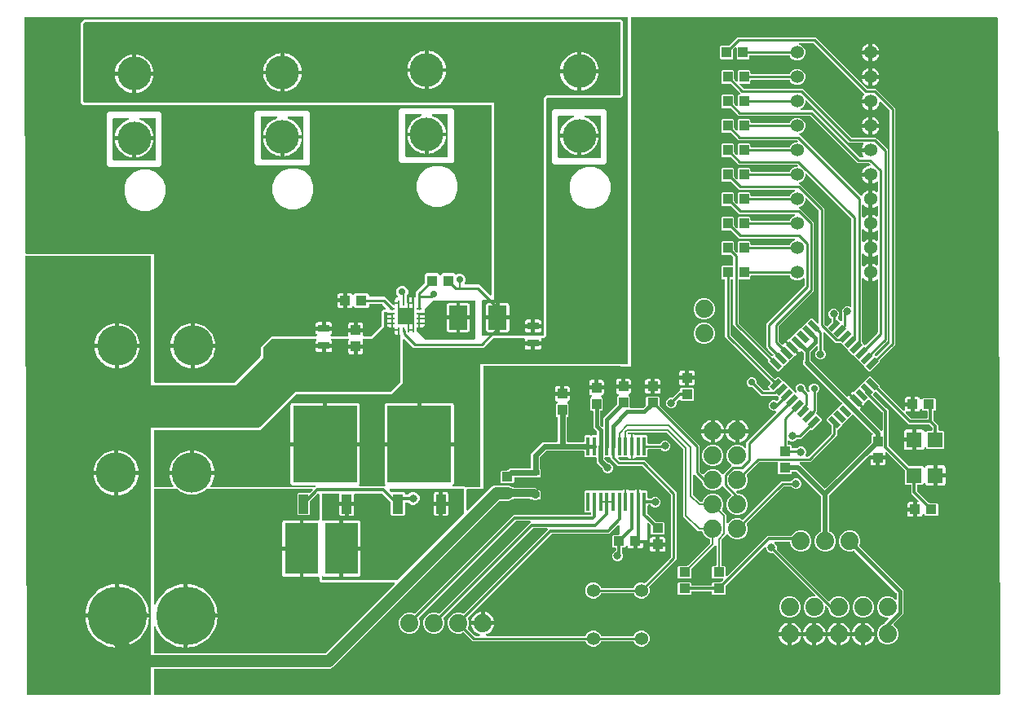
<source format=gbr>
G04 EAGLE Gerber RS-274X export*
G75*
%MOMM*%
%FSLAX34Y34*%
%LPD*%
%INTop Copper*%
%IPPOS*%
%AMOC8*
5,1,8,0,0,1.08239X$1,22.5*%
G01*
%ADD10R,1.000000X1.100000*%
%ADD11R,1.100000X1.000000*%
%ADD12C,4.191000*%
%ADD13R,0.830000X0.630000*%
%ADD14C,1.879600*%
%ADD15C,3.500000*%
%ADD16R,1.895000X2.500000*%
%ADD17R,0.990600X2.006600*%
%ADD18R,6.705600X8.026400*%
%ADD19C,6.096000*%
%ADD20C,1.355600*%
%ADD21R,0.406400X1.981200*%
%ADD22R,1.270000X0.558800*%
%ADD23R,0.558800X1.270000*%
%ADD24R,0.600000X0.240000*%
%ADD25R,0.240000X0.600000*%
%ADD26R,1.680000X1.680000*%
%ADD27R,1.600000X1.600000*%
%ADD28R,1.200000X0.800000*%
%ADD29R,3.505200X5.334000*%
%ADD30C,0.304800*%
%ADD31C,0.203200*%
%ADD32C,0.254000*%
%ADD33C,0.812800*%
%ADD34C,0.805600*%
%ADD35C,0.406400*%
%ADD36C,0.609600*%
%ADD37C,0.812800*%
%ADD38C,1.270000*%
%ADD39C,0.508000*%
%ADD40C,0.736600*%

G36*
X1017430Y5216D02*
X1017430Y5216D01*
X1017490Y5215D01*
X1017570Y5236D01*
X1017652Y5248D01*
X1017707Y5272D01*
X1017765Y5288D01*
X1017836Y5330D01*
X1017911Y5364D01*
X1017957Y5403D01*
X1018009Y5434D01*
X1018065Y5494D01*
X1018128Y5547D01*
X1018162Y5598D01*
X1018203Y5642D01*
X1018240Y5715D01*
X1018286Y5784D01*
X1018304Y5842D01*
X1018331Y5895D01*
X1018342Y5962D01*
X1018372Y6055D01*
X1018374Y6157D01*
X1018386Y6227D01*
X1015899Y708791D01*
X1015891Y708845D01*
X1015892Y708892D01*
X1015892Y708893D01*
X1015892Y708903D01*
X1015870Y708987D01*
X1015858Y709072D01*
X1015835Y709124D01*
X1015820Y709178D01*
X1015776Y709252D01*
X1015741Y709331D01*
X1015704Y709374D01*
X1015675Y709423D01*
X1015612Y709482D01*
X1015556Y709547D01*
X1015509Y709578D01*
X1015468Y709617D01*
X1015391Y709657D01*
X1015319Y709704D01*
X1015265Y709721D01*
X1015215Y709747D01*
X1015146Y709758D01*
X1015048Y709789D01*
X1014950Y709791D01*
X1014884Y709802D01*
X636270Y709802D01*
X636212Y709794D01*
X636154Y709796D01*
X636072Y709774D01*
X635989Y709762D01*
X635935Y709739D01*
X635879Y709724D01*
X635806Y709681D01*
X635729Y709646D01*
X635684Y709608D01*
X635634Y709579D01*
X635576Y709517D01*
X635512Y709463D01*
X635480Y709414D01*
X635440Y709371D01*
X635401Y709296D01*
X635355Y709226D01*
X635337Y709170D01*
X635310Y709118D01*
X635299Y709050D01*
X635269Y708955D01*
X635266Y708855D01*
X635255Y708787D01*
X635255Y346455D01*
X624585Y346455D01*
X624585Y346710D01*
X624577Y346768D01*
X624579Y346826D01*
X624557Y346908D01*
X624545Y346992D01*
X624522Y347045D01*
X624507Y347101D01*
X624464Y347174D01*
X624429Y347251D01*
X624391Y347296D01*
X624362Y347346D01*
X624300Y347404D01*
X624246Y347468D01*
X624197Y347500D01*
X624154Y347540D01*
X624079Y347579D01*
X624009Y347626D01*
X623953Y347643D01*
X623901Y347670D01*
X623833Y347681D01*
X623738Y347711D01*
X623638Y347714D01*
X623570Y347725D01*
X482600Y347725D01*
X482542Y347717D01*
X482484Y347719D01*
X482402Y347697D01*
X482319Y347685D01*
X482265Y347662D01*
X482209Y347647D01*
X482136Y347604D01*
X482059Y347569D01*
X482014Y347531D01*
X481964Y347502D01*
X481906Y347440D01*
X481842Y347386D01*
X481810Y347337D01*
X481770Y347294D01*
X481731Y347219D01*
X481685Y347149D01*
X481667Y347093D01*
X481640Y347041D01*
X481629Y346973D01*
X481599Y346878D01*
X481596Y346778D01*
X481585Y346710D01*
X481585Y219455D01*
X465582Y219455D01*
X465524Y219447D01*
X465466Y219449D01*
X465384Y219427D01*
X465300Y219415D01*
X465247Y219392D01*
X465191Y219377D01*
X465118Y219334D01*
X465041Y219299D01*
X464996Y219261D01*
X464946Y219232D01*
X464888Y219170D01*
X464824Y219116D01*
X464792Y219067D01*
X464752Y219024D01*
X464713Y218949D01*
X464666Y218879D01*
X464649Y218823D01*
X464622Y218771D01*
X464611Y218703D01*
X464581Y218608D01*
X464578Y218508D01*
X464567Y218440D01*
X464567Y197874D01*
X464571Y197845D01*
X464568Y197816D01*
X464591Y197705D01*
X464607Y197593D01*
X464619Y197566D01*
X464624Y197537D01*
X464676Y197437D01*
X464723Y197333D01*
X464742Y197311D01*
X464755Y197285D01*
X464833Y197203D01*
X464906Y197116D01*
X464931Y197100D01*
X464951Y197079D01*
X465049Y197022D01*
X465143Y196959D01*
X465171Y196950D01*
X465196Y196935D01*
X465306Y196907D01*
X465414Y196873D01*
X465444Y196872D01*
X465472Y196865D01*
X465585Y196869D01*
X465698Y196866D01*
X465727Y196873D01*
X465756Y196874D01*
X465864Y196909D01*
X465973Y196938D01*
X465999Y196953D01*
X466027Y196962D01*
X466090Y197007D01*
X466218Y197083D01*
X466261Y197128D01*
X466300Y197156D01*
X490839Y221696D01*
X493734Y222895D01*
X508296Y222895D01*
X511369Y221622D01*
X511399Y221614D01*
X511426Y221600D01*
X511504Y221587D01*
X511644Y221551D01*
X511709Y221553D01*
X511758Y221545D01*
X512862Y221545D01*
X513500Y220906D01*
X513570Y220854D01*
X513634Y220794D01*
X513683Y220768D01*
X513727Y220735D01*
X513809Y220704D01*
X513887Y220664D01*
X513935Y220656D01*
X513993Y220634D01*
X514141Y220622D01*
X514218Y220609D01*
X535322Y220609D01*
X537376Y219758D01*
X538872Y218262D01*
X538941Y218210D01*
X539005Y218150D01*
X539055Y218124D01*
X539099Y218091D01*
X539180Y218060D01*
X539258Y218020D01*
X539306Y218012D01*
X539364Y217990D01*
X539512Y217978D01*
X539589Y217965D01*
X540722Y217965D01*
X541615Y217072D01*
X541615Y209508D01*
X540722Y208615D01*
X539460Y208615D01*
X539430Y208611D01*
X539399Y208613D01*
X539322Y208596D01*
X539179Y208575D01*
X539120Y208549D01*
X539072Y208538D01*
X537052Y207701D01*
X534828Y207701D01*
X532808Y208538D01*
X532778Y208546D01*
X532751Y208560D01*
X532673Y208573D01*
X532533Y208609D01*
X532469Y208607D01*
X532420Y208615D01*
X531158Y208615D01*
X530640Y209134D01*
X530570Y209186D01*
X530506Y209246D01*
X530457Y209272D01*
X530413Y209305D01*
X530331Y209336D01*
X530253Y209376D01*
X530205Y209384D01*
X530147Y209406D01*
X529999Y209418D01*
X529922Y209431D01*
X514218Y209431D01*
X514131Y209419D01*
X514044Y209416D01*
X513991Y209399D01*
X513937Y209391D01*
X513857Y209356D01*
X513774Y209329D01*
X513734Y209301D01*
X513677Y209275D01*
X513564Y209179D01*
X513500Y209134D01*
X512862Y208495D01*
X511758Y208495D01*
X511727Y208491D01*
X511696Y208493D01*
X511619Y208476D01*
X511476Y208455D01*
X511417Y208429D01*
X511369Y208418D01*
X508296Y207145D01*
X498982Y207145D01*
X498896Y207133D01*
X498808Y207130D01*
X498756Y207113D01*
X498701Y207105D01*
X498621Y207070D01*
X498538Y207043D01*
X498499Y207015D01*
X498441Y206989D01*
X498328Y206893D01*
X498264Y206848D01*
X325381Y33964D01*
X322486Y32765D01*
X140970Y32765D01*
X140912Y32757D01*
X140854Y32759D01*
X140772Y32737D01*
X140689Y32725D01*
X140635Y32702D01*
X140579Y32687D01*
X140506Y32644D01*
X140429Y32609D01*
X140384Y32571D01*
X140334Y32542D01*
X140276Y32480D01*
X140212Y32426D01*
X140180Y32377D01*
X140140Y32334D01*
X140101Y32259D01*
X140055Y32189D01*
X140037Y32133D01*
X140010Y32081D01*
X139999Y32013D01*
X139969Y31918D01*
X139966Y31818D01*
X139955Y31750D01*
X139955Y6223D01*
X139963Y6165D01*
X139961Y6107D01*
X139983Y6025D01*
X139995Y5941D01*
X140019Y5888D01*
X140033Y5832D01*
X140076Y5759D01*
X140111Y5682D01*
X140149Y5637D01*
X140179Y5587D01*
X140240Y5529D01*
X140295Y5465D01*
X140343Y5433D01*
X140386Y5393D01*
X140461Y5354D01*
X140531Y5307D01*
X140587Y5290D01*
X140639Y5263D01*
X140707Y5252D01*
X140802Y5222D01*
X140902Y5219D01*
X140970Y5208D01*
X1017370Y5208D01*
X1017430Y5216D01*
G37*
G36*
X158957Y221243D02*
X158957Y221243D01*
X159015Y221241D01*
X159097Y221263D01*
X159181Y221275D01*
X159234Y221298D01*
X159291Y221313D01*
X159363Y221356D01*
X159441Y221391D01*
X159485Y221428D01*
X159535Y221458D01*
X159593Y221520D01*
X159658Y221575D01*
X159690Y221623D01*
X159730Y221665D01*
X159768Y221741D01*
X159815Y221811D01*
X159833Y221866D01*
X159859Y221918D01*
X159876Y222001D01*
X159901Y222082D01*
X159903Y222140D01*
X159914Y222197D01*
X159906Y222282D01*
X159908Y222366D01*
X159894Y222423D01*
X159889Y222480D01*
X159862Y222544D01*
X159837Y222641D01*
X159786Y222727D01*
X159760Y222790D01*
X158474Y224837D01*
X157329Y227214D01*
X156457Y229705D01*
X155870Y232278D01*
X155654Y234189D01*
X178054Y234189D01*
X178112Y234197D01*
X178170Y234195D01*
X178252Y234217D01*
X178335Y234229D01*
X178389Y234253D01*
X178445Y234267D01*
X178518Y234310D01*
X178595Y234345D01*
X178639Y234383D01*
X178690Y234413D01*
X178747Y234474D01*
X178812Y234529D01*
X178844Y234577D01*
X178884Y234620D01*
X178923Y234695D01*
X178969Y234765D01*
X178987Y234821D01*
X179014Y234873D01*
X179025Y234941D01*
X179055Y235036D01*
X179058Y235136D01*
X179069Y235204D01*
X179069Y236221D01*
X179071Y236221D01*
X179071Y235204D01*
X179079Y235146D01*
X179078Y235088D01*
X179099Y235006D01*
X179111Y234923D01*
X179135Y234869D01*
X179149Y234813D01*
X179192Y234740D01*
X179227Y234663D01*
X179265Y234618D01*
X179295Y234568D01*
X179356Y234510D01*
X179411Y234446D01*
X179459Y234414D01*
X179502Y234374D01*
X179577Y234335D01*
X179647Y234289D01*
X179703Y234271D01*
X179755Y234244D01*
X179823Y234233D01*
X179918Y234203D01*
X180018Y234200D01*
X180086Y234189D01*
X202486Y234189D01*
X202270Y232278D01*
X201683Y229705D01*
X200811Y227214D01*
X199666Y224837D01*
X198380Y222790D01*
X198357Y222737D01*
X198325Y222689D01*
X198299Y222608D01*
X198264Y222531D01*
X198256Y222473D01*
X198239Y222418D01*
X198237Y222333D01*
X198225Y222249D01*
X198233Y222192D01*
X198232Y222134D01*
X198253Y222052D01*
X198265Y221968D01*
X198289Y221915D01*
X198303Y221859D01*
X198347Y221786D01*
X198381Y221708D01*
X198419Y221664D01*
X198449Y221614D01*
X198510Y221556D01*
X198565Y221492D01*
X198614Y221459D01*
X198656Y221420D01*
X198731Y221381D01*
X198802Y221334D01*
X198857Y221317D01*
X198909Y221290D01*
X198977Y221279D01*
X199073Y221249D01*
X199172Y221246D01*
X199240Y221235D01*
X306231Y221235D01*
X306512Y221275D01*
X306772Y221391D01*
X306989Y221575D01*
X307146Y221811D01*
X307232Y222082D01*
X307239Y222366D01*
X307168Y222641D01*
X307022Y222886D01*
X306815Y223080D01*
X306562Y223210D01*
X306231Y223265D01*
X283638Y223265D01*
X282991Y223438D01*
X282412Y223773D01*
X281939Y224246D01*
X281604Y224825D01*
X281431Y225472D01*
X281431Y263907D01*
X316484Y263907D01*
X316542Y263915D01*
X316600Y263913D01*
X316682Y263935D01*
X316765Y263947D01*
X316819Y263971D01*
X316875Y263985D01*
X316948Y264028D01*
X317025Y264063D01*
X317069Y264101D01*
X317120Y264131D01*
X317177Y264192D01*
X317242Y264247D01*
X317274Y264295D01*
X317314Y264338D01*
X317353Y264413D01*
X317399Y264483D01*
X317417Y264539D01*
X317444Y264591D01*
X317455Y264659D01*
X317485Y264754D01*
X317488Y264854D01*
X317499Y264922D01*
X317499Y265939D01*
X317501Y265939D01*
X317501Y264922D01*
X317509Y264864D01*
X317508Y264806D01*
X317529Y264724D01*
X317541Y264641D01*
X317565Y264587D01*
X317579Y264531D01*
X317622Y264458D01*
X317657Y264381D01*
X317695Y264336D01*
X317725Y264286D01*
X317786Y264228D01*
X317841Y264164D01*
X317889Y264132D01*
X317932Y264092D01*
X318007Y264053D01*
X318077Y264007D01*
X318133Y263989D01*
X318185Y263962D01*
X318253Y263951D01*
X318348Y263921D01*
X318448Y263918D01*
X318516Y263907D01*
X353569Y263907D01*
X353569Y225472D01*
X353396Y224825D01*
X353061Y224246D01*
X353053Y224238D01*
X353035Y224214D01*
X353013Y224195D01*
X352950Y224101D01*
X352882Y224011D01*
X352872Y223983D01*
X352855Y223959D01*
X352821Y223851D01*
X352781Y223745D01*
X352778Y223716D01*
X352770Y223688D01*
X352767Y223575D01*
X352757Y223462D01*
X352763Y223433D01*
X352762Y223404D01*
X352791Y223294D01*
X352813Y223183D01*
X352827Y223157D01*
X352834Y223129D01*
X352892Y223031D01*
X352944Y222931D01*
X352964Y222909D01*
X352979Y222884D01*
X353062Y222807D01*
X353140Y222725D01*
X353165Y222710D01*
X353187Y222690D01*
X353288Y222638D01*
X353385Y222581D01*
X353414Y222574D01*
X353440Y222560D01*
X353517Y222547D01*
X353661Y222511D01*
X353723Y222513D01*
X353771Y222505D01*
X379019Y222505D01*
X379048Y222509D01*
X379078Y222506D01*
X379189Y222529D01*
X379301Y222545D01*
X379327Y222557D01*
X379356Y222562D01*
X379457Y222614D01*
X379560Y222661D01*
X379583Y222680D01*
X379609Y222693D01*
X379691Y222771D01*
X379777Y222844D01*
X379793Y222869D01*
X379815Y222889D01*
X379872Y222987D01*
X379935Y223081D01*
X379944Y223109D01*
X379958Y223135D01*
X379986Y223244D01*
X380020Y223352D01*
X380021Y223382D01*
X380028Y223410D01*
X380025Y223523D01*
X380028Y223636D01*
X380020Y223665D01*
X380019Y223694D01*
X379984Y223802D01*
X379956Y223911D01*
X379941Y223937D01*
X379932Y223965D01*
X379886Y224029D01*
X379811Y224156D01*
X379765Y224199D01*
X379737Y224238D01*
X379729Y224246D01*
X379394Y224825D01*
X379221Y225472D01*
X379221Y263907D01*
X414274Y263907D01*
X414332Y263915D01*
X414390Y263913D01*
X414472Y263935D01*
X414555Y263947D01*
X414609Y263971D01*
X414665Y263985D01*
X414738Y264028D01*
X414815Y264063D01*
X414859Y264101D01*
X414910Y264131D01*
X414967Y264192D01*
X415032Y264247D01*
X415064Y264295D01*
X415104Y264338D01*
X415143Y264413D01*
X415189Y264483D01*
X415207Y264539D01*
X415234Y264591D01*
X415245Y264659D01*
X415275Y264754D01*
X415278Y264854D01*
X415289Y264922D01*
X415289Y265939D01*
X415291Y265939D01*
X415291Y264922D01*
X415299Y264864D01*
X415298Y264806D01*
X415319Y264724D01*
X415331Y264641D01*
X415355Y264587D01*
X415369Y264531D01*
X415412Y264458D01*
X415447Y264381D01*
X415485Y264336D01*
X415515Y264286D01*
X415576Y264228D01*
X415631Y264164D01*
X415679Y264132D01*
X415722Y264092D01*
X415797Y264053D01*
X415867Y264007D01*
X415923Y263989D01*
X415975Y263962D01*
X416043Y263951D01*
X416138Y263921D01*
X416238Y263918D01*
X416306Y263907D01*
X451359Y263907D01*
X451359Y225472D01*
X451186Y224825D01*
X450851Y224246D01*
X450335Y223730D01*
X450317Y223706D01*
X450295Y223687D01*
X450232Y223593D01*
X450164Y223503D01*
X450154Y223475D01*
X450137Y223451D01*
X450103Y223343D01*
X450063Y223237D01*
X450060Y223208D01*
X450052Y223180D01*
X450049Y223066D01*
X450039Y222954D01*
X450045Y222925D01*
X450044Y222896D01*
X450073Y222786D01*
X450095Y222675D01*
X450109Y222649D01*
X450116Y222621D01*
X450174Y222523D01*
X450226Y222423D01*
X450246Y222401D01*
X450261Y222376D01*
X450344Y222299D01*
X450422Y222217D01*
X450447Y222202D01*
X450469Y222182D01*
X450570Y222130D01*
X450667Y222073D01*
X450696Y222066D01*
X450722Y222052D01*
X450799Y222039D01*
X450943Y222003D01*
X451005Y222005D01*
X451053Y221997D01*
X462483Y221997D01*
X462948Y221532D01*
X463018Y221480D01*
X463082Y221420D01*
X463131Y221394D01*
X463175Y221361D01*
X463257Y221330D01*
X463335Y221290D01*
X463382Y221282D01*
X463441Y221260D01*
X463588Y221248D01*
X463666Y221235D01*
X477520Y221235D01*
X477578Y221243D01*
X477636Y221241D01*
X477718Y221263D01*
X477802Y221275D01*
X477855Y221299D01*
X477911Y221313D01*
X477984Y221356D01*
X478061Y221391D01*
X478106Y221429D01*
X478156Y221459D01*
X478214Y221520D01*
X478278Y221575D01*
X478310Y221623D01*
X478350Y221666D01*
X478389Y221741D01*
X478436Y221811D01*
X478453Y221867D01*
X478480Y221919D01*
X478491Y221987D01*
X478521Y222082D01*
X478524Y222182D01*
X478535Y222250D01*
X478535Y349505D01*
X631190Y349505D01*
X631248Y349513D01*
X631306Y349511D01*
X631388Y349533D01*
X631472Y349545D01*
X631525Y349569D01*
X631581Y349583D01*
X631654Y349626D01*
X631731Y349661D01*
X631776Y349699D01*
X631826Y349729D01*
X631884Y349790D01*
X631948Y349845D01*
X631980Y349893D01*
X632020Y349936D01*
X632059Y350011D01*
X632106Y350081D01*
X632123Y350137D01*
X632150Y350189D01*
X632161Y350257D01*
X632191Y350352D01*
X632194Y350452D01*
X632205Y350520D01*
X632205Y708787D01*
X632197Y708845D01*
X632199Y708903D01*
X632177Y708985D01*
X632165Y709069D01*
X632142Y709122D01*
X632127Y709178D01*
X632084Y709251D01*
X632049Y709328D01*
X632011Y709373D01*
X631982Y709423D01*
X631920Y709481D01*
X631866Y709545D01*
X631817Y709577D01*
X631774Y709617D01*
X631699Y709656D01*
X631629Y709703D01*
X631573Y709720D01*
X631521Y709747D01*
X631453Y709758D01*
X631358Y709788D01*
X631258Y709791D01*
X631190Y709802D01*
X6250Y709802D01*
X6190Y709794D01*
X6130Y709795D01*
X6050Y709774D01*
X5968Y709762D01*
X5913Y709738D01*
X5855Y709722D01*
X5784Y709680D01*
X5709Y709646D01*
X5663Y709607D01*
X5611Y709576D01*
X5555Y709516D01*
X5492Y709463D01*
X5458Y709412D01*
X5417Y709368D01*
X5380Y709295D01*
X5334Y709226D01*
X5316Y709168D01*
X5289Y709115D01*
X5278Y709048D01*
X5248Y708955D01*
X5246Y708853D01*
X5234Y708783D01*
X6098Y464816D01*
X6106Y464760D01*
X6105Y464704D01*
X6126Y464620D01*
X6139Y464535D01*
X6162Y464483D01*
X6176Y464429D01*
X6220Y464355D01*
X6256Y464276D01*
X6293Y464233D01*
X6322Y464184D01*
X6385Y464125D01*
X6440Y464060D01*
X6488Y464029D01*
X6529Y463990D01*
X6606Y463950D01*
X6678Y463903D01*
X6732Y463886D01*
X6782Y463860D01*
X6851Y463849D01*
X6949Y463818D01*
X7046Y463816D01*
X7113Y463805D01*
X139955Y463805D01*
X139955Y330962D01*
X139963Y330904D01*
X139961Y330846D01*
X139983Y330764D01*
X139995Y330680D01*
X140019Y330627D01*
X140033Y330571D01*
X140076Y330498D01*
X140111Y330421D01*
X140149Y330376D01*
X140179Y330326D01*
X140240Y330268D01*
X140295Y330204D01*
X140343Y330172D01*
X140386Y330132D01*
X140461Y330093D01*
X140531Y330046D01*
X140587Y330029D01*
X140639Y330002D01*
X140707Y329991D01*
X140802Y329961D01*
X140902Y329958D01*
X140970Y329947D01*
X222896Y329947D01*
X222983Y329959D01*
X223070Y329962D01*
X223123Y329979D01*
X223178Y329987D01*
X223258Y330022D01*
X223341Y330049D01*
X223380Y330077D01*
X223437Y330103D01*
X223550Y330199D01*
X223614Y330244D01*
X250146Y356776D01*
X250198Y356846D01*
X250258Y356910D01*
X250284Y356959D01*
X250317Y357003D01*
X250348Y357085D01*
X250388Y357163D01*
X250396Y357210D01*
X250418Y357269D01*
X250430Y357416D01*
X250443Y357494D01*
X250443Y367233D01*
X261417Y378207D01*
X308259Y378207D01*
X308278Y378209D01*
X308298Y378207D01*
X308419Y378229D01*
X308540Y378247D01*
X308558Y378255D01*
X308578Y378258D01*
X308688Y378313D01*
X308800Y378363D01*
X308815Y378375D01*
X308832Y378384D01*
X308923Y378467D01*
X309017Y378546D01*
X309028Y378563D01*
X309042Y378576D01*
X309106Y378681D01*
X309174Y378783D01*
X309180Y378802D01*
X309191Y378819D01*
X309223Y378937D01*
X309260Y379054D01*
X309261Y379074D01*
X309266Y379093D01*
X309264Y379215D01*
X309267Y379338D01*
X309262Y379357D01*
X309262Y379377D01*
X309227Y379495D01*
X309196Y379613D01*
X309186Y379630D01*
X309180Y379649D01*
X309113Y379753D01*
X309050Y379858D01*
X309036Y379871D01*
X309025Y379888D01*
X308968Y379935D01*
X308843Y380052D01*
X308798Y380076D01*
X308766Y380101D01*
X308670Y380157D01*
X308197Y380630D01*
X307862Y381209D01*
X307689Y381856D01*
X307689Y384191D01*
X315246Y384191D01*
X315304Y384199D01*
X315362Y384197D01*
X315444Y384219D01*
X315527Y384231D01*
X315581Y384254D01*
X315637Y384269D01*
X315710Y384312D01*
X315787Y384347D01*
X315831Y384385D01*
X315882Y384414D01*
X315939Y384476D01*
X316004Y384530D01*
X316036Y384579D01*
X316076Y384622D01*
X316115Y384697D01*
X316161Y384767D01*
X316179Y384823D01*
X316206Y384875D01*
X316217Y384943D01*
X316230Y384985D01*
X316239Y384924D01*
X316263Y384871D01*
X316277Y384815D01*
X316321Y384742D01*
X316355Y384665D01*
X316393Y384620D01*
X316423Y384570D01*
X316484Y384512D01*
X316539Y384448D01*
X316587Y384416D01*
X316630Y384376D01*
X316705Y384337D01*
X316775Y384290D01*
X316831Y384273D01*
X316883Y384246D01*
X316951Y384235D01*
X317046Y384205D01*
X317146Y384202D01*
X317214Y384191D01*
X324771Y384191D01*
X324771Y381856D01*
X324598Y381209D01*
X324263Y380630D01*
X323790Y380157D01*
X323694Y380101D01*
X323678Y380089D01*
X323660Y380081D01*
X323567Y380002D01*
X323470Y379926D01*
X323458Y379910D01*
X323443Y379897D01*
X323375Y379795D01*
X323303Y379696D01*
X323297Y379677D01*
X323286Y379661D01*
X323249Y379544D01*
X323207Y379428D01*
X323206Y379409D01*
X323200Y379390D01*
X323197Y379267D01*
X323189Y379144D01*
X323193Y379125D01*
X323193Y379106D01*
X323224Y378987D01*
X323250Y378867D01*
X323259Y378849D01*
X323264Y378831D01*
X323327Y378726D01*
X323386Y378617D01*
X323400Y378603D01*
X323410Y378586D01*
X323499Y378502D01*
X323586Y378415D01*
X323603Y378405D01*
X323617Y378392D01*
X323727Y378336D01*
X323833Y378276D01*
X323853Y378271D01*
X323870Y378262D01*
X323943Y378250D01*
X324110Y378211D01*
X324161Y378213D01*
X324201Y378207D01*
X340694Y378207D01*
X340752Y378215D01*
X340810Y378213D01*
X340892Y378235D01*
X340976Y378247D01*
X341029Y378270D01*
X341085Y378285D01*
X341158Y378328D01*
X341235Y378363D01*
X341280Y378401D01*
X341330Y378430D01*
X341388Y378492D01*
X341452Y378546D01*
X341484Y378595D01*
X341524Y378638D01*
X341563Y378713D01*
X341610Y378783D01*
X341627Y378839D01*
X341654Y378891D01*
X341665Y378959D01*
X341695Y379054D01*
X341698Y379154D01*
X341709Y379222D01*
X341709Y382389D01*
X348234Y382389D01*
X348292Y382397D01*
X348350Y382395D01*
X348432Y382417D01*
X348515Y382429D01*
X348569Y382453D01*
X348625Y382467D01*
X348698Y382510D01*
X348775Y382545D01*
X348819Y382583D01*
X348870Y382613D01*
X348927Y382674D01*
X348992Y382729D01*
X349024Y382777D01*
X349064Y382820D01*
X349103Y382895D01*
X349149Y382965D01*
X349167Y383021D01*
X349194Y383073D01*
X349205Y383141D01*
X349235Y383236D01*
X349238Y383336D01*
X349249Y383404D01*
X349249Y384421D01*
X349251Y384421D01*
X349251Y383404D01*
X349259Y383346D01*
X349258Y383288D01*
X349279Y383206D01*
X349291Y383123D01*
X349315Y383069D01*
X349329Y383013D01*
X349372Y382940D01*
X349407Y382863D01*
X349445Y382818D01*
X349475Y382768D01*
X349536Y382710D01*
X349591Y382646D01*
X349639Y382614D01*
X349682Y382574D01*
X349757Y382535D01*
X349827Y382489D01*
X349883Y382471D01*
X349935Y382444D01*
X350003Y382433D01*
X350098Y382403D01*
X350198Y382400D01*
X350266Y382389D01*
X356791Y382389D01*
X356791Y379222D01*
X356799Y379164D01*
X356797Y379106D01*
X356819Y379024D01*
X356831Y378940D01*
X356854Y378887D01*
X356869Y378831D01*
X356912Y378758D01*
X356947Y378681D01*
X356985Y378636D01*
X357014Y378586D01*
X357076Y378528D01*
X357130Y378464D01*
X357179Y378432D01*
X357222Y378392D01*
X357297Y378353D01*
X357367Y378306D01*
X357423Y378289D01*
X357475Y378262D01*
X357543Y378251D01*
X357638Y378221D01*
X357738Y378218D01*
X357806Y378207D01*
X365136Y378207D01*
X365223Y378219D01*
X365310Y378222D01*
X365363Y378239D01*
X365418Y378247D01*
X365498Y378282D01*
X365581Y378309D01*
X365620Y378337D01*
X365677Y378363D01*
X365790Y378459D01*
X365854Y378504D01*
X375876Y388526D01*
X375928Y388596D01*
X375988Y388660D01*
X376014Y388709D01*
X376047Y388753D01*
X376078Y388835D01*
X376118Y388913D01*
X376126Y388960D01*
X376148Y389019D01*
X376160Y389166D01*
X376173Y389244D01*
X376173Y404063D01*
X378257Y406147D01*
X379613Y406147D01*
X379642Y406151D01*
X379671Y406148D01*
X379782Y406171D01*
X379895Y406187D01*
X379921Y406199D01*
X379950Y406204D01*
X380051Y406257D01*
X380154Y406303D01*
X380176Y406322D01*
X380202Y406335D01*
X380285Y406413D01*
X380371Y406486D01*
X380387Y406511D01*
X380408Y406531D01*
X380466Y406629D01*
X380529Y406723D01*
X380537Y406751D01*
X380552Y406776D01*
X380580Y406886D01*
X380614Y406994D01*
X380615Y407024D01*
X380622Y407052D01*
X380619Y407165D01*
X380622Y407278D01*
X380614Y407307D01*
X380613Y407336D01*
X380578Y407444D01*
X380550Y407553D01*
X380535Y407579D01*
X380526Y407607D01*
X380480Y407670D01*
X380405Y407798D01*
X380359Y407841D01*
X380331Y407880D01*
X377029Y411182D01*
X376959Y411234D01*
X376895Y411294D01*
X376846Y411320D01*
X376802Y411353D01*
X376720Y411384D01*
X376642Y411424D01*
X376594Y411432D01*
X376536Y411454D01*
X376388Y411466D01*
X376311Y411479D01*
X364266Y411479D01*
X364208Y411471D01*
X364150Y411473D01*
X364068Y411451D01*
X363984Y411439D01*
X363931Y411416D01*
X363875Y411401D01*
X363802Y411358D01*
X363725Y411323D01*
X363680Y411285D01*
X363630Y411256D01*
X363572Y411194D01*
X363508Y411140D01*
X363476Y411091D01*
X363436Y411048D01*
X363397Y410973D01*
X363350Y410903D01*
X363333Y410847D01*
X363306Y410795D01*
X363295Y410727D01*
X363265Y410632D01*
X363262Y410532D01*
X363251Y410464D01*
X363251Y409238D01*
X361762Y407749D01*
X348658Y407749D01*
X347386Y409020D01*
X347348Y409050D01*
X347315Y409086D01*
X347234Y409135D01*
X347159Y409191D01*
X347114Y409209D01*
X347072Y409234D01*
X346982Y409259D01*
X346894Y409292D01*
X346845Y409297D01*
X346798Y409309D01*
X346704Y409308D01*
X346610Y409316D01*
X346563Y409306D01*
X346514Y409306D01*
X346424Y409279D01*
X346332Y409260D01*
X346288Y409238D01*
X346242Y409224D01*
X346163Y409172D01*
X346079Y409129D01*
X346044Y409096D01*
X346003Y409069D01*
X345956Y409012D01*
X345873Y408933D01*
X345829Y408858D01*
X345789Y408810D01*
X345743Y408730D01*
X345270Y408257D01*
X344691Y407922D01*
X344044Y407749D01*
X340241Y407749D01*
X340241Y414274D01*
X340233Y414332D01*
X340234Y414390D01*
X340213Y414472D01*
X340201Y414555D01*
X340177Y414609D01*
X340163Y414665D01*
X340120Y414738D01*
X340085Y414815D01*
X340047Y414859D01*
X340017Y414910D01*
X339956Y414967D01*
X339901Y415032D01*
X339853Y415064D01*
X339810Y415104D01*
X339735Y415143D01*
X339665Y415189D01*
X339609Y415207D01*
X339557Y415234D01*
X339489Y415245D01*
X339394Y415275D01*
X339294Y415278D01*
X339226Y415289D01*
X338209Y415289D01*
X338209Y415291D01*
X339226Y415291D01*
X339284Y415299D01*
X339342Y415298D01*
X339424Y415319D01*
X339507Y415331D01*
X339561Y415355D01*
X339617Y415369D01*
X339690Y415412D01*
X339767Y415447D01*
X339811Y415485D01*
X339862Y415515D01*
X339919Y415576D01*
X339984Y415631D01*
X340016Y415679D01*
X340056Y415722D01*
X340095Y415797D01*
X340141Y415867D01*
X340159Y415923D01*
X340186Y415975D01*
X340197Y416043D01*
X340227Y416138D01*
X340230Y416238D01*
X340241Y416306D01*
X340241Y422831D01*
X344044Y422831D01*
X344691Y422658D01*
X345270Y422323D01*
X345743Y421850D01*
X345789Y421770D01*
X345819Y421731D01*
X345842Y421688D01*
X345907Y421620D01*
X345965Y421546D01*
X346004Y421517D01*
X346038Y421482D01*
X346119Y421435D01*
X346195Y421380D01*
X346241Y421363D01*
X346283Y421338D01*
X346374Y421315D01*
X346462Y421283D01*
X346511Y421280D01*
X346558Y421268D01*
X346652Y421271D01*
X346746Y421265D01*
X346794Y421276D01*
X346843Y421277D01*
X346932Y421306D01*
X347024Y421326D01*
X347067Y421350D01*
X347113Y421365D01*
X347174Y421408D01*
X347274Y421462D01*
X347335Y421523D01*
X347386Y421560D01*
X348658Y422831D01*
X361762Y422831D01*
X363251Y421342D01*
X363251Y420116D01*
X363259Y420058D01*
X363257Y420000D01*
X363279Y419918D01*
X363291Y419834D01*
X363314Y419781D01*
X363329Y419725D01*
X363372Y419652D01*
X363407Y419575D01*
X363445Y419530D01*
X363474Y419480D01*
X363536Y419422D01*
X363590Y419358D01*
X363639Y419326D01*
X363682Y419286D01*
X363757Y419247D01*
X363827Y419200D01*
X363883Y419183D01*
X363935Y419156D01*
X364003Y419145D01*
X364098Y419115D01*
X364198Y419112D01*
X364266Y419101D01*
X379888Y419101D01*
X388346Y410643D01*
X388369Y410625D01*
X388388Y410603D01*
X388483Y410540D01*
X388573Y410472D01*
X388601Y410462D01*
X388625Y410445D01*
X388733Y410411D01*
X388839Y410371D01*
X388868Y410368D01*
X388896Y410360D01*
X389010Y410357D01*
X389122Y410347D01*
X389151Y410353D01*
X389180Y410352D01*
X389290Y410381D01*
X389401Y410403D01*
X389427Y410417D01*
X389455Y410424D01*
X389553Y410482D01*
X389653Y410534D01*
X389675Y410554D01*
X389700Y410569D01*
X389777Y410652D01*
X389859Y410730D01*
X389874Y410755D01*
X389894Y410777D01*
X389946Y410878D01*
X390003Y410975D01*
X390010Y411004D01*
X390024Y411030D01*
X390037Y411107D01*
X390073Y411251D01*
X390071Y411313D01*
X390079Y411361D01*
X390079Y411765D01*
X393820Y411765D01*
X393878Y411773D01*
X393936Y411771D01*
X394018Y411793D01*
X394101Y411804D01*
X394155Y411828D01*
X394211Y411843D01*
X394283Y411886D01*
X394361Y411921D01*
X394405Y411958D01*
X394455Y411988D01*
X394513Y412050D01*
X394578Y412104D01*
X394610Y412153D01*
X394650Y412196D01*
X394688Y412271D01*
X394735Y412341D01*
X394753Y412397D01*
X394779Y412449D01*
X394791Y412517D01*
X394821Y412612D01*
X394823Y412712D01*
X394835Y412780D01*
X394827Y412838D01*
X394828Y412896D01*
X394807Y412978D01*
X394795Y413062D01*
X394771Y413115D01*
X394756Y413172D01*
X394713Y413244D01*
X394679Y413321D01*
X394641Y413366D01*
X394611Y413416D01*
X394550Y413474D01*
X394495Y413538D01*
X394447Y413570D01*
X394404Y413610D01*
X394329Y413649D01*
X394259Y413696D01*
X394203Y413713D01*
X394151Y413740D01*
X394083Y413751D01*
X393987Y413781D01*
X393888Y413784D01*
X393820Y413795D01*
X390079Y413795D01*
X390079Y416114D01*
X390252Y416761D01*
X390587Y417340D01*
X391060Y417813D01*
X391639Y418148D01*
X392387Y418348D01*
X392423Y418363D01*
X392461Y418371D01*
X392553Y418419D01*
X392648Y418459D01*
X392679Y418484D01*
X392713Y418502D01*
X392789Y418573D01*
X392869Y418639D01*
X392891Y418671D01*
X392919Y418698D01*
X392972Y418787D01*
X393031Y418872D01*
X393043Y418909D01*
X393063Y418943D01*
X393089Y419044D01*
X393122Y419142D01*
X393124Y419181D01*
X393133Y419218D01*
X393130Y419322D01*
X393135Y419426D01*
X393126Y419464D01*
X393124Y419503D01*
X393092Y419601D01*
X393068Y419702D01*
X393049Y419736D01*
X393037Y419773D01*
X392992Y419836D01*
X392928Y419949D01*
X392874Y420001D01*
X392842Y420046D01*
X392234Y420655D01*
X391286Y422942D01*
X391286Y425418D01*
X392234Y427706D01*
X393984Y429456D01*
X396272Y430404D01*
X398748Y430404D01*
X401036Y429456D01*
X402786Y427706D01*
X403734Y425418D01*
X403734Y422942D01*
X402786Y420654D01*
X402674Y420542D01*
X402622Y420473D01*
X402562Y420409D01*
X402536Y420359D01*
X402503Y420315D01*
X402472Y420233D01*
X402432Y420156D01*
X402424Y420108D01*
X402402Y420050D01*
X402390Y419902D01*
X402377Y419824D01*
X402377Y419336D01*
X402385Y419278D01*
X402383Y419220D01*
X402405Y419138D01*
X402417Y419054D01*
X402440Y419001D01*
X402455Y418945D01*
X402498Y418872D01*
X402533Y418795D01*
X402571Y418750D01*
X402600Y418700D01*
X402662Y418642D01*
X402716Y418578D01*
X402765Y418546D01*
X402805Y418509D01*
X402805Y412780D01*
X402813Y412722D01*
X402811Y412664D01*
X402833Y412582D01*
X402844Y412499D01*
X402868Y412445D01*
X402883Y412389D01*
X402926Y412316D01*
X402961Y412239D01*
X402998Y412195D01*
X403028Y412144D01*
X403029Y412144D01*
X403090Y412087D01*
X403144Y412022D01*
X403145Y412022D01*
X403193Y411989D01*
X403236Y411949D01*
X403311Y411911D01*
X403381Y411864D01*
X403437Y411847D01*
X403489Y411820D01*
X403557Y411809D01*
X403652Y411779D01*
X403752Y411776D01*
X403820Y411765D01*
X408820Y411765D01*
X408878Y411773D01*
X408936Y411771D01*
X409018Y411793D01*
X409101Y411804D01*
X409155Y411828D01*
X409211Y411843D01*
X409283Y411886D01*
X409361Y411921D01*
X409405Y411958D01*
X409455Y411988D01*
X409456Y411989D01*
X409513Y412050D01*
X409578Y412104D01*
X409578Y412105D01*
X409610Y412153D01*
X409650Y412196D01*
X409689Y412271D01*
X409736Y412341D01*
X409753Y412397D01*
X409780Y412449D01*
X409791Y412517D01*
X409821Y412612D01*
X409824Y412712D01*
X409835Y412780D01*
X409835Y418321D01*
X410488Y418321D01*
X410495Y418322D01*
X410514Y418319D01*
X410562Y418327D01*
X410610Y418326D01*
X410701Y418350D01*
X410764Y418360D01*
X410770Y418361D01*
X410795Y418365D01*
X410839Y418385D01*
X410885Y418398D01*
X410966Y418446D01*
X411052Y418486D01*
X411088Y418518D01*
X411130Y418543D01*
X411194Y418612D01*
X411265Y418674D01*
X411291Y418715D01*
X411324Y418750D01*
X411367Y418834D01*
X411418Y418914D01*
X411432Y418960D01*
X411454Y419003D01*
X411466Y419077D01*
X411498Y419186D01*
X411499Y419273D01*
X411509Y419334D01*
X411509Y424128D01*
X420542Y433161D01*
X420594Y433231D01*
X420654Y433295D01*
X420680Y433344D01*
X420713Y433388D01*
X420744Y433470D01*
X420784Y433548D01*
X420792Y433595D01*
X420814Y433654D01*
X420826Y433802D01*
X420839Y433879D01*
X420839Y442162D01*
X422328Y443651D01*
X434432Y443651D01*
X436162Y441921D01*
X436209Y441886D01*
X436249Y441843D01*
X436322Y441801D01*
X436389Y441750D01*
X436444Y441729D01*
X436494Y441700D01*
X436576Y441679D01*
X436655Y441649D01*
X436713Y441644D01*
X436770Y441630D01*
X436854Y441632D01*
X436938Y441625D01*
X436996Y441637D01*
X437054Y441639D01*
X437134Y441665D01*
X437217Y441681D01*
X437269Y441708D01*
X437325Y441726D01*
X437381Y441766D01*
X437469Y441812D01*
X437542Y441881D01*
X437598Y441921D01*
X439328Y443651D01*
X451432Y443651D01*
X452666Y442417D01*
X452667Y442416D01*
X452668Y442415D01*
X452782Y442330D01*
X452893Y442246D01*
X452895Y442245D01*
X452896Y442244D01*
X453026Y442195D01*
X453159Y442145D01*
X453161Y442145D01*
X453162Y442144D01*
X453306Y442133D01*
X453442Y442121D01*
X453444Y442122D01*
X453446Y442121D01*
X453461Y442125D01*
X453721Y442177D01*
X453748Y442191D01*
X453773Y442197D01*
X455962Y443104D01*
X458438Y443104D01*
X460726Y442156D01*
X462476Y440406D01*
X463424Y438118D01*
X463424Y435642D01*
X462414Y433205D01*
X462385Y433093D01*
X462351Y432984D01*
X462350Y432956D01*
X462343Y432929D01*
X462346Y432815D01*
X462343Y432700D01*
X462351Y432673D01*
X462351Y432645D01*
X462386Y432536D01*
X462415Y432425D01*
X462429Y432401D01*
X462438Y432374D01*
X462502Y432279D01*
X462561Y432180D01*
X462581Y432161D01*
X462596Y432138D01*
X462684Y432064D01*
X462768Y431986D01*
X462793Y431973D01*
X462814Y431955D01*
X462919Y431909D01*
X463021Y431856D01*
X463046Y431852D01*
X463074Y431840D01*
X463337Y431803D01*
X463352Y431801D01*
X477828Y431801D01*
X488740Y420889D01*
X488764Y420871D01*
X488783Y420849D01*
X488877Y420786D01*
X488967Y420718D01*
X488995Y420708D01*
X489019Y420691D01*
X489127Y420657D01*
X489233Y420617D01*
X489262Y420614D01*
X489290Y420606D01*
X489404Y420603D01*
X489516Y420593D01*
X489545Y420599D01*
X489574Y420598D01*
X489684Y420627D01*
X489795Y420649D01*
X489821Y420663D01*
X489849Y420670D01*
X489947Y420728D01*
X490047Y420780D01*
X490069Y420800D01*
X490094Y420815D01*
X490171Y420898D01*
X490253Y420976D01*
X490268Y421001D01*
X490288Y421023D01*
X490340Y421124D01*
X490397Y421221D01*
X490404Y421250D01*
X490418Y421276D01*
X490431Y421353D01*
X490467Y421497D01*
X490465Y421559D01*
X490473Y421607D01*
X490473Y617728D01*
X490465Y617786D01*
X490467Y617844D01*
X490445Y617926D01*
X490433Y618010D01*
X490410Y618063D01*
X490395Y618119D01*
X490352Y618192D01*
X490317Y618269D01*
X490279Y618314D01*
X490250Y618364D01*
X490188Y618422D01*
X490134Y618486D01*
X490085Y618518D01*
X490042Y618558D01*
X489967Y618597D01*
X489897Y618644D01*
X489841Y618661D01*
X489789Y618688D01*
X489721Y618699D01*
X489626Y618729D01*
X489526Y618732D01*
X489458Y618743D01*
X65837Y618743D01*
X63753Y620827D01*
X63753Y703783D01*
X67107Y707137D01*
X625043Y707137D01*
X627127Y705053D01*
X627127Y628447D01*
X625043Y626363D01*
X549264Y626363D01*
X549177Y626351D01*
X549090Y626348D01*
X549037Y626331D01*
X548982Y626323D01*
X548902Y626288D01*
X548819Y626261D01*
X548780Y626233D01*
X548723Y626207D01*
X548610Y626111D01*
X548546Y626066D01*
X547414Y624934D01*
X547362Y624864D01*
X547302Y624800D01*
X547276Y624751D01*
X547243Y624707D01*
X547212Y624625D01*
X547172Y624547D01*
X547164Y624500D01*
X547142Y624441D01*
X547130Y624294D01*
X547117Y624216D01*
X547117Y378257D01*
X545033Y376173D01*
X542956Y376173D01*
X542898Y376165D01*
X542840Y376167D01*
X542758Y376145D01*
X542674Y376133D01*
X542621Y376110D01*
X542565Y376095D01*
X542492Y376052D01*
X542415Y376017D01*
X542370Y375979D01*
X542320Y375950D01*
X542262Y375888D01*
X542198Y375834D01*
X542166Y375785D01*
X542126Y375742D01*
X542087Y375667D01*
X542040Y375597D01*
X542023Y375541D01*
X541996Y375489D01*
X541985Y375421D01*
X541955Y375326D01*
X541952Y375226D01*
X541941Y375158D01*
X541941Y372729D01*
X534384Y372729D01*
X534326Y372721D01*
X534268Y372723D01*
X534186Y372701D01*
X534103Y372689D01*
X534049Y372666D01*
X533993Y372651D01*
X533920Y372608D01*
X533843Y372573D01*
X533799Y372535D01*
X533748Y372506D01*
X533691Y372444D01*
X533626Y372390D01*
X533594Y372341D01*
X533554Y372298D01*
X533515Y372223D01*
X533469Y372153D01*
X533451Y372097D01*
X533424Y372045D01*
X533413Y371977D01*
X533400Y371935D01*
X533391Y371996D01*
X533367Y372049D01*
X533353Y372105D01*
X533309Y372178D01*
X533275Y372255D01*
X533237Y372300D01*
X533207Y372350D01*
X533146Y372408D01*
X533091Y372472D01*
X533043Y372504D01*
X533000Y372544D01*
X532925Y372583D01*
X532855Y372630D01*
X532799Y372647D01*
X532747Y372674D01*
X532679Y372685D01*
X532584Y372715D01*
X532484Y372718D01*
X532416Y372729D01*
X524859Y372729D01*
X524859Y375158D01*
X524851Y375216D01*
X524853Y375274D01*
X524831Y375356D01*
X524819Y375439D01*
X524796Y375493D01*
X524781Y375549D01*
X524738Y375622D01*
X524703Y375699D01*
X524665Y375744D01*
X524636Y375794D01*
X524574Y375852D01*
X524520Y375916D01*
X524471Y375948D01*
X524428Y375988D01*
X524353Y376027D01*
X524283Y376073D01*
X524227Y376091D01*
X524175Y376118D01*
X524107Y376129D01*
X524012Y376159D01*
X523912Y376162D01*
X523844Y376173D01*
X492473Y376173D01*
X492386Y376161D01*
X492299Y376158D01*
X492246Y376141D01*
X492191Y376133D01*
X492112Y376098D01*
X492028Y376071D01*
X491989Y376043D01*
X491932Y376017D01*
X491819Y375921D01*
X491755Y375876D01*
X481638Y365759D01*
X409300Y365759D01*
X406771Y368289D01*
X400260Y374800D01*
X400236Y374817D01*
X400217Y374840D01*
X400123Y374902D01*
X400033Y374971D01*
X400005Y374981D01*
X399981Y374997D01*
X399873Y375031D01*
X399767Y375072D01*
X399738Y375074D01*
X399710Y375083D01*
X399596Y375086D01*
X399484Y375095D01*
X399455Y375090D01*
X399426Y375090D01*
X399316Y375062D01*
X399205Y375039D01*
X399179Y375026D01*
X399151Y375019D01*
X399053Y374961D01*
X398953Y374908D01*
X398931Y374888D01*
X398906Y374873D01*
X398829Y374791D01*
X398747Y374713D01*
X398732Y374687D01*
X398712Y374666D01*
X398660Y374565D01*
X398603Y374467D01*
X398596Y374439D01*
X398582Y374413D01*
X398569Y374335D01*
X398533Y374192D01*
X398535Y374129D01*
X398527Y374082D01*
X398527Y329997D01*
X386283Y317753D01*
X287644Y317753D01*
X287557Y317741D01*
X287470Y317738D01*
X287417Y317721D01*
X287362Y317713D01*
X287282Y317678D01*
X287199Y317651D01*
X287160Y317623D01*
X287103Y317597D01*
X286990Y317501D01*
X286926Y317456D01*
X250393Y280923D01*
X140970Y280923D01*
X140912Y280915D01*
X140854Y280917D01*
X140772Y280895D01*
X140689Y280883D01*
X140635Y280860D01*
X140579Y280845D01*
X140506Y280802D01*
X140429Y280767D01*
X140384Y280729D01*
X140334Y280700D01*
X140276Y280638D01*
X140212Y280584D01*
X140180Y280535D01*
X140140Y280492D01*
X140101Y280417D01*
X140055Y280347D01*
X140037Y280291D01*
X140010Y280239D01*
X139999Y280171D01*
X139969Y280076D01*
X139966Y279976D01*
X139955Y279908D01*
X139955Y222250D01*
X139963Y222192D01*
X139961Y222134D01*
X139983Y222052D01*
X139995Y221969D01*
X140019Y221915D01*
X140033Y221859D01*
X140076Y221786D01*
X140111Y221709D01*
X140149Y221664D01*
X140179Y221614D01*
X140240Y221556D01*
X140295Y221492D01*
X140343Y221460D01*
X140386Y221420D01*
X140461Y221381D01*
X140531Y221335D01*
X140587Y221317D01*
X140639Y221290D01*
X140707Y221279D01*
X140802Y221249D01*
X140902Y221246D01*
X140970Y221235D01*
X158900Y221235D01*
X158957Y221243D01*
G37*
%LPC*%
G36*
X823327Y85597D02*
X823327Y85597D01*
X819313Y87260D01*
X816240Y90333D01*
X814577Y94347D01*
X814577Y98693D01*
X816240Y102707D01*
X819313Y105780D01*
X823327Y107443D01*
X825474Y107443D01*
X825503Y107447D01*
X825532Y107444D01*
X825643Y107467D01*
X825755Y107483D01*
X825782Y107495D01*
X825811Y107500D01*
X825911Y107552D01*
X826015Y107599D01*
X826037Y107618D01*
X826063Y107631D01*
X826145Y107709D01*
X826232Y107782D01*
X826248Y107807D01*
X826269Y107827D01*
X826327Y107925D01*
X826389Y108019D01*
X826398Y108047D01*
X826413Y108072D01*
X826441Y108182D01*
X826475Y108290D01*
X826476Y108320D01*
X826483Y108348D01*
X826480Y108461D01*
X826482Y108574D01*
X826475Y108603D01*
X826474Y108632D01*
X826439Y108740D01*
X826411Y108849D01*
X826396Y108875D01*
X826387Y108903D01*
X826341Y108966D01*
X826265Y109094D01*
X826220Y109137D01*
X826192Y109176D01*
X782984Y152384D01*
X782914Y152436D01*
X782850Y152496D01*
X782801Y152522D01*
X782757Y152555D01*
X782675Y152586D01*
X782597Y152626D01*
X782549Y152634D01*
X782491Y152656D01*
X782343Y152668D01*
X782266Y152681D01*
X779938Y152681D01*
X777884Y153532D01*
X776312Y155104D01*
X775461Y157158D01*
X775461Y158219D01*
X775457Y158248D01*
X775460Y158277D01*
X775437Y158388D01*
X775421Y158500D01*
X775409Y158527D01*
X775404Y158556D01*
X775352Y158656D01*
X775305Y158760D01*
X775286Y158782D01*
X775273Y158808D01*
X775195Y158890D01*
X775122Y158977D01*
X775097Y158993D01*
X775077Y159014D01*
X774979Y159071D01*
X774885Y159134D01*
X774857Y159143D01*
X774832Y159158D01*
X774722Y159186D01*
X774614Y159220D01*
X774584Y159221D01*
X774556Y159228D01*
X774443Y159224D01*
X774330Y159227D01*
X774301Y159220D01*
X774272Y159219D01*
X774164Y159184D01*
X774055Y159155D01*
X774029Y159140D01*
X774001Y159131D01*
X773938Y159086D01*
X773810Y159010D01*
X773767Y158965D01*
X773728Y158937D01*
X733762Y118971D01*
X733710Y118901D01*
X733650Y118837D01*
X733624Y118787D01*
X733591Y118743D01*
X733560Y118662D01*
X733520Y118584D01*
X733512Y118536D01*
X733490Y118478D01*
X733478Y118330D01*
X733465Y118253D01*
X733465Y110328D01*
X732572Y109435D01*
X720308Y109435D01*
X719415Y110328D01*
X719415Y111896D01*
X719407Y111954D01*
X719409Y112012D01*
X719387Y112094D01*
X719375Y112178D01*
X719352Y112231D01*
X719337Y112287D01*
X719294Y112360D01*
X719259Y112437D01*
X719221Y112482D01*
X719192Y112532D01*
X719130Y112590D01*
X719076Y112654D01*
X719027Y112686D01*
X718984Y112726D01*
X718909Y112765D01*
X718839Y112812D01*
X718783Y112829D01*
X718731Y112856D01*
X718663Y112867D01*
X718568Y112897D01*
X718468Y112900D01*
X718400Y112911D01*
X698920Y112911D01*
X698862Y112903D01*
X698804Y112905D01*
X698722Y112883D01*
X698638Y112871D01*
X698585Y112848D01*
X698529Y112833D01*
X698456Y112790D01*
X698379Y112755D01*
X698334Y112717D01*
X698284Y112688D01*
X698226Y112626D01*
X698162Y112572D01*
X698130Y112523D01*
X698090Y112480D01*
X698051Y112405D01*
X698004Y112335D01*
X697987Y112279D01*
X697960Y112227D01*
X697949Y112159D01*
X697919Y112064D01*
X697916Y111964D01*
X697905Y111896D01*
X697905Y110328D01*
X697012Y109435D01*
X684748Y109435D01*
X683855Y110328D01*
X683855Y121592D01*
X684748Y122485D01*
X697012Y122485D01*
X697905Y121592D01*
X697905Y120024D01*
X697913Y119966D01*
X697911Y119908D01*
X697933Y119826D01*
X697945Y119742D01*
X697968Y119689D01*
X697983Y119633D01*
X698026Y119560D01*
X698061Y119483D01*
X698099Y119438D01*
X698128Y119388D01*
X698190Y119330D01*
X698244Y119266D01*
X698293Y119234D01*
X698336Y119194D01*
X698411Y119155D01*
X698481Y119108D01*
X698537Y119091D01*
X698589Y119064D01*
X698657Y119053D01*
X698752Y119023D01*
X698852Y119020D01*
X698920Y119009D01*
X718400Y119009D01*
X718458Y119017D01*
X718516Y119015D01*
X718598Y119037D01*
X718682Y119049D01*
X718735Y119072D01*
X718791Y119087D01*
X718864Y119130D01*
X718941Y119165D01*
X718986Y119203D01*
X719036Y119232D01*
X719094Y119294D01*
X719158Y119348D01*
X719190Y119397D01*
X719230Y119440D01*
X719269Y119515D01*
X719316Y119585D01*
X719333Y119641D01*
X719360Y119693D01*
X719371Y119761D01*
X719401Y119856D01*
X719404Y119956D01*
X719415Y120024D01*
X719415Y121592D01*
X720308Y122485D01*
X728233Y122485D01*
X728319Y122497D01*
X728407Y122500D01*
X728459Y122517D01*
X728514Y122525D01*
X728594Y122560D01*
X728677Y122587D01*
X728716Y122615D01*
X728774Y122641D01*
X728887Y122737D01*
X728951Y122782D01*
X730871Y124702D01*
X730888Y124726D01*
X730911Y124745D01*
X730973Y124839D01*
X731041Y124929D01*
X731052Y124957D01*
X731068Y124981D01*
X731102Y125089D01*
X731143Y125195D01*
X731145Y125224D01*
X731154Y125252D01*
X731157Y125366D01*
X731166Y125478D01*
X731161Y125507D01*
X731161Y125536D01*
X731133Y125646D01*
X731110Y125757D01*
X731097Y125783D01*
X731089Y125811D01*
X731032Y125909D01*
X730979Y126009D01*
X730959Y126031D01*
X730944Y126056D01*
X730862Y126133D01*
X730784Y126215D01*
X730758Y126230D01*
X730737Y126250D01*
X730636Y126302D01*
X730538Y126359D01*
X730510Y126366D01*
X730484Y126380D01*
X730406Y126393D01*
X730263Y126429D01*
X730200Y126427D01*
X730153Y126435D01*
X720308Y126435D01*
X719415Y127328D01*
X719415Y138592D01*
X720308Y139485D01*
X722884Y139485D01*
X722942Y139493D01*
X723000Y139491D01*
X723082Y139513D01*
X723166Y139525D01*
X723219Y139548D01*
X723275Y139563D01*
X723348Y139606D01*
X723425Y139641D01*
X723470Y139679D01*
X723520Y139708D01*
X723578Y139770D01*
X723642Y139824D01*
X723674Y139873D01*
X723714Y139916D01*
X723753Y139991D01*
X723800Y140061D01*
X723817Y140117D01*
X723844Y140169D01*
X723855Y140237D01*
X723885Y140332D01*
X723888Y140432D01*
X723899Y140500D01*
X723899Y159935D01*
X723895Y159964D01*
X723898Y159993D01*
X723875Y160104D01*
X723859Y160217D01*
X723847Y160243D01*
X723842Y160272D01*
X723789Y160373D01*
X723743Y160476D01*
X723724Y160498D01*
X723711Y160524D01*
X723633Y160607D01*
X723560Y160693D01*
X723535Y160709D01*
X723515Y160731D01*
X723417Y160788D01*
X723323Y160851D01*
X723295Y160859D01*
X723270Y160874D01*
X723160Y160902D01*
X723052Y160936D01*
X723022Y160937D01*
X722994Y160944D01*
X722881Y160941D01*
X722768Y160944D01*
X722739Y160936D01*
X722710Y160935D01*
X722602Y160900D01*
X722493Y160872D01*
X722467Y160857D01*
X722439Y160848D01*
X722375Y160802D01*
X722248Y160727D01*
X722205Y160681D01*
X722166Y160653D01*
X720845Y159332D01*
X698202Y136689D01*
X698150Y136619D01*
X698090Y136555D01*
X698064Y136506D01*
X698031Y136462D01*
X698000Y136380D01*
X697960Y136302D01*
X697952Y136255D01*
X697930Y136196D01*
X697918Y136048D01*
X697905Y135971D01*
X697905Y127328D01*
X697012Y126435D01*
X684748Y126435D01*
X683855Y127328D01*
X683855Y138592D01*
X684748Y139485D01*
X693391Y139485D01*
X693478Y139497D01*
X693565Y139500D01*
X693618Y139517D01*
X693673Y139525D01*
X693752Y139560D01*
X693836Y139587D01*
X693875Y139615D01*
X693932Y139641D01*
X694045Y139737D01*
X694109Y139782D01*
X717252Y162925D01*
X717304Y162995D01*
X717364Y163059D01*
X717390Y163108D01*
X717423Y163152D01*
X717454Y163234D01*
X717494Y163312D01*
X717502Y163359D01*
X717524Y163418D01*
X717536Y163566D01*
X717549Y163643D01*
X717549Y166351D01*
X717549Y166353D01*
X717549Y166355D01*
X717530Y166485D01*
X717509Y166633D01*
X717509Y166634D01*
X717509Y166636D01*
X717453Y166759D01*
X717393Y166892D01*
X717392Y166894D01*
X717391Y166895D01*
X717300Y167002D01*
X717210Y167109D01*
X717208Y167110D01*
X717207Y167111D01*
X717194Y167120D01*
X716973Y167267D01*
X716944Y167276D01*
X716923Y167289D01*
X713903Y168540D01*
X710830Y171613D01*
X709579Y174633D01*
X709579Y174634D01*
X709578Y174635D01*
X709507Y174754D01*
X709435Y174877D01*
X709434Y174878D01*
X709433Y174880D01*
X709329Y174977D01*
X709228Y175073D01*
X709227Y175073D01*
X709226Y175074D01*
X709100Y175139D01*
X708975Y175203D01*
X708974Y175203D01*
X708972Y175204D01*
X708958Y175206D01*
X708696Y175258D01*
X708666Y175255D01*
X708641Y175259D01*
X705068Y175259D01*
X689609Y190718D01*
X689609Y260147D01*
X689597Y260234D01*
X689594Y260321D01*
X689577Y260374D01*
X689569Y260429D01*
X689534Y260508D01*
X689507Y260592D01*
X689479Y260631D01*
X689453Y260688D01*
X689357Y260801D01*
X689312Y260865D01*
X672345Y277832D01*
X672275Y277884D01*
X672211Y277944D01*
X672162Y277970D01*
X672118Y278003D01*
X672036Y278034D01*
X671958Y278074D01*
X671911Y278082D01*
X671852Y278104D01*
X671704Y278116D01*
X671627Y278129D01*
X633066Y278129D01*
X633008Y278121D01*
X632950Y278123D01*
X632868Y278101D01*
X632784Y278089D01*
X632731Y278066D01*
X632675Y278051D01*
X632602Y278008D01*
X632525Y277973D01*
X632480Y277935D01*
X632430Y277906D01*
X632372Y277844D01*
X632308Y277790D01*
X632276Y277741D01*
X632236Y277698D01*
X632197Y277623D01*
X632150Y277553D01*
X632133Y277497D01*
X632106Y277445D01*
X632095Y277377D01*
X632065Y277282D01*
X632062Y277182D01*
X632051Y277114D01*
X632051Y276995D01*
X632058Y276947D01*
X632055Y276898D01*
X632077Y276807D01*
X632091Y276714D01*
X632111Y276669D01*
X632122Y276622D01*
X632168Y276540D01*
X632207Y276454D01*
X632238Y276417D01*
X632262Y276374D01*
X632330Y276309D01*
X632390Y276237D01*
X632431Y276210D01*
X632466Y276176D01*
X632549Y276132D01*
X632627Y276080D01*
X632674Y276065D01*
X632717Y276042D01*
X632809Y276022D01*
X632898Y275994D01*
X632947Y275993D01*
X632995Y275982D01*
X633069Y275989D01*
X633182Y275986D01*
X633266Y276008D01*
X633329Y276014D01*
X633644Y276099D01*
X634995Y276099D01*
X634995Y263652D01*
X634995Y251205D01*
X633644Y251205D01*
X632997Y251378D01*
X632418Y251713D01*
X632207Y251924D01*
X632137Y251976D01*
X632073Y252036D01*
X632024Y252062D01*
X631980Y252095D01*
X631898Y252126D01*
X631820Y252166D01*
X631773Y252174D01*
X631714Y252196D01*
X631566Y252208D01*
X631489Y252221D01*
X626803Y252221D01*
X626751Y252261D01*
X626696Y252282D01*
X626646Y252311D01*
X626564Y252332D01*
X626485Y252362D01*
X626427Y252367D01*
X626370Y252381D01*
X626286Y252378D01*
X626202Y252386D01*
X626144Y252374D01*
X626086Y252372D01*
X626006Y252346D01*
X625923Y252330D01*
X625871Y252303D01*
X625815Y252285D01*
X625759Y252245D01*
X625714Y252221D01*
X622862Y252221D01*
X622833Y252217D01*
X622804Y252220D01*
X622693Y252197D01*
X622581Y252181D01*
X622554Y252169D01*
X622525Y252164D01*
X622424Y252111D01*
X622321Y252065D01*
X622299Y252046D01*
X622273Y252033D01*
X622191Y251955D01*
X622104Y251882D01*
X622088Y251857D01*
X622067Y251837D01*
X622009Y251739D01*
X621947Y251645D01*
X621938Y251617D01*
X621923Y251592D01*
X621895Y251482D01*
X621861Y251374D01*
X621860Y251344D01*
X621853Y251316D01*
X621856Y251203D01*
X621854Y251090D01*
X621861Y251061D01*
X621862Y251032D01*
X621897Y250924D01*
X621925Y250815D01*
X621940Y250789D01*
X621949Y250761D01*
X621995Y250697D01*
X622071Y250570D01*
X622116Y250527D01*
X622144Y250488D01*
X623160Y249472D01*
X623230Y249420D01*
X623294Y249360D01*
X623343Y249334D01*
X623387Y249301D01*
X623469Y249270D01*
X623547Y249230D01*
X623595Y249222D01*
X623653Y249200D01*
X623801Y249188D01*
X623878Y249175D01*
X648858Y249175D01*
X682245Y215788D01*
X682245Y146162D01*
X680310Y144228D01*
X654983Y118901D01*
X654022Y117940D01*
X654021Y117938D01*
X654020Y117937D01*
X653934Y117823D01*
X653851Y117712D01*
X653850Y117711D01*
X653850Y117710D01*
X653800Y117579D01*
X653750Y117447D01*
X653750Y117445D01*
X653749Y117444D01*
X653738Y117299D01*
X653726Y117163D01*
X653727Y117162D01*
X653726Y117160D01*
X653730Y117145D01*
X653782Y116885D01*
X653796Y116858D01*
X653802Y116833D01*
X654333Y115552D01*
X654333Y112248D01*
X653069Y109197D01*
X650733Y106861D01*
X647682Y105597D01*
X644378Y105597D01*
X641327Y106861D01*
X638991Y109197D01*
X638460Y110479D01*
X638460Y110480D01*
X638459Y110481D01*
X638388Y110602D01*
X638316Y110723D01*
X638315Y110724D01*
X638314Y110726D01*
X638210Y110823D01*
X638109Y110919D01*
X638108Y110919D01*
X638107Y110920D01*
X637981Y110985D01*
X637856Y111049D01*
X637855Y111049D01*
X637853Y111050D01*
X637839Y111052D01*
X637578Y111104D01*
X637547Y111101D01*
X637522Y111105D01*
X604538Y111105D01*
X604536Y111105D01*
X604534Y111105D01*
X604394Y111085D01*
X604256Y111065D01*
X604255Y111065D01*
X604253Y111065D01*
X604127Y111008D01*
X603997Y110949D01*
X603995Y110948D01*
X603994Y110947D01*
X603887Y110856D01*
X603780Y110766D01*
X603779Y110764D01*
X603778Y110763D01*
X603769Y110750D01*
X603622Y110529D01*
X603613Y110500D01*
X603600Y110479D01*
X603069Y109197D01*
X600733Y106861D01*
X597682Y105597D01*
X594378Y105597D01*
X591327Y106861D01*
X588991Y109197D01*
X587727Y112248D01*
X587727Y115552D01*
X588991Y118603D01*
X591327Y120939D01*
X594378Y122203D01*
X597682Y122203D01*
X600733Y120939D01*
X603069Y118603D01*
X603600Y117321D01*
X603600Y117320D01*
X603601Y117319D01*
X603672Y117198D01*
X603744Y117077D01*
X603745Y117076D01*
X603746Y117074D01*
X603850Y116977D01*
X603951Y116881D01*
X603952Y116881D01*
X603953Y116880D01*
X604081Y116814D01*
X604204Y116751D01*
X604205Y116751D01*
X604207Y116750D01*
X604221Y116748D01*
X604482Y116696D01*
X604513Y116699D01*
X604538Y116695D01*
X637522Y116695D01*
X637524Y116695D01*
X637526Y116695D01*
X637666Y116715D01*
X637804Y116735D01*
X637805Y116735D01*
X637807Y116735D01*
X637933Y116792D01*
X638063Y116851D01*
X638065Y116852D01*
X638066Y116853D01*
X638173Y116944D01*
X638280Y117034D01*
X638281Y117036D01*
X638282Y117037D01*
X638291Y117050D01*
X638438Y117271D01*
X638447Y117300D01*
X638460Y117321D01*
X638991Y118603D01*
X641327Y120939D01*
X644378Y122203D01*
X647682Y122203D01*
X648963Y121672D01*
X648965Y121671D01*
X648966Y121671D01*
X649100Y121637D01*
X649238Y121601D01*
X649240Y121601D01*
X649242Y121601D01*
X649382Y121605D01*
X649523Y121609D01*
X649524Y121610D01*
X649526Y121610D01*
X649659Y121653D01*
X649793Y121696D01*
X649795Y121697D01*
X649796Y121697D01*
X649808Y121706D01*
X650030Y121854D01*
X650049Y121877D01*
X650070Y121892D01*
X676358Y148180D01*
X676410Y148250D01*
X676470Y148314D01*
X676496Y148363D01*
X676529Y148407D01*
X676560Y148489D01*
X676600Y148567D01*
X676608Y148615D01*
X676630Y148673D01*
X676642Y148821D01*
X676655Y148898D01*
X676655Y213052D01*
X676643Y213138D01*
X676640Y213226D01*
X676623Y213278D01*
X676615Y213333D01*
X676580Y213413D01*
X676553Y213496D01*
X676525Y213536D01*
X676499Y213593D01*
X676403Y213706D01*
X676358Y213770D01*
X646840Y243288D01*
X646770Y243340D01*
X646706Y243400D01*
X646657Y243426D01*
X646613Y243459D01*
X646531Y243490D01*
X646453Y243530D01*
X646405Y243538D01*
X646347Y243560D01*
X646199Y243572D01*
X646122Y243585D01*
X621142Y243585D01*
X620478Y244250D01*
X613715Y251012D01*
X613715Y251206D01*
X613707Y251264D01*
X613709Y251322D01*
X613687Y251404D01*
X613675Y251488D01*
X613652Y251541D01*
X613637Y251597D01*
X613594Y251670D01*
X613559Y251747D01*
X613521Y251792D01*
X613492Y251842D01*
X613430Y251900D01*
X613376Y251964D01*
X613327Y251996D01*
X613284Y252036D01*
X613209Y252075D01*
X613139Y252122D01*
X613083Y252139D01*
X613031Y252166D01*
X612963Y252177D01*
X612868Y252207D01*
X612768Y252210D01*
X612700Y252221D01*
X608590Y252221D01*
X608532Y252213D01*
X608474Y252215D01*
X608392Y252193D01*
X608309Y252181D01*
X608255Y252158D01*
X608199Y252143D01*
X608126Y252100D01*
X608049Y252065D01*
X608004Y252027D01*
X607954Y251998D01*
X607896Y251936D01*
X607832Y251882D01*
X607800Y251833D01*
X607760Y251790D01*
X607721Y251715D01*
X607675Y251645D01*
X607657Y251589D01*
X607630Y251537D01*
X607619Y251469D01*
X607589Y251374D01*
X607586Y251274D01*
X607575Y251206D01*
X607575Y250764D01*
X607587Y250678D01*
X607590Y250590D01*
X607607Y250537D01*
X607615Y250483D01*
X607650Y250403D01*
X607677Y250320D01*
X607705Y250280D01*
X607731Y250223D01*
X607827Y250110D01*
X607872Y250046D01*
X610732Y247186D01*
X610802Y247134D01*
X610866Y247074D01*
X610915Y247048D01*
X610960Y247015D01*
X611041Y246984D01*
X611119Y246944D01*
X611167Y246936D01*
X611225Y246914D01*
X611373Y246902D01*
X611450Y246889D01*
X611982Y246889D01*
X614036Y246038D01*
X615608Y244466D01*
X616459Y242412D01*
X616459Y240188D01*
X615608Y238134D01*
X614036Y236562D01*
X611982Y235711D01*
X609758Y235711D01*
X607704Y236562D01*
X606132Y238134D01*
X605281Y240188D01*
X605281Y240720D01*
X605269Y240806D01*
X605266Y240894D01*
X605249Y240946D01*
X605241Y241001D01*
X605206Y241081D01*
X605179Y241164D01*
X605151Y241204D01*
X605125Y241261D01*
X605052Y241347D01*
X605032Y241382D01*
X605008Y241403D01*
X604984Y241438D01*
X599445Y246976D01*
X599445Y251206D01*
X599437Y251264D01*
X599439Y251322D01*
X599417Y251404D01*
X599405Y251488D01*
X599382Y251541D01*
X599367Y251597D01*
X599324Y251670D01*
X599289Y251747D01*
X599251Y251792D01*
X599222Y251842D01*
X599160Y251900D01*
X599106Y251964D01*
X599057Y251996D01*
X599014Y252036D01*
X598939Y252075D01*
X598869Y252122D01*
X598813Y252139D01*
X598761Y252166D01*
X598693Y252177D01*
X598598Y252207D01*
X598498Y252210D01*
X598430Y252221D01*
X594303Y252221D01*
X594251Y252261D01*
X594196Y252282D01*
X594146Y252311D01*
X594064Y252332D01*
X593985Y252362D01*
X593927Y252367D01*
X593870Y252381D01*
X593786Y252379D01*
X593702Y252386D01*
X593644Y252374D01*
X593586Y252372D01*
X593506Y252346D01*
X593423Y252330D01*
X593371Y252303D01*
X593315Y252285D01*
X593259Y252245D01*
X593214Y252221D01*
X587846Y252221D01*
X586953Y253114D01*
X586953Y258064D01*
X586946Y258113D01*
X586947Y258121D01*
X586945Y258127D01*
X586947Y258180D01*
X586925Y258262D01*
X586913Y258346D01*
X586890Y258399D01*
X586875Y258455D01*
X586832Y258528D01*
X586797Y258605D01*
X586759Y258650D01*
X586730Y258700D01*
X586668Y258758D01*
X586614Y258822D01*
X586565Y258854D01*
X586522Y258894D01*
X586447Y258933D01*
X586377Y258980D01*
X586321Y258997D01*
X586269Y259024D01*
X586201Y259035D01*
X586106Y259065D01*
X586006Y259068D01*
X585938Y259079D01*
X547907Y259079D01*
X547820Y259067D01*
X547733Y259064D01*
X547680Y259047D01*
X547625Y259039D01*
X547545Y259004D01*
X547462Y258977D01*
X547423Y258949D01*
X547366Y258923D01*
X547252Y258827D01*
X547189Y258782D01*
X540810Y252403D01*
X540758Y252333D01*
X540698Y252270D01*
X540672Y252220D01*
X540639Y252176D01*
X540608Y252094D01*
X540568Y252016D01*
X540560Y251969D01*
X540538Y251910D01*
X540526Y251763D01*
X540513Y251685D01*
X540513Y241594D01*
X540525Y241507D01*
X540528Y241420D01*
X540545Y241367D01*
X540553Y241313D01*
X540588Y241233D01*
X540615Y241150D01*
X540643Y241110D01*
X540669Y241053D01*
X540765Y240940D01*
X540810Y240876D01*
X541615Y240072D01*
X541615Y232508D01*
X540722Y231615D01*
X531062Y231615D01*
X531045Y231622D01*
X530967Y231662D01*
X530920Y231670D01*
X530861Y231692D01*
X530713Y231704D01*
X530636Y231717D01*
X514770Y231717D01*
X514712Y231709D01*
X514654Y231711D01*
X514572Y231689D01*
X514488Y231677D01*
X514435Y231654D01*
X514379Y231639D01*
X514306Y231596D01*
X514229Y231561D01*
X514184Y231523D01*
X514134Y231494D01*
X514076Y231432D01*
X514012Y231378D01*
X513980Y231329D01*
X513940Y231286D01*
X513901Y231211D01*
X513854Y231141D01*
X513837Y231085D01*
X513810Y231033D01*
X513799Y230965D01*
X513769Y230870D01*
X513766Y230770D01*
X513755Y230702D01*
X513755Y226388D01*
X512862Y225495D01*
X500598Y225495D01*
X499705Y226388D01*
X499705Y237652D01*
X500598Y238545D01*
X506367Y238545D01*
X506454Y238557D01*
X506541Y238560D01*
X506594Y238577D01*
X506649Y238585D01*
X506729Y238620D01*
X506812Y238647D01*
X506851Y238675D01*
X506908Y238701D01*
X507022Y238797D01*
X507085Y238842D01*
X509106Y240863D01*
X530352Y240863D01*
X530410Y240871D01*
X530468Y240869D01*
X530550Y240891D01*
X530634Y240903D01*
X530687Y240926D01*
X530743Y240941D01*
X530816Y240984D01*
X530893Y241019D01*
X530938Y241057D01*
X530988Y241086D01*
X531046Y241148D01*
X531110Y241202D01*
X531142Y241251D01*
X531182Y241294D01*
X531221Y241369D01*
X531268Y241439D01*
X531285Y241495D01*
X531312Y241547D01*
X531323Y241615D01*
X531353Y241710D01*
X531356Y241810D01*
X531367Y241878D01*
X531367Y255894D01*
X543698Y268225D01*
X558292Y268225D01*
X558350Y268233D01*
X558408Y268231D01*
X558490Y268253D01*
X558574Y268265D01*
X558627Y268288D01*
X558683Y268303D01*
X558756Y268346D01*
X558833Y268381D01*
X558878Y268419D01*
X558928Y268448D01*
X558986Y268510D01*
X559050Y268564D01*
X559082Y268613D01*
X559122Y268656D01*
X559161Y268731D01*
X559208Y268801D01*
X559225Y268857D01*
X559252Y268909D01*
X559263Y268977D01*
X559293Y269072D01*
X559296Y269172D01*
X559307Y269240D01*
X559307Y293340D01*
X559299Y293398D01*
X559301Y293456D01*
X559279Y293538D01*
X559267Y293622D01*
X559244Y293675D01*
X559229Y293731D01*
X559186Y293804D01*
X559151Y293881D01*
X559113Y293926D01*
X559084Y293976D01*
X559022Y294034D01*
X558968Y294098D01*
X558919Y294130D01*
X558876Y294170D01*
X558801Y294209D01*
X558731Y294256D01*
X558675Y294273D01*
X558623Y294300D01*
X558555Y294311D01*
X558460Y294341D01*
X558360Y294344D01*
X558292Y294355D01*
X558248Y294355D01*
X557355Y295248D01*
X557355Y307512D01*
X558280Y308437D01*
X558335Y308445D01*
X558344Y308449D01*
X558354Y308450D01*
X558474Y308507D01*
X558595Y308561D01*
X558602Y308567D01*
X558611Y308571D01*
X558711Y308659D01*
X558812Y308744D01*
X558817Y308753D01*
X558825Y308759D01*
X558896Y308871D01*
X558969Y308981D01*
X558972Y308990D01*
X558978Y308999D01*
X559015Y309126D01*
X559055Y309252D01*
X559055Y309262D01*
X559058Y309271D01*
X559059Y309403D01*
X559062Y309536D01*
X559060Y309546D01*
X559060Y309556D01*
X559024Y309684D01*
X558991Y309811D01*
X558986Y309820D01*
X558983Y309829D01*
X558913Y309942D01*
X558845Y310056D01*
X558838Y310063D01*
X558833Y310071D01*
X558735Y310159D01*
X558638Y310250D01*
X558629Y310255D01*
X558622Y310261D01*
X558571Y310285D01*
X558385Y310380D01*
X558349Y310386D01*
X558317Y310401D01*
X557899Y310512D01*
X557320Y310847D01*
X556847Y311320D01*
X556512Y311899D01*
X556339Y312546D01*
X556339Y316349D01*
X562864Y316349D01*
X562922Y316357D01*
X562980Y316355D01*
X563062Y316377D01*
X563145Y316389D01*
X563199Y316413D01*
X563255Y316427D01*
X563328Y316470D01*
X563405Y316505D01*
X563449Y316543D01*
X563500Y316573D01*
X563557Y316634D01*
X563622Y316689D01*
X563654Y316737D01*
X563694Y316780D01*
X563733Y316855D01*
X563779Y316925D01*
X563797Y316981D01*
X563824Y317033D01*
X563835Y317101D01*
X563865Y317196D01*
X563868Y317296D01*
X563879Y317364D01*
X563879Y318381D01*
X563881Y318381D01*
X563881Y317364D01*
X563889Y317306D01*
X563888Y317248D01*
X563909Y317166D01*
X563921Y317083D01*
X563945Y317029D01*
X563959Y316973D01*
X564002Y316900D01*
X564037Y316823D01*
X564075Y316778D01*
X564105Y316728D01*
X564166Y316670D01*
X564221Y316606D01*
X564269Y316574D01*
X564312Y316534D01*
X564387Y316495D01*
X564457Y316449D01*
X564513Y316431D01*
X564565Y316404D01*
X564633Y316393D01*
X564728Y316363D01*
X564828Y316360D01*
X564896Y316349D01*
X571421Y316349D01*
X571421Y312546D01*
X571248Y311899D01*
X570913Y311320D01*
X570440Y310847D01*
X569861Y310512D01*
X569443Y310401D01*
X569434Y310397D01*
X569425Y310395D01*
X569304Y310341D01*
X569182Y310289D01*
X569174Y310283D01*
X569165Y310279D01*
X569064Y310193D01*
X568961Y310110D01*
X568956Y310102D01*
X568948Y310095D01*
X568875Y309985D01*
X568799Y309876D01*
X568796Y309867D01*
X568791Y309859D01*
X568751Y309733D01*
X568708Y309607D01*
X568708Y309597D01*
X568705Y309588D01*
X568702Y309455D01*
X568696Y309323D01*
X568698Y309314D01*
X568698Y309304D01*
X568731Y309175D01*
X568762Y309047D01*
X568767Y309038D01*
X568769Y309029D01*
X568837Y308915D01*
X568903Y308799D01*
X568910Y308793D01*
X568915Y308784D01*
X569011Y308694D01*
X569106Y308601D01*
X569115Y308596D01*
X569122Y308590D01*
X569240Y308529D01*
X569357Y308467D01*
X569366Y308465D01*
X569375Y308460D01*
X569431Y308451D01*
X569475Y308441D01*
X570405Y307512D01*
X570405Y295248D01*
X569512Y294355D01*
X569468Y294355D01*
X569410Y294347D01*
X569352Y294349D01*
X569270Y294327D01*
X569186Y294315D01*
X569133Y294292D01*
X569077Y294277D01*
X569004Y294234D01*
X568927Y294199D01*
X568882Y294161D01*
X568832Y294132D01*
X568774Y294070D01*
X568710Y294016D01*
X568678Y293967D01*
X568638Y293924D01*
X568599Y293849D01*
X568552Y293779D01*
X568535Y293723D01*
X568508Y293671D01*
X568497Y293603D01*
X568467Y293508D01*
X568464Y293408D01*
X568453Y293340D01*
X568453Y269240D01*
X568461Y269182D01*
X568459Y269124D01*
X568481Y269042D01*
X568493Y268958D01*
X568516Y268905D01*
X568531Y268849D01*
X568574Y268776D01*
X568609Y268699D01*
X568647Y268654D01*
X568676Y268604D01*
X568738Y268546D01*
X568792Y268482D01*
X568841Y268450D01*
X568884Y268410D01*
X568959Y268371D01*
X569029Y268324D01*
X569085Y268307D01*
X569137Y268280D01*
X569205Y268269D01*
X569300Y268239D01*
X569400Y268236D01*
X569468Y268225D01*
X585938Y268225D01*
X585996Y268233D01*
X586054Y268231D01*
X586136Y268253D01*
X586220Y268265D01*
X586273Y268288D01*
X586329Y268303D01*
X586402Y268346D01*
X586479Y268381D01*
X586524Y268419D01*
X586574Y268448D01*
X586632Y268510D01*
X586696Y268564D01*
X586728Y268613D01*
X586768Y268656D01*
X586807Y268731D01*
X586854Y268801D01*
X586871Y268857D01*
X586898Y268909D01*
X586909Y268977D01*
X586939Y269072D01*
X586942Y269172D01*
X586953Y269240D01*
X586953Y274190D01*
X587846Y275083D01*
X593217Y275083D01*
X593269Y275043D01*
X593324Y275022D01*
X593374Y274993D01*
X593456Y274972D01*
X593535Y274942D01*
X593593Y274937D01*
X593650Y274923D01*
X593734Y274925D01*
X593818Y274918D01*
X593876Y274930D01*
X593934Y274932D01*
X594014Y274958D01*
X594097Y274974D01*
X594149Y275001D01*
X594205Y275019D01*
X594261Y275059D01*
X594306Y275083D01*
X598938Y275083D01*
X598996Y275091D01*
X599054Y275089D01*
X599136Y275111D01*
X599220Y275123D01*
X599273Y275146D01*
X599329Y275161D01*
X599402Y275204D01*
X599479Y275239D01*
X599524Y275277D01*
X599574Y275306D01*
X599632Y275368D01*
X599696Y275422D01*
X599728Y275471D01*
X599768Y275514D01*
X599807Y275589D01*
X599854Y275659D01*
X599871Y275715D01*
X599898Y275767D01*
X599909Y275835D01*
X599939Y275930D01*
X599942Y276030D01*
X599953Y276098D01*
X599953Y278516D01*
X599941Y278603D01*
X599938Y278690D01*
X599921Y278743D01*
X599913Y278798D01*
X599878Y278877D01*
X599851Y278961D01*
X599823Y279000D01*
X599797Y279057D01*
X599701Y279170D01*
X599656Y279234D01*
X595883Y283007D01*
X595883Y299690D01*
X595876Y299739D01*
X595877Y299747D01*
X595875Y299752D01*
X595877Y299806D01*
X595855Y299888D01*
X595843Y299972D01*
X595820Y300025D01*
X595805Y300081D01*
X595762Y300154D01*
X595727Y300231D01*
X595689Y300276D01*
X595660Y300326D01*
X595598Y300384D01*
X595544Y300448D01*
X595495Y300480D01*
X595452Y300520D01*
X595377Y300559D01*
X595307Y300606D01*
X595251Y300623D01*
X595199Y300650D01*
X595131Y300661D01*
X595036Y300691D01*
X594936Y300694D01*
X594868Y300705D01*
X593808Y300705D01*
X592915Y301598D01*
X592915Y313862D01*
X593840Y314787D01*
X593895Y314795D01*
X593904Y314799D01*
X593914Y314800D01*
X594033Y314856D01*
X594155Y314911D01*
X594162Y314917D01*
X594171Y314921D01*
X594270Y315009D01*
X594372Y315094D01*
X594377Y315103D01*
X594384Y315109D01*
X594456Y315221D01*
X594529Y315331D01*
X594532Y315341D01*
X594537Y315349D01*
X594575Y315475D01*
X594615Y315602D01*
X594615Y315612D01*
X594618Y315621D01*
X594619Y315754D01*
X594622Y315886D01*
X594620Y315896D01*
X594620Y315906D01*
X594584Y316034D01*
X594550Y316161D01*
X594546Y316170D01*
X594543Y316179D01*
X594473Y316292D01*
X594405Y316406D01*
X594398Y316413D01*
X594393Y316421D01*
X594295Y316510D01*
X594198Y316600D01*
X594189Y316605D01*
X594182Y316611D01*
X594130Y316635D01*
X593945Y316730D01*
X593909Y316736D01*
X593876Y316751D01*
X593459Y316862D01*
X592880Y317197D01*
X592407Y317670D01*
X592072Y318249D01*
X591899Y318896D01*
X591899Y322699D01*
X598424Y322699D01*
X598482Y322707D01*
X598540Y322705D01*
X598622Y322727D01*
X598705Y322739D01*
X598759Y322763D01*
X598815Y322777D01*
X598888Y322820D01*
X598965Y322855D01*
X599009Y322893D01*
X599060Y322923D01*
X599117Y322984D01*
X599182Y323039D01*
X599214Y323087D01*
X599254Y323130D01*
X599293Y323205D01*
X599339Y323275D01*
X599357Y323331D01*
X599384Y323383D01*
X599395Y323451D01*
X599425Y323546D01*
X599428Y323646D01*
X599439Y323714D01*
X599439Y324731D01*
X599441Y324731D01*
X599441Y323714D01*
X599449Y323656D01*
X599448Y323598D01*
X599469Y323516D01*
X599481Y323433D01*
X599505Y323379D01*
X599519Y323323D01*
X599562Y323250D01*
X599597Y323173D01*
X599635Y323128D01*
X599665Y323078D01*
X599726Y323020D01*
X599781Y322956D01*
X599829Y322924D01*
X599872Y322884D01*
X599947Y322845D01*
X600017Y322799D01*
X600073Y322781D01*
X600125Y322754D01*
X600193Y322743D01*
X600288Y322713D01*
X600388Y322710D01*
X600456Y322699D01*
X606981Y322699D01*
X606981Y318896D01*
X606808Y318249D01*
X606473Y317670D01*
X606000Y317197D01*
X605421Y316862D01*
X605004Y316751D01*
X604994Y316747D01*
X604985Y316745D01*
X604864Y316691D01*
X604742Y316639D01*
X604734Y316633D01*
X604725Y316629D01*
X604625Y316544D01*
X604521Y316460D01*
X604516Y316452D01*
X604508Y316445D01*
X604435Y316335D01*
X604359Y316226D01*
X604356Y316217D01*
X604351Y316209D01*
X604311Y316082D01*
X604268Y315957D01*
X604268Y315947D01*
X604265Y315938D01*
X604262Y315805D01*
X604256Y315673D01*
X604258Y315663D01*
X604258Y315654D01*
X604291Y315526D01*
X604322Y315397D01*
X604327Y315388D01*
X604330Y315379D01*
X604397Y315265D01*
X604463Y315149D01*
X604470Y315143D01*
X604475Y315134D01*
X604571Y315044D01*
X604666Y314951D01*
X604675Y314946D01*
X604682Y314940D01*
X604800Y314879D01*
X604917Y314817D01*
X604926Y314815D01*
X604935Y314810D01*
X604991Y314801D01*
X605035Y314792D01*
X605965Y313862D01*
X605965Y301598D01*
X605072Y300705D01*
X604012Y300705D01*
X603954Y300697D01*
X603896Y300699D01*
X603814Y300677D01*
X603730Y300665D01*
X603677Y300642D01*
X603621Y300627D01*
X603548Y300584D01*
X603471Y300549D01*
X603426Y300511D01*
X603376Y300482D01*
X603318Y300420D01*
X603254Y300366D01*
X603222Y300317D01*
X603182Y300274D01*
X603143Y300199D01*
X603096Y300129D01*
X603079Y300073D01*
X603052Y300021D01*
X603041Y299953D01*
X603011Y299858D01*
X603008Y299758D01*
X602997Y299690D01*
X602997Y286374D01*
X603004Y286325D01*
X603003Y286316D01*
X603007Y286303D01*
X603009Y286287D01*
X603012Y286200D01*
X603029Y286147D01*
X603037Y286092D01*
X603072Y286012D01*
X603099Y285929D01*
X603127Y285890D01*
X603153Y285833D01*
X603249Y285720D01*
X603294Y285656D01*
X604720Y284230D01*
X604744Y284212D01*
X604763Y284190D01*
X604857Y284127D01*
X604947Y284059D01*
X604975Y284049D01*
X604999Y284032D01*
X605107Y283998D01*
X605213Y283958D01*
X605242Y283955D01*
X605270Y283946D01*
X605384Y283944D01*
X605496Y283934D01*
X605525Y283940D01*
X605554Y283939D01*
X605664Y283968D01*
X605775Y283990D01*
X605801Y284004D01*
X605829Y284011D01*
X605927Y284069D01*
X606027Y284121D01*
X606049Y284141D01*
X606074Y284156D01*
X606151Y284239D01*
X606233Y284317D01*
X606248Y284342D01*
X606268Y284364D01*
X606320Y284464D01*
X606377Y284562D01*
X606384Y284591D01*
X606398Y284617D01*
X606411Y284694D01*
X606447Y284838D01*
X606445Y284900D01*
X606453Y284948D01*
X606453Y293103D01*
X620558Y307208D01*
X620610Y307278D01*
X620670Y307342D01*
X620696Y307391D01*
X620729Y307435D01*
X620760Y307517D01*
X620800Y307595D01*
X620808Y307642D01*
X620830Y307701D01*
X620842Y307848D01*
X620855Y307926D01*
X620855Y315132D01*
X621780Y316057D01*
X621835Y316065D01*
X621844Y316069D01*
X621854Y316070D01*
X621973Y316126D01*
X622095Y316181D01*
X622102Y316187D01*
X622111Y316191D01*
X622210Y316279D01*
X622312Y316364D01*
X622317Y316373D01*
X622324Y316379D01*
X622396Y316491D01*
X622469Y316601D01*
X622472Y316611D01*
X622477Y316619D01*
X622515Y316745D01*
X622555Y316872D01*
X622555Y316882D01*
X622558Y316891D01*
X622559Y317024D01*
X622562Y317156D01*
X622560Y317166D01*
X622560Y317176D01*
X622524Y317304D01*
X622490Y317431D01*
X622486Y317440D01*
X622483Y317449D01*
X622413Y317562D01*
X622345Y317676D01*
X622338Y317683D01*
X622333Y317691D01*
X622235Y317780D01*
X622138Y317870D01*
X622129Y317875D01*
X622122Y317881D01*
X622070Y317905D01*
X621885Y318000D01*
X621849Y318006D01*
X621816Y318021D01*
X621399Y318132D01*
X620820Y318467D01*
X620347Y318940D01*
X620012Y319519D01*
X619839Y320166D01*
X619839Y323969D01*
X623570Y323969D01*
X623628Y323977D01*
X623686Y323975D01*
X623768Y323997D01*
X623852Y324009D01*
X623905Y324033D01*
X623961Y324047D01*
X624034Y324090D01*
X624111Y324125D01*
X624156Y324163D01*
X624206Y324193D01*
X624264Y324254D01*
X624328Y324309D01*
X624360Y324357D01*
X624400Y324400D01*
X624439Y324475D01*
X624486Y324545D01*
X624503Y324601D01*
X624530Y324653D01*
X624541Y324721D01*
X624571Y324816D01*
X624574Y324916D01*
X624585Y324984D01*
X624585Y327016D01*
X624577Y327074D01*
X624579Y327132D01*
X624557Y327214D01*
X624545Y327297D01*
X624522Y327351D01*
X624507Y327407D01*
X624464Y327480D01*
X624429Y327557D01*
X624391Y327601D01*
X624362Y327652D01*
X624300Y327709D01*
X624246Y327774D01*
X624197Y327806D01*
X624154Y327846D01*
X624079Y327885D01*
X624009Y327931D01*
X623953Y327949D01*
X623901Y327976D01*
X623833Y327987D01*
X623738Y328017D01*
X623638Y328020D01*
X623570Y328031D01*
X619839Y328031D01*
X619839Y331834D01*
X620012Y332481D01*
X620347Y333060D01*
X620478Y333191D01*
X620820Y333533D01*
X621178Y333740D01*
X621399Y333868D01*
X622046Y334041D01*
X625349Y334041D01*
X625349Y327016D01*
X625356Y326962D01*
X625355Y326926D01*
X625356Y326923D01*
X625355Y326900D01*
X625377Y326818D01*
X625389Y326735D01*
X625413Y326681D01*
X625427Y326625D01*
X625470Y326552D01*
X625505Y326475D01*
X625543Y326431D01*
X625573Y326380D01*
X625634Y326323D01*
X625689Y326258D01*
X625737Y326226D01*
X625780Y326186D01*
X625855Y326147D01*
X625925Y326101D01*
X625981Y326083D01*
X626033Y326056D01*
X626101Y326045D01*
X626196Y326015D01*
X626296Y326012D01*
X626364Y326001D01*
X627381Y326001D01*
X627381Y324984D01*
X627388Y324930D01*
X627388Y324895D01*
X627388Y324893D01*
X627388Y324868D01*
X627409Y324786D01*
X627421Y324703D01*
X627445Y324649D01*
X627459Y324593D01*
X627502Y324520D01*
X627537Y324443D01*
X627575Y324398D01*
X627605Y324348D01*
X627666Y324290D01*
X627721Y324226D01*
X627769Y324194D01*
X627812Y324154D01*
X627887Y324115D01*
X627957Y324069D01*
X628013Y324051D01*
X628065Y324024D01*
X628133Y324013D01*
X628228Y323983D01*
X628328Y323980D01*
X628396Y323969D01*
X634921Y323969D01*
X634921Y320166D01*
X634748Y319519D01*
X634413Y318940D01*
X633940Y318467D01*
X633361Y318132D01*
X632944Y318021D01*
X632934Y318017D01*
X632925Y318015D01*
X632804Y317961D01*
X632682Y317909D01*
X632674Y317903D01*
X632665Y317899D01*
X632565Y317814D01*
X632461Y317730D01*
X632456Y317722D01*
X632448Y317715D01*
X632375Y317605D01*
X632299Y317496D01*
X632296Y317487D01*
X632291Y317479D01*
X632250Y317351D01*
X632208Y317227D01*
X632208Y317217D01*
X632205Y317208D01*
X632202Y317075D01*
X632196Y316943D01*
X632198Y316933D01*
X632198Y316924D01*
X632231Y316796D01*
X632262Y316667D01*
X632267Y316658D01*
X632270Y316649D01*
X632337Y316535D01*
X632403Y316419D01*
X632410Y316413D01*
X632415Y316404D01*
X632512Y316313D01*
X632606Y316221D01*
X632615Y316216D01*
X632622Y316210D01*
X632740Y316149D01*
X632857Y316087D01*
X632866Y316085D01*
X632875Y316080D01*
X632931Y316071D01*
X632975Y316062D01*
X633905Y315132D01*
X633905Y304292D01*
X633913Y304234D01*
X633911Y304176D01*
X633933Y304094D01*
X633945Y304010D01*
X633968Y303957D01*
X633983Y303901D01*
X634026Y303828D01*
X634061Y303751D01*
X634099Y303706D01*
X634128Y303656D01*
X634190Y303598D01*
X634244Y303534D01*
X634293Y303502D01*
X634336Y303462D01*
X634411Y303423D01*
X634481Y303376D01*
X634537Y303359D01*
X634589Y303332D01*
X634657Y303321D01*
X634752Y303291D01*
X634852Y303288D01*
X634920Y303277D01*
X647076Y303277D01*
X647163Y303289D01*
X647250Y303292D01*
X647303Y303309D01*
X647358Y303317D01*
X647438Y303352D01*
X647521Y303379D01*
X647560Y303407D01*
X647617Y303433D01*
X647730Y303529D01*
X647794Y303574D01*
X650538Y306318D01*
X650590Y306388D01*
X650650Y306452D01*
X650676Y306501D01*
X650709Y306545D01*
X650740Y306627D01*
X650780Y306705D01*
X650788Y306752D01*
X650810Y306811D01*
X650822Y306958D01*
X650835Y307036D01*
X650835Y314632D01*
X651728Y315525D01*
X663992Y315525D01*
X664885Y314632D01*
X664885Y306348D01*
X664897Y306262D01*
X664900Y306174D01*
X664917Y306121D01*
X664925Y306067D01*
X664960Y305987D01*
X664987Y305904D01*
X665015Y305864D01*
X665041Y305807D01*
X665137Y305694D01*
X665182Y305630D01*
X704440Y266372D01*
X706375Y264438D01*
X706375Y237798D01*
X706387Y237712D01*
X706390Y237624D01*
X706407Y237571D01*
X706415Y237517D01*
X706450Y237437D01*
X706477Y237354D01*
X706505Y237314D01*
X706531Y237257D01*
X706627Y237144D01*
X706672Y237080D01*
X709209Y234543D01*
X709301Y234474D01*
X709389Y234400D01*
X709415Y234389D01*
X709437Y234372D01*
X709544Y234331D01*
X709649Y234284D01*
X709676Y234281D01*
X709702Y234271D01*
X709817Y234261D01*
X709931Y234245D01*
X709958Y234249D01*
X709986Y234247D01*
X710098Y234270D01*
X710212Y234286D01*
X710237Y234298D01*
X710264Y234303D01*
X710366Y234356D01*
X710471Y234403D01*
X710492Y234421D01*
X710517Y234434D01*
X710600Y234513D01*
X710687Y234588D01*
X710701Y234609D01*
X710723Y234630D01*
X710794Y234751D01*
X713903Y237860D01*
X717917Y239523D01*
X722263Y239523D01*
X726277Y237860D01*
X729198Y234939D01*
X729245Y234903D01*
X729285Y234861D01*
X729313Y234845D01*
X729319Y234839D01*
X729348Y234824D01*
X729358Y234818D01*
X729426Y234768D01*
X729480Y234747D01*
X729531Y234717D01*
X729612Y234697D01*
X729691Y234667D01*
X729750Y234662D01*
X729806Y234647D01*
X729890Y234650D01*
X729975Y234643D01*
X730032Y234654D01*
X730090Y234656D01*
X730171Y234682D01*
X730253Y234699D01*
X730305Y234726D01*
X730361Y234744D01*
X730417Y234784D01*
X730454Y234803D01*
X730470Y234810D01*
X730474Y234813D01*
X730506Y234830D01*
X730578Y234899D01*
X730634Y234939D01*
X738364Y242668D01*
X739151Y243456D01*
X739187Y243503D01*
X739229Y243543D01*
X739272Y243616D01*
X739322Y243683D01*
X739343Y243738D01*
X739373Y243788D01*
X739393Y243870D01*
X739423Y243949D01*
X739428Y244007D01*
X739443Y244064D01*
X739440Y244148D01*
X739447Y244232D01*
X739436Y244289D01*
X739434Y244348D01*
X739408Y244428D01*
X739391Y244511D01*
X739364Y244563D01*
X739346Y244618D01*
X739306Y244674D01*
X739260Y244763D01*
X739191Y244835D01*
X739151Y244892D01*
X736230Y247813D01*
X734567Y251827D01*
X734567Y256173D01*
X736230Y260187D01*
X739303Y263260D01*
X743317Y264923D01*
X747663Y264923D01*
X751677Y263260D01*
X753154Y261783D01*
X753178Y261765D01*
X753197Y261743D01*
X753291Y261680D01*
X753381Y261612D01*
X753409Y261602D01*
X753433Y261585D01*
X753541Y261551D01*
X753647Y261511D01*
X753676Y261508D01*
X753704Y261500D01*
X753818Y261497D01*
X753930Y261487D01*
X753959Y261493D01*
X753988Y261492D01*
X754098Y261521D01*
X754209Y261543D01*
X754235Y261557D01*
X754263Y261564D01*
X754361Y261622D01*
X754461Y261674D01*
X754483Y261694D01*
X754508Y261709D01*
X754585Y261792D01*
X754667Y261870D01*
X754682Y261895D01*
X754702Y261917D01*
X754754Y262017D01*
X754811Y262115D01*
X754818Y262144D01*
X754832Y262170D01*
X754845Y262247D01*
X754881Y262391D01*
X754879Y262453D01*
X754887Y262501D01*
X754887Y267927D01*
X756822Y269861D01*
X785771Y298810D01*
X785822Y298879D01*
X785881Y298941D01*
X785907Y298992D01*
X785942Y299037D01*
X785972Y299118D01*
X786012Y299194D01*
X786023Y299250D01*
X786043Y299303D01*
X786050Y299389D01*
X786067Y299473D01*
X786062Y299529D01*
X786066Y299586D01*
X786050Y299670D01*
X786042Y299756D01*
X786022Y299809D01*
X786011Y299865D01*
X785971Y299941D01*
X785940Y300021D01*
X785906Y300067D01*
X785880Y300117D01*
X785820Y300179D01*
X785768Y300248D01*
X785723Y300282D01*
X785684Y300323D01*
X785610Y300367D01*
X785541Y300418D01*
X785487Y300438D01*
X785438Y300467D01*
X785355Y300488D01*
X785275Y300519D01*
X785218Y300523D01*
X785163Y300537D01*
X785077Y300534D01*
X784991Y300541D01*
X784943Y300530D01*
X784879Y300528D01*
X784741Y300483D01*
X784731Y300481D01*
X782478Y300481D01*
X780424Y301332D01*
X778852Y302904D01*
X778001Y304958D01*
X778001Y307182D01*
X778852Y309236D01*
X780424Y310808D01*
X782478Y311659D01*
X784702Y311659D01*
X785916Y311156D01*
X785918Y311155D01*
X785919Y311154D01*
X786052Y311121D01*
X786192Y311085D01*
X786193Y311085D01*
X786195Y311084D01*
X786336Y311089D01*
X786476Y311093D01*
X786477Y311093D01*
X786479Y311093D01*
X786612Y311136D01*
X786747Y311179D01*
X786748Y311180D01*
X786749Y311181D01*
X786762Y311190D01*
X786983Y311338D01*
X787002Y311361D01*
X787023Y311376D01*
X788559Y312912D01*
X788594Y312959D01*
X788637Y312999D01*
X788679Y313072D01*
X788730Y313139D01*
X788751Y313194D01*
X788780Y313244D01*
X788801Y313326D01*
X788831Y313405D01*
X788836Y313463D01*
X788850Y313520D01*
X788848Y313604D01*
X788855Y313688D01*
X788843Y313745D01*
X788841Y313804D01*
X788831Y313836D01*
X788831Y313873D01*
X788823Y313926D01*
X788824Y313960D01*
X788824Y313963D01*
X788824Y313989D01*
X788803Y314071D01*
X788791Y314155D01*
X788767Y314208D01*
X788752Y314264D01*
X788709Y314337D01*
X788675Y314414D01*
X788637Y314459D01*
X788607Y314509D01*
X788546Y314567D01*
X788491Y314631D01*
X788443Y314663D01*
X788400Y314703D01*
X788325Y314742D01*
X788255Y314789D01*
X788199Y314806D01*
X788147Y314833D01*
X788079Y314844D01*
X788055Y314852D01*
X786585Y316322D01*
X786538Y316357D01*
X786498Y316400D01*
X786425Y316442D01*
X786358Y316493D01*
X786303Y316514D01*
X786252Y316543D01*
X786171Y316564D01*
X786092Y316594D01*
X786034Y316599D01*
X785977Y316613D01*
X785893Y316611D01*
X785809Y316618D01*
X785751Y316606D01*
X785693Y316604D01*
X785613Y316578D01*
X785530Y316562D01*
X785478Y316535D01*
X785422Y316517D01*
X785372Y316481D01*
X770496Y316481D01*
X762283Y324695D01*
X762213Y324747D01*
X762149Y324807D01*
X762100Y324833D01*
X762056Y324866D01*
X761974Y324897D01*
X761896Y324937D01*
X761848Y324945D01*
X761790Y324967D01*
X761642Y324979D01*
X761565Y324992D01*
X759694Y324992D01*
X757780Y325785D01*
X756315Y327250D01*
X755522Y329164D01*
X755522Y331236D01*
X756315Y333150D01*
X757780Y334615D01*
X759694Y335408D01*
X761766Y335408D01*
X763680Y334615D01*
X765145Y333150D01*
X765938Y331236D01*
X765938Y329365D01*
X765950Y329279D01*
X765953Y329191D01*
X765970Y329138D01*
X765978Y329084D01*
X766013Y329004D01*
X766040Y328921D01*
X766068Y328881D01*
X766094Y328824D01*
X766190Y328711D01*
X766235Y328647D01*
X772514Y322368D01*
X772584Y322316D01*
X772648Y322256D01*
X772697Y322230D01*
X772742Y322197D01*
X772823Y322166D01*
X772901Y322126D01*
X772949Y322118D01*
X773007Y322096D01*
X773155Y322084D01*
X773232Y322071D01*
X778385Y322071D01*
X778414Y322075D01*
X778443Y322072D01*
X778555Y322095D01*
X778667Y322111D01*
X778693Y322122D01*
X778722Y322128D01*
X778823Y322181D01*
X778926Y322227D01*
X778948Y322246D01*
X778975Y322259D01*
X779057Y322337D01*
X779143Y322410D01*
X779159Y322435D01*
X779181Y322455D01*
X779238Y322553D01*
X779301Y322647D01*
X779310Y322675D01*
X779324Y322700D01*
X779352Y322810D01*
X779386Y322918D01*
X779387Y322947D01*
X779394Y322976D01*
X779391Y323089D01*
X779394Y323202D01*
X779386Y323231D01*
X779385Y323260D01*
X779350Y323368D01*
X779322Y323477D01*
X779307Y323503D01*
X779298Y323530D01*
X779252Y323594D01*
X779177Y323722D01*
X779131Y323765D01*
X779103Y323804D01*
X777517Y325390D01*
X777517Y326653D01*
X779760Y328895D01*
X779795Y328942D01*
X779837Y328982D01*
X779880Y329055D01*
X779931Y329123D01*
X779952Y329177D01*
X779981Y329228D01*
X780002Y329309D01*
X780032Y329388D01*
X780037Y329447D01*
X780051Y329503D01*
X780049Y329588D01*
X780056Y329672D01*
X780044Y329729D01*
X780042Y329787D01*
X780016Y329868D01*
X780000Y329950D01*
X779973Y330002D01*
X779955Y330058D01*
X779915Y330114D01*
X779869Y330203D01*
X779800Y330275D01*
X779760Y330331D01*
X734860Y375231D01*
X732925Y377166D01*
X732925Y436460D01*
X732917Y436518D01*
X732919Y436576D01*
X732897Y436658D01*
X732885Y436742D01*
X732862Y436795D01*
X732847Y436851D01*
X732804Y436924D01*
X732769Y437001D01*
X732731Y437046D01*
X732702Y437096D01*
X732640Y437154D01*
X732586Y437218D01*
X732537Y437250D01*
X732494Y437290D01*
X732419Y437329D01*
X732349Y437376D01*
X732293Y437393D01*
X732241Y437420D01*
X732173Y437431D01*
X732078Y437461D01*
X731978Y437464D01*
X731910Y437475D01*
X730088Y437475D01*
X729195Y438368D01*
X729195Y450632D01*
X730088Y451525D01*
X740410Y451525D01*
X740468Y451533D01*
X740526Y451531D01*
X740608Y451553D01*
X740692Y451565D01*
X740745Y451588D01*
X740801Y451603D01*
X740874Y451646D01*
X740951Y451681D01*
X740996Y451719D01*
X741046Y451748D01*
X741104Y451810D01*
X741168Y451864D01*
X741200Y451913D01*
X741240Y451956D01*
X741279Y452031D01*
X741326Y452101D01*
X741343Y452157D01*
X741370Y452209D01*
X741381Y452277D01*
X741411Y452372D01*
X741414Y452472D01*
X741425Y452540D01*
X741425Y459822D01*
X741413Y459908D01*
X741410Y459996D01*
X741393Y460049D01*
X741385Y460103D01*
X741350Y460183D01*
X741323Y460266D01*
X741295Y460306D01*
X741269Y460363D01*
X741173Y460476D01*
X741128Y460540D01*
X739090Y462578D01*
X739020Y462630D01*
X738956Y462690D01*
X738907Y462716D01*
X738863Y462749D01*
X738781Y462780D01*
X738703Y462820D01*
X738655Y462828D01*
X738597Y462850D01*
X738449Y462862D01*
X738372Y462875D01*
X730088Y462875D01*
X729195Y463768D01*
X729195Y476032D01*
X730088Y476925D01*
X741352Y476925D01*
X742245Y476032D01*
X742245Y467748D01*
X742257Y467662D01*
X742260Y467574D01*
X742277Y467521D01*
X742285Y467467D01*
X742320Y467387D01*
X742347Y467304D01*
X742375Y467264D01*
X742401Y467207D01*
X742497Y467094D01*
X742542Y467030D01*
X744462Y465110D01*
X744486Y465093D01*
X744505Y465070D01*
X744599Y465007D01*
X744689Y464939D01*
X744717Y464929D01*
X744741Y464913D01*
X744849Y464878D01*
X744955Y464838D01*
X744984Y464836D01*
X745012Y464827D01*
X745126Y464824D01*
X745238Y464815D01*
X745267Y464820D01*
X745296Y464820D01*
X745406Y464848D01*
X745517Y464870D01*
X745543Y464884D01*
X745571Y464891D01*
X745669Y464949D01*
X745769Y465001D01*
X745791Y465022D01*
X745816Y465037D01*
X745893Y465119D01*
X745975Y465197D01*
X745990Y465223D01*
X746010Y465244D01*
X746062Y465345D01*
X746119Y465442D01*
X746126Y465471D01*
X746140Y465497D01*
X746153Y465574D01*
X746189Y465718D01*
X746187Y465780D01*
X746195Y465828D01*
X746195Y476032D01*
X747088Y476925D01*
X758352Y476925D01*
X759245Y476032D01*
X759245Y473710D01*
X759253Y473652D01*
X759251Y473594D01*
X759273Y473512D01*
X759285Y473428D01*
X759308Y473375D01*
X759323Y473319D01*
X759366Y473246D01*
X759401Y473169D01*
X759439Y473124D01*
X759468Y473074D01*
X759530Y473016D01*
X759584Y472952D01*
X759633Y472920D01*
X759676Y472880D01*
X759751Y472841D01*
X759821Y472794D01*
X759877Y472777D01*
X759929Y472750D01*
X759997Y472739D01*
X760092Y472709D01*
X760192Y472706D01*
X760260Y472695D01*
X799212Y472695D01*
X799214Y472695D01*
X799216Y472695D01*
X799356Y472715D01*
X799494Y472735D01*
X799495Y472735D01*
X799497Y472735D01*
X799623Y472792D01*
X799753Y472851D01*
X799755Y472852D01*
X799756Y472853D01*
X799863Y472944D01*
X799970Y473034D01*
X799971Y473036D01*
X799972Y473037D01*
X799981Y473050D01*
X800128Y473271D01*
X800137Y473300D01*
X800150Y473321D01*
X800681Y474603D01*
X803017Y476939D01*
X805222Y477852D01*
X805296Y477896D01*
X805374Y477931D01*
X805418Y477968D01*
X805467Y477997D01*
X805526Y478059D01*
X805591Y478115D01*
X805623Y478162D01*
X805662Y478203D01*
X805701Y478280D01*
X805749Y478351D01*
X805766Y478405D01*
X805792Y478456D01*
X805809Y478540D01*
X805835Y478622D01*
X805836Y478679D01*
X805847Y478735D01*
X805840Y478820D01*
X805842Y478906D01*
X805828Y478961D01*
X805823Y479018D01*
X805792Y479099D01*
X805770Y479181D01*
X805741Y479230D01*
X805721Y479283D01*
X805669Y479352D01*
X805625Y479426D01*
X805583Y479465D01*
X805549Y479510D01*
X805480Y479562D01*
X805418Y479620D01*
X805367Y479646D01*
X805321Y479680D01*
X805241Y479711D01*
X805164Y479750D01*
X805116Y479758D01*
X805055Y479781D01*
X804911Y479792D01*
X804833Y479805D01*
X747262Y479805D01*
X739090Y487978D01*
X739020Y488030D01*
X738956Y488090D01*
X738907Y488116D01*
X738863Y488149D01*
X738781Y488180D01*
X738703Y488220D01*
X738655Y488228D01*
X738597Y488250D01*
X738449Y488262D01*
X738372Y488275D01*
X730088Y488275D01*
X729195Y489168D01*
X729195Y501432D01*
X730088Y502325D01*
X741352Y502325D01*
X742245Y501432D01*
X742245Y493148D01*
X742257Y493062D01*
X742260Y492974D01*
X742277Y492921D01*
X742285Y492867D01*
X742320Y492787D01*
X742347Y492704D01*
X742375Y492664D01*
X742401Y492607D01*
X742497Y492494D01*
X742542Y492430D01*
X744462Y490510D01*
X744486Y490493D01*
X744505Y490470D01*
X744599Y490407D01*
X744689Y490339D01*
X744717Y490329D01*
X744741Y490313D01*
X744849Y490278D01*
X744955Y490238D01*
X744984Y490236D01*
X745012Y490227D01*
X745126Y490224D01*
X745238Y490215D01*
X745267Y490220D01*
X745296Y490220D01*
X745406Y490248D01*
X745517Y490270D01*
X745543Y490284D01*
X745571Y490291D01*
X745669Y490349D01*
X745769Y490401D01*
X745791Y490422D01*
X745816Y490437D01*
X745893Y490519D01*
X745975Y490597D01*
X745990Y490623D01*
X746010Y490644D01*
X746062Y490745D01*
X746119Y490842D01*
X746126Y490871D01*
X746140Y490897D01*
X746153Y490974D01*
X746189Y491118D01*
X746187Y491180D01*
X746195Y491228D01*
X746195Y501432D01*
X747088Y502325D01*
X758352Y502325D01*
X759245Y501432D01*
X759245Y499110D01*
X759253Y499052D01*
X759251Y498994D01*
X759273Y498912D01*
X759285Y498828D01*
X759308Y498775D01*
X759323Y498719D01*
X759366Y498646D01*
X759401Y498569D01*
X759439Y498524D01*
X759468Y498474D01*
X759530Y498416D01*
X759584Y498352D01*
X759633Y498320D01*
X759676Y498280D01*
X759751Y498241D01*
X759821Y498194D01*
X759877Y498177D01*
X759929Y498150D01*
X759997Y498139D01*
X760092Y498109D01*
X760192Y498106D01*
X760260Y498095D01*
X799212Y498095D01*
X799214Y498095D01*
X799216Y498095D01*
X799356Y498115D01*
X799494Y498135D01*
X799495Y498135D01*
X799497Y498135D01*
X799623Y498192D01*
X799753Y498251D01*
X799755Y498252D01*
X799756Y498253D01*
X799863Y498344D01*
X799970Y498434D01*
X799971Y498436D01*
X799972Y498437D01*
X799981Y498450D01*
X800128Y498671D01*
X800137Y498700D01*
X800150Y498721D01*
X800681Y500003D01*
X803017Y502339D01*
X805222Y503252D01*
X805296Y503296D01*
X805374Y503331D01*
X805418Y503368D01*
X805467Y503397D01*
X805526Y503459D01*
X805591Y503515D01*
X805623Y503562D01*
X805662Y503603D01*
X805701Y503680D01*
X805749Y503751D01*
X805766Y503805D01*
X805792Y503856D01*
X805809Y503940D01*
X805835Y504022D01*
X805836Y504079D01*
X805847Y504135D01*
X805840Y504220D01*
X805842Y504306D01*
X805828Y504361D01*
X805823Y504418D01*
X805792Y504499D01*
X805770Y504581D01*
X805741Y504630D01*
X805721Y504683D01*
X805669Y504752D01*
X805625Y504826D01*
X805583Y504865D01*
X805549Y504910D01*
X805480Y504962D01*
X805418Y505020D01*
X805367Y505046D01*
X805321Y505080D01*
X805241Y505111D01*
X805164Y505150D01*
X805116Y505158D01*
X805055Y505181D01*
X804911Y505192D01*
X804833Y505205D01*
X747262Y505205D01*
X739090Y513378D01*
X739020Y513430D01*
X738956Y513490D01*
X738907Y513516D01*
X738863Y513549D01*
X738781Y513580D01*
X738703Y513620D01*
X738655Y513628D01*
X738597Y513650D01*
X738449Y513662D01*
X738372Y513675D01*
X730088Y513675D01*
X729195Y514568D01*
X729195Y526832D01*
X730088Y527725D01*
X741352Y527725D01*
X742245Y526832D01*
X742245Y518548D01*
X742257Y518462D01*
X742260Y518374D01*
X742277Y518321D01*
X742285Y518267D01*
X742320Y518187D01*
X742347Y518104D01*
X742375Y518064D01*
X742401Y518007D01*
X742497Y517894D01*
X742542Y517830D01*
X744462Y515910D01*
X744486Y515893D01*
X744505Y515870D01*
X744599Y515807D01*
X744689Y515739D01*
X744717Y515729D01*
X744741Y515713D01*
X744849Y515678D01*
X744955Y515638D01*
X744984Y515636D01*
X745012Y515627D01*
X745126Y515624D01*
X745238Y515615D01*
X745267Y515620D01*
X745296Y515620D01*
X745406Y515648D01*
X745517Y515670D01*
X745543Y515684D01*
X745571Y515691D01*
X745669Y515749D01*
X745769Y515801D01*
X745791Y515822D01*
X745816Y515837D01*
X745893Y515919D01*
X745975Y515997D01*
X745990Y516023D01*
X746010Y516044D01*
X746062Y516145D01*
X746119Y516242D01*
X746126Y516271D01*
X746140Y516297D01*
X746153Y516374D01*
X746189Y516518D01*
X746187Y516580D01*
X746195Y516628D01*
X746195Y526832D01*
X747088Y527725D01*
X758352Y527725D01*
X759245Y526832D01*
X759245Y524510D01*
X759253Y524452D01*
X759251Y524394D01*
X759273Y524312D01*
X759285Y524228D01*
X759308Y524175D01*
X759323Y524119D01*
X759366Y524046D01*
X759401Y523969D01*
X759439Y523924D01*
X759468Y523874D01*
X759530Y523816D01*
X759584Y523752D01*
X759633Y523720D01*
X759676Y523680D01*
X759751Y523641D01*
X759821Y523594D01*
X759877Y523577D01*
X759929Y523550D01*
X759997Y523539D01*
X760092Y523509D01*
X760192Y523506D01*
X760260Y523495D01*
X799212Y523495D01*
X799214Y523495D01*
X799216Y523495D01*
X799356Y523515D01*
X799494Y523535D01*
X799495Y523535D01*
X799497Y523535D01*
X799623Y523592D01*
X799753Y523651D01*
X799755Y523652D01*
X799756Y523653D01*
X799863Y523744D01*
X799970Y523834D01*
X799971Y523836D01*
X799972Y523837D01*
X799981Y523850D01*
X800128Y524071D01*
X800137Y524100D01*
X800150Y524121D01*
X800681Y525403D01*
X803017Y527739D01*
X805222Y528652D01*
X805296Y528696D01*
X805374Y528731D01*
X805418Y528768D01*
X805467Y528797D01*
X805526Y528859D01*
X805591Y528915D01*
X805623Y528962D01*
X805662Y529003D01*
X805701Y529080D01*
X805749Y529151D01*
X805766Y529205D01*
X805792Y529256D01*
X805809Y529340D01*
X805835Y529422D01*
X805836Y529479D01*
X805847Y529535D01*
X805840Y529620D01*
X805842Y529706D01*
X805828Y529761D01*
X805823Y529818D01*
X805792Y529898D01*
X805770Y529981D01*
X805741Y530030D01*
X805721Y530083D01*
X805669Y530152D01*
X805625Y530226D01*
X805583Y530265D01*
X805549Y530310D01*
X805480Y530362D01*
X805418Y530420D01*
X805367Y530446D01*
X805321Y530480D01*
X805241Y530511D01*
X805164Y530550D01*
X805116Y530558D01*
X805055Y530581D01*
X804911Y530592D01*
X804833Y530605D01*
X747262Y530605D01*
X739090Y538778D01*
X739020Y538830D01*
X738956Y538890D01*
X738907Y538916D01*
X738863Y538949D01*
X738781Y538980D01*
X738703Y539020D01*
X738655Y539028D01*
X738597Y539050D01*
X738449Y539062D01*
X738372Y539075D01*
X730088Y539075D01*
X729195Y539968D01*
X729195Y552232D01*
X730088Y553125D01*
X741352Y553125D01*
X742245Y552232D01*
X742245Y543948D01*
X742257Y543862D01*
X742260Y543774D01*
X742277Y543721D01*
X742285Y543667D01*
X742320Y543587D01*
X742347Y543504D01*
X742375Y543464D01*
X742401Y543407D01*
X742497Y543294D01*
X742542Y543230D01*
X744462Y541310D01*
X744486Y541293D01*
X744505Y541270D01*
X744599Y541207D01*
X744689Y541139D01*
X744717Y541129D01*
X744741Y541113D01*
X744849Y541078D01*
X744955Y541038D01*
X744984Y541036D01*
X745012Y541027D01*
X745126Y541024D01*
X745238Y541015D01*
X745267Y541020D01*
X745296Y541020D01*
X745406Y541048D01*
X745517Y541070D01*
X745543Y541084D01*
X745571Y541091D01*
X745669Y541149D01*
X745769Y541201D01*
X745791Y541222D01*
X745816Y541237D01*
X745893Y541319D01*
X745975Y541397D01*
X745990Y541423D01*
X746010Y541444D01*
X746062Y541545D01*
X746119Y541642D01*
X746126Y541671D01*
X746140Y541697D01*
X746153Y541774D01*
X746189Y541918D01*
X746187Y541980D01*
X746195Y542028D01*
X746195Y552232D01*
X747088Y553125D01*
X758352Y553125D01*
X759245Y552232D01*
X759245Y549910D01*
X759253Y549852D01*
X759251Y549794D01*
X759273Y549712D01*
X759285Y549628D01*
X759308Y549575D01*
X759323Y549519D01*
X759366Y549446D01*
X759401Y549369D01*
X759439Y549324D01*
X759468Y549274D01*
X759530Y549216D01*
X759584Y549152D01*
X759633Y549120D01*
X759676Y549080D01*
X759751Y549041D01*
X759821Y548994D01*
X759877Y548977D01*
X759929Y548950D01*
X759997Y548939D01*
X760092Y548909D01*
X760192Y548906D01*
X760260Y548895D01*
X799212Y548895D01*
X799214Y548895D01*
X799216Y548895D01*
X799356Y548915D01*
X799494Y548935D01*
X799495Y548935D01*
X799497Y548935D01*
X799623Y548992D01*
X799753Y549051D01*
X799755Y549052D01*
X799756Y549053D01*
X799863Y549144D01*
X799970Y549234D01*
X799971Y549236D01*
X799972Y549237D01*
X799981Y549250D01*
X800128Y549471D01*
X800137Y549500D01*
X800150Y549521D01*
X800681Y550803D01*
X803017Y553139D01*
X806068Y554403D01*
X807628Y554403D01*
X807658Y554407D01*
X807687Y554404D01*
X807798Y554427D01*
X807910Y554443D01*
X807937Y554455D01*
X807966Y554460D01*
X808066Y554512D01*
X808169Y554559D01*
X808192Y554578D01*
X808218Y554591D01*
X808300Y554669D01*
X808386Y554742D01*
X808403Y554767D01*
X808424Y554787D01*
X808481Y554885D01*
X808544Y554979D01*
X808553Y555007D01*
X808568Y555032D01*
X808596Y555142D01*
X808630Y555250D01*
X808631Y555279D01*
X808638Y555308D01*
X808634Y555421D01*
X808637Y555534D01*
X808630Y555563D01*
X808629Y555592D01*
X808594Y555700D01*
X808565Y555809D01*
X808550Y555835D01*
X808541Y555863D01*
X808496Y555926D01*
X808420Y556054D01*
X808374Y556097D01*
X808346Y556136D01*
X808074Y556408D01*
X808004Y556461D01*
X807941Y556520D01*
X807891Y556546D01*
X807847Y556579D01*
X807765Y556610D01*
X807687Y556650D01*
X807640Y556658D01*
X807581Y556680D01*
X807434Y556692D01*
X807356Y556705D01*
X746562Y556705D01*
X739090Y564178D01*
X739020Y564230D01*
X738956Y564290D01*
X738907Y564316D01*
X738863Y564349D01*
X738781Y564380D01*
X738703Y564420D01*
X738655Y564428D01*
X738597Y564450D01*
X738449Y564462D01*
X738372Y564475D01*
X730088Y564475D01*
X729195Y565368D01*
X729195Y577632D01*
X730088Y578525D01*
X741352Y578525D01*
X742245Y577632D01*
X742245Y569348D01*
X742257Y569262D01*
X742260Y569174D01*
X742277Y569121D01*
X742285Y569067D01*
X742320Y568987D01*
X742347Y568904D01*
X742375Y568864D01*
X742401Y568807D01*
X742497Y568694D01*
X742542Y568630D01*
X744462Y566710D01*
X744486Y566693D01*
X744505Y566670D01*
X744599Y566607D01*
X744689Y566539D01*
X744717Y566529D01*
X744741Y566513D01*
X744849Y566478D01*
X744955Y566438D01*
X744984Y566436D01*
X745012Y566427D01*
X745126Y566424D01*
X745238Y566415D01*
X745267Y566420D01*
X745296Y566420D01*
X745406Y566448D01*
X745517Y566470D01*
X745543Y566484D01*
X745571Y566491D01*
X745669Y566549D01*
X745769Y566601D01*
X745791Y566622D01*
X745816Y566637D01*
X745893Y566719D01*
X745975Y566797D01*
X745990Y566823D01*
X746010Y566844D01*
X746062Y566945D01*
X746119Y567042D01*
X746126Y567071D01*
X746140Y567097D01*
X746153Y567174D01*
X746189Y567318D01*
X746187Y567380D01*
X746195Y567428D01*
X746195Y577632D01*
X747088Y578525D01*
X758352Y578525D01*
X759245Y577632D01*
X759245Y575310D01*
X759253Y575252D01*
X759251Y575194D01*
X759273Y575112D01*
X759285Y575028D01*
X759308Y574975D01*
X759323Y574919D01*
X759366Y574846D01*
X759401Y574769D01*
X759439Y574724D01*
X759468Y574674D01*
X759530Y574616D01*
X759584Y574552D01*
X759633Y574520D01*
X759676Y574480D01*
X759751Y574441D01*
X759821Y574394D01*
X759877Y574377D01*
X759929Y574350D01*
X759997Y574339D01*
X760092Y574309D01*
X760192Y574306D01*
X760260Y574295D01*
X799212Y574295D01*
X799214Y574295D01*
X799216Y574295D01*
X799356Y574315D01*
X799494Y574335D01*
X799495Y574335D01*
X799497Y574335D01*
X799623Y574392D01*
X799753Y574451D01*
X799755Y574452D01*
X799756Y574453D01*
X799863Y574544D01*
X799970Y574634D01*
X799971Y574636D01*
X799972Y574637D01*
X799981Y574650D01*
X800128Y574871D01*
X800137Y574900D01*
X800150Y574921D01*
X800681Y576203D01*
X803017Y578539D01*
X806068Y579803D01*
X807628Y579803D01*
X807658Y579807D01*
X807687Y579804D01*
X807798Y579827D01*
X807910Y579843D01*
X807937Y579855D01*
X807966Y579860D01*
X808066Y579912D01*
X808169Y579959D01*
X808192Y579978D01*
X808218Y579991D01*
X808300Y580069D01*
X808386Y580142D01*
X808403Y580167D01*
X808424Y580187D01*
X808481Y580285D01*
X808544Y580379D01*
X808553Y580407D01*
X808568Y580432D01*
X808596Y580542D01*
X808630Y580650D01*
X808631Y580679D01*
X808638Y580708D01*
X808634Y580821D01*
X808637Y580934D01*
X808630Y580963D01*
X808629Y580992D01*
X808594Y581100D01*
X808565Y581209D01*
X808550Y581235D01*
X808541Y581263D01*
X808496Y581326D01*
X808420Y581454D01*
X808386Y581485D01*
X808383Y581490D01*
X808370Y581503D01*
X808346Y581536D01*
X808074Y581808D01*
X808004Y581861D01*
X807941Y581920D01*
X807891Y581946D01*
X807847Y581979D01*
X807765Y582010D01*
X807687Y582050D01*
X807640Y582058D01*
X807581Y582080D01*
X807434Y582092D01*
X807356Y582105D01*
X746562Y582105D01*
X739090Y589578D01*
X739020Y589630D01*
X738956Y589690D01*
X738907Y589716D01*
X738863Y589749D01*
X738781Y589780D01*
X738703Y589820D01*
X738655Y589828D01*
X738597Y589850D01*
X738449Y589862D01*
X738372Y589875D01*
X730088Y589875D01*
X729195Y590768D01*
X729195Y603032D01*
X730088Y603925D01*
X741352Y603925D01*
X742245Y603032D01*
X742245Y594748D01*
X742257Y594662D01*
X742260Y594574D01*
X742277Y594521D01*
X742285Y594467D01*
X742320Y594387D01*
X742347Y594304D01*
X742375Y594264D01*
X742401Y594207D01*
X742497Y594094D01*
X742542Y594030D01*
X744462Y592110D01*
X744486Y592093D01*
X744505Y592070D01*
X744599Y592007D01*
X744689Y591939D01*
X744717Y591929D01*
X744741Y591913D01*
X744849Y591878D01*
X744955Y591838D01*
X744984Y591836D01*
X745012Y591827D01*
X745126Y591824D01*
X745238Y591815D01*
X745267Y591820D01*
X745296Y591820D01*
X745406Y591848D01*
X745517Y591870D01*
X745543Y591884D01*
X745571Y591891D01*
X745669Y591949D01*
X745769Y592001D01*
X745791Y592022D01*
X745816Y592037D01*
X745893Y592119D01*
X745975Y592197D01*
X745990Y592223D01*
X746010Y592244D01*
X746062Y592345D01*
X746119Y592442D01*
X746126Y592471D01*
X746140Y592497D01*
X746153Y592574D01*
X746189Y592718D01*
X746187Y592780D01*
X746195Y592828D01*
X746195Y603032D01*
X747088Y603925D01*
X758352Y603925D01*
X759245Y603032D01*
X759245Y600710D01*
X759253Y600652D01*
X759251Y600594D01*
X759273Y600512D01*
X759285Y600428D01*
X759308Y600375D01*
X759323Y600319D01*
X759366Y600246D01*
X759401Y600169D01*
X759439Y600124D01*
X759468Y600074D01*
X759530Y600016D01*
X759584Y599952D01*
X759633Y599920D01*
X759676Y599880D01*
X759751Y599841D01*
X759821Y599794D01*
X759877Y599777D01*
X759929Y599750D01*
X759997Y599739D01*
X760092Y599709D01*
X760192Y599706D01*
X760260Y599695D01*
X799212Y599695D01*
X799214Y599695D01*
X799216Y599695D01*
X799356Y599715D01*
X799494Y599735D01*
X799495Y599735D01*
X799497Y599735D01*
X799623Y599792D01*
X799753Y599851D01*
X799755Y599852D01*
X799756Y599853D01*
X799863Y599944D01*
X799970Y600034D01*
X799971Y600036D01*
X799972Y600037D01*
X799981Y600050D01*
X800128Y600271D01*
X800137Y600300D01*
X800150Y600321D01*
X800681Y601603D01*
X803017Y603939D01*
X806068Y605203D01*
X809372Y605203D01*
X812423Y603939D01*
X814759Y601603D01*
X816023Y598552D01*
X816023Y595248D01*
X814759Y592197D01*
X812423Y589861D01*
X810647Y589125D01*
X810548Y589067D01*
X810446Y589014D01*
X810426Y588995D01*
X810402Y588981D01*
X810323Y588898D01*
X810240Y588818D01*
X810226Y588794D01*
X810207Y588774D01*
X810154Y588672D01*
X810096Y588573D01*
X810089Y588546D01*
X810077Y588522D01*
X810054Y588409D01*
X810026Y588298D01*
X810027Y588270D01*
X810021Y588243D01*
X810031Y588128D01*
X810035Y588013D01*
X810044Y587987D01*
X810046Y587959D01*
X810087Y587852D01*
X810122Y587743D01*
X810137Y587723D01*
X810148Y587694D01*
X810308Y587482D01*
X810317Y587470D01*
X812027Y585760D01*
X873697Y524090D01*
X873757Y524045D01*
X873811Y523992D01*
X873870Y523960D01*
X873924Y523919D01*
X873994Y523892D01*
X874061Y523856D01*
X874127Y523842D01*
X874190Y523818D01*
X874265Y523812D01*
X874338Y523795D01*
X874406Y523800D01*
X874473Y523794D01*
X874547Y523809D01*
X874622Y523814D01*
X874686Y523837D01*
X874752Y523850D01*
X874819Y523885D01*
X874890Y523910D01*
X874944Y523950D01*
X875004Y523981D01*
X875059Y524033D01*
X875120Y524077D01*
X875154Y524123D01*
X875210Y524177D01*
X875274Y524285D01*
X875320Y524347D01*
X875950Y525584D01*
X876812Y526771D01*
X877849Y527808D01*
X879036Y528670D01*
X880343Y529336D01*
X881738Y529789D01*
X881889Y529813D01*
X881889Y521716D01*
X881897Y521658D01*
X881895Y521600D01*
X881917Y521518D01*
X881929Y521435D01*
X881953Y521381D01*
X881967Y521325D01*
X882010Y521252D01*
X882045Y521175D01*
X882083Y521131D01*
X882113Y521080D01*
X882174Y521023D01*
X882229Y520958D01*
X882277Y520926D01*
X882320Y520886D01*
X882395Y520847D01*
X882465Y520801D01*
X882521Y520783D01*
X882573Y520756D01*
X882641Y520745D01*
X882736Y520715D01*
X882836Y520712D01*
X882904Y520701D01*
X884936Y520701D01*
X884994Y520709D01*
X885052Y520708D01*
X885134Y520729D01*
X885217Y520741D01*
X885271Y520765D01*
X885327Y520779D01*
X885400Y520822D01*
X885477Y520857D01*
X885522Y520895D01*
X885572Y520925D01*
X885630Y520986D01*
X885694Y521041D01*
X885726Y521089D01*
X885766Y521132D01*
X885805Y521207D01*
X885851Y521277D01*
X885869Y521333D01*
X885896Y521385D01*
X885907Y521453D01*
X885937Y521548D01*
X885940Y521648D01*
X885951Y521716D01*
X885951Y529813D01*
X886102Y529789D01*
X887497Y529336D01*
X888804Y528670D01*
X889847Y527912D01*
X889928Y527869D01*
X890005Y527818D01*
X890054Y527803D01*
X890098Y527779D01*
X890188Y527760D01*
X890276Y527732D01*
X890327Y527731D01*
X890377Y527721D01*
X890468Y527727D01*
X890560Y527725D01*
X890609Y527738D01*
X890660Y527742D01*
X890747Y527774D01*
X890835Y527797D01*
X890879Y527823D01*
X890927Y527840D01*
X891001Y527895D01*
X891080Y527942D01*
X891115Y527979D01*
X891155Y528009D01*
X891211Y528082D01*
X891274Y528149D01*
X891297Y528195D01*
X891328Y528235D01*
X891362Y528321D01*
X891404Y528402D01*
X891411Y528446D01*
X891432Y528500D01*
X891447Y528658D01*
X891459Y528734D01*
X891459Y538066D01*
X891446Y538158D01*
X891443Y538250D01*
X891427Y538298D01*
X891419Y538348D01*
X891382Y538432D01*
X891353Y538519D01*
X891324Y538561D01*
X891303Y538607D01*
X891244Y538678D01*
X891192Y538753D01*
X891152Y538786D01*
X891120Y538824D01*
X891043Y538875D01*
X890972Y538934D01*
X890925Y538954D01*
X890883Y538982D01*
X890795Y539010D01*
X890711Y539046D01*
X890660Y539052D01*
X890612Y539068D01*
X890520Y539070D01*
X890429Y539082D01*
X890378Y539074D01*
X890328Y539075D01*
X890239Y539052D01*
X890148Y539038D01*
X890108Y539018D01*
X890053Y539003D01*
X889916Y538922D01*
X889847Y538888D01*
X888804Y538130D01*
X887497Y537464D01*
X886102Y537011D01*
X885951Y536987D01*
X885951Y545084D01*
X885943Y545142D01*
X885945Y545200D01*
X885923Y545282D01*
X885911Y545365D01*
X885887Y545419D01*
X885873Y545475D01*
X885830Y545548D01*
X885795Y545625D01*
X885757Y545669D01*
X885727Y545720D01*
X885666Y545777D01*
X885611Y545842D01*
X885563Y545874D01*
X885520Y545914D01*
X885445Y545953D01*
X885375Y545999D01*
X885319Y546017D01*
X885267Y546044D01*
X885199Y546055D01*
X885104Y546085D01*
X885004Y546088D01*
X884936Y546099D01*
X883919Y546099D01*
X883919Y547116D01*
X883911Y547174D01*
X883912Y547232D01*
X883891Y547314D01*
X883879Y547397D01*
X883855Y547451D01*
X883841Y547507D01*
X883798Y547580D01*
X883763Y547657D01*
X883725Y547702D01*
X883695Y547752D01*
X883634Y547810D01*
X883579Y547874D01*
X883531Y547906D01*
X883488Y547946D01*
X883413Y547985D01*
X883343Y548031D01*
X883287Y548049D01*
X883235Y548076D01*
X883167Y548087D01*
X883072Y548117D01*
X882972Y548120D01*
X882904Y548131D01*
X874807Y548131D01*
X874831Y548282D01*
X875284Y549677D01*
X875950Y550984D01*
X876812Y552171D01*
X877849Y553208D01*
X879036Y554070D01*
X880343Y554736D01*
X881738Y555189D01*
X883012Y555391D01*
X883099Y555418D01*
X883190Y555436D01*
X883235Y555459D01*
X883283Y555474D01*
X883360Y555525D01*
X883442Y555567D01*
X883479Y555602D01*
X883521Y555630D01*
X883581Y555699D01*
X883648Y555763D01*
X883674Y555807D01*
X883707Y555845D01*
X883745Y555929D01*
X883792Y556008D01*
X883804Y556057D01*
X883826Y556103D01*
X883839Y556195D01*
X883862Y556284D01*
X883860Y556334D01*
X883868Y556385D01*
X883856Y556476D01*
X883853Y556568D01*
X883837Y556616D01*
X883831Y556666D01*
X883794Y556751D01*
X883765Y556838D01*
X883740Y556875D01*
X883717Y556927D01*
X883615Y557049D01*
X883571Y557112D01*
X882608Y558074D01*
X882538Y558126D01*
X882475Y558186D01*
X882425Y558212D01*
X882381Y558245D01*
X882299Y558276D01*
X882221Y558316D01*
X882174Y558324D01*
X882115Y558346D01*
X881968Y558358D01*
X881890Y558371D01*
X870685Y558371D01*
X821849Y607208D01*
X821779Y607260D01*
X821715Y607320D01*
X821666Y607346D01*
X821621Y607379D01*
X821540Y607410D01*
X821462Y607450D01*
X821414Y607458D01*
X821356Y607480D01*
X821208Y607492D01*
X821131Y607505D01*
X746562Y607505D01*
X739090Y614978D01*
X739020Y615030D01*
X738956Y615090D01*
X738907Y615116D01*
X738863Y615149D01*
X738781Y615180D01*
X738703Y615220D01*
X738655Y615228D01*
X738597Y615250D01*
X738449Y615262D01*
X738372Y615275D01*
X730088Y615275D01*
X729195Y616168D01*
X729195Y628432D01*
X730088Y629325D01*
X741352Y629325D01*
X742245Y628432D01*
X742245Y620148D01*
X742257Y620062D01*
X742260Y619974D01*
X742277Y619921D01*
X742285Y619867D01*
X742320Y619787D01*
X742347Y619704D01*
X742375Y619664D01*
X742401Y619607D01*
X742497Y619494D01*
X742542Y619430D01*
X744462Y617510D01*
X744486Y617493D01*
X744505Y617470D01*
X744599Y617407D01*
X744689Y617339D01*
X744717Y617329D01*
X744741Y617313D01*
X744849Y617278D01*
X744955Y617238D01*
X744984Y617236D01*
X745012Y617227D01*
X745126Y617224D01*
X745238Y617215D01*
X745267Y617220D01*
X745296Y617220D01*
X745406Y617248D01*
X745517Y617270D01*
X745543Y617284D01*
X745571Y617291D01*
X745669Y617349D01*
X745769Y617401D01*
X745791Y617422D01*
X745816Y617437D01*
X745893Y617519D01*
X745975Y617597D01*
X745990Y617623D01*
X746010Y617644D01*
X746062Y617745D01*
X746119Y617842D01*
X746126Y617871D01*
X746140Y617897D01*
X746153Y617974D01*
X746189Y618118D01*
X746187Y618180D01*
X746195Y618228D01*
X746195Y628432D01*
X747088Y629325D01*
X747692Y629325D01*
X747721Y629329D01*
X747750Y629326D01*
X747861Y629349D01*
X747973Y629365D01*
X748000Y629377D01*
X748029Y629382D01*
X748130Y629435D01*
X748233Y629481D01*
X748255Y629500D01*
X748281Y629513D01*
X748363Y629591D01*
X748450Y629664D01*
X748466Y629689D01*
X748487Y629709D01*
X748545Y629807D01*
X748607Y629901D01*
X748616Y629929D01*
X748631Y629954D01*
X748659Y630064D01*
X748693Y630172D01*
X748694Y630202D01*
X748701Y630230D01*
X748698Y630343D01*
X748700Y630456D01*
X748693Y630485D01*
X748692Y630514D01*
X748657Y630622D01*
X748629Y630731D01*
X748614Y630757D01*
X748605Y630785D01*
X748559Y630849D01*
X748483Y630976D01*
X748438Y631019D01*
X748410Y631058D01*
X747694Y631774D01*
X739090Y640378D01*
X739020Y640430D01*
X738956Y640490D01*
X738907Y640516D01*
X738863Y640549D01*
X738781Y640580D01*
X738703Y640620D01*
X738655Y640628D01*
X738597Y640650D01*
X738449Y640662D01*
X738372Y640675D01*
X730088Y640675D01*
X729195Y641568D01*
X729195Y653832D01*
X730088Y654725D01*
X741352Y654725D01*
X742245Y653832D01*
X742245Y645548D01*
X742257Y645462D01*
X742260Y645374D01*
X742277Y645321D01*
X742285Y645267D01*
X742320Y645187D01*
X742347Y645104D01*
X742375Y645064D01*
X742401Y645007D01*
X742497Y644894D01*
X742542Y644830D01*
X744462Y642910D01*
X744486Y642893D01*
X744505Y642870D01*
X744599Y642807D01*
X744689Y642739D01*
X744717Y642729D01*
X744741Y642713D01*
X744849Y642678D01*
X744955Y642638D01*
X744984Y642636D01*
X745012Y642627D01*
X745126Y642624D01*
X745238Y642615D01*
X745267Y642620D01*
X745296Y642620D01*
X745406Y642648D01*
X745517Y642670D01*
X745543Y642684D01*
X745571Y642691D01*
X745669Y642749D01*
X745769Y642801D01*
X745791Y642822D01*
X745816Y642837D01*
X745893Y642919D01*
X745975Y642997D01*
X745990Y643023D01*
X746010Y643044D01*
X746062Y643145D01*
X746119Y643242D01*
X746126Y643271D01*
X746140Y643297D01*
X746153Y643374D01*
X746189Y643518D01*
X746187Y643580D01*
X746195Y643628D01*
X746195Y653832D01*
X747088Y654725D01*
X758352Y654725D01*
X759245Y653832D01*
X759245Y651510D01*
X759253Y651452D01*
X759251Y651394D01*
X759273Y651312D01*
X759285Y651228D01*
X759308Y651175D01*
X759323Y651119D01*
X759366Y651046D01*
X759401Y650969D01*
X759439Y650924D01*
X759468Y650874D01*
X759530Y650816D01*
X759584Y650752D01*
X759633Y650720D01*
X759676Y650680D01*
X759751Y650641D01*
X759821Y650594D01*
X759877Y650577D01*
X759929Y650550D01*
X759997Y650539D01*
X760092Y650509D01*
X760192Y650506D01*
X760260Y650495D01*
X799212Y650495D01*
X799214Y650495D01*
X799216Y650495D01*
X799356Y650515D01*
X799494Y650535D01*
X799495Y650535D01*
X799497Y650535D01*
X799623Y650592D01*
X799753Y650651D01*
X799755Y650652D01*
X799756Y650653D01*
X799863Y650744D01*
X799970Y650834D01*
X799971Y650836D01*
X799972Y650837D01*
X799981Y650850D01*
X800128Y651071D01*
X800137Y651100D01*
X800150Y651121D01*
X800681Y652403D01*
X803017Y654739D01*
X806068Y656003D01*
X809372Y656003D01*
X812423Y654739D01*
X814759Y652403D01*
X816023Y649352D01*
X816023Y646048D01*
X814759Y642997D01*
X812423Y640661D01*
X809372Y639397D01*
X806068Y639397D01*
X803017Y640661D01*
X800681Y642997D01*
X800150Y644279D01*
X800150Y644280D01*
X800149Y644281D01*
X800079Y644399D01*
X800006Y644523D01*
X800005Y644524D01*
X800004Y644526D01*
X799900Y644623D01*
X799799Y644719D01*
X799798Y644719D01*
X799797Y644720D01*
X799671Y644785D01*
X799546Y644849D01*
X799545Y644849D01*
X799543Y644850D01*
X799529Y644852D01*
X799268Y644904D01*
X799237Y644901D01*
X799212Y644905D01*
X760260Y644905D01*
X760202Y644897D01*
X760144Y644899D01*
X760062Y644877D01*
X759978Y644865D01*
X759925Y644842D01*
X759869Y644827D01*
X759796Y644784D01*
X759719Y644749D01*
X759674Y644711D01*
X759624Y644682D01*
X759566Y644620D01*
X759502Y644566D01*
X759470Y644517D01*
X759430Y644474D01*
X759391Y644399D01*
X759344Y644329D01*
X759327Y644273D01*
X759300Y644221D01*
X759289Y644153D01*
X759259Y644058D01*
X759256Y643958D01*
X759245Y643890D01*
X759245Y641568D01*
X758352Y640675D01*
X749148Y640675D01*
X749119Y640671D01*
X749090Y640674D01*
X748979Y640651D01*
X748867Y640635D01*
X748840Y640623D01*
X748811Y640618D01*
X748711Y640566D01*
X748607Y640519D01*
X748585Y640500D01*
X748559Y640487D01*
X748477Y640409D01*
X748390Y640336D01*
X748374Y640311D01*
X748353Y640291D01*
X748295Y640193D01*
X748233Y640099D01*
X748224Y640071D01*
X748209Y640046D01*
X748181Y639936D01*
X748147Y639828D01*
X748146Y639798D01*
X748139Y639770D01*
X748142Y639657D01*
X748140Y639544D01*
X748147Y639515D01*
X748148Y639486D01*
X748183Y639378D01*
X748211Y639269D01*
X748226Y639243D01*
X748235Y639215D01*
X748281Y639152D01*
X748357Y639024D01*
X748402Y638981D01*
X748430Y638942D01*
X751646Y635726D01*
X751716Y635674D01*
X751780Y635614D01*
X751829Y635588D01*
X751873Y635555D01*
X751955Y635524D01*
X752033Y635484D01*
X752081Y635476D01*
X752139Y635454D01*
X752287Y635442D01*
X752364Y635429D01*
X813158Y635429D01*
X863661Y584926D01*
X863731Y584874D01*
X863794Y584814D01*
X863844Y584788D01*
X863888Y584755D01*
X863970Y584724D01*
X864048Y584684D01*
X864095Y584676D01*
X864154Y584654D01*
X864301Y584642D01*
X864379Y584629D01*
X889358Y584629D01*
X891293Y582694D01*
X900020Y573967D01*
X901955Y572032D01*
X901955Y373492D01*
X888246Y359783D01*
X888210Y359737D01*
X888168Y359696D01*
X888125Y359623D01*
X888075Y359556D01*
X888054Y359501D01*
X888024Y359451D01*
X888004Y359369D01*
X887973Y359290D01*
X887969Y359232D01*
X887954Y359175D01*
X887957Y359091D01*
X887950Y359007D01*
X887961Y358950D01*
X887963Y358891D01*
X887989Y358811D01*
X888006Y358728D01*
X888033Y358676D01*
X888051Y358621D01*
X888091Y358565D01*
X888137Y358476D01*
X888176Y358434D01*
X888186Y358369D01*
X888210Y358315D01*
X888224Y358259D01*
X888267Y358186D01*
X888302Y358109D01*
X888340Y358064D01*
X888370Y358014D01*
X888431Y357956D01*
X888486Y357892D01*
X888534Y357860D01*
X888577Y357820D01*
X888652Y357781D01*
X888722Y357735D01*
X888778Y357717D01*
X888830Y357690D01*
X888898Y357679D01*
X888993Y357649D01*
X889093Y357646D01*
X889161Y357635D01*
X889178Y357635D01*
X889179Y357635D01*
X889237Y357630D01*
X889294Y357615D01*
X889378Y357618D01*
X889462Y357611D01*
X889520Y357622D01*
X889578Y357624D01*
X889658Y357650D01*
X889741Y357667D01*
X889793Y357694D01*
X889849Y357712D01*
X889905Y357752D01*
X889993Y357797D01*
X890066Y357866D01*
X890122Y357907D01*
X903688Y371472D01*
X903740Y371542D01*
X903800Y371606D01*
X903826Y371655D01*
X903859Y371699D01*
X903890Y371781D01*
X903930Y371859D01*
X903938Y371907D01*
X903960Y371965D01*
X903972Y372113D01*
X903985Y372190D01*
X903985Y612476D01*
X903973Y612563D01*
X903970Y612650D01*
X903953Y612703D01*
X903945Y612758D01*
X903910Y612838D01*
X903883Y612921D01*
X903855Y612960D01*
X903829Y613017D01*
X903733Y613131D01*
X903688Y613194D01*
X894932Y621951D01*
X894858Y622006D01*
X894790Y622068D01*
X894745Y622091D01*
X894704Y622121D01*
X894618Y622154D01*
X894536Y622195D01*
X894486Y622205D01*
X894439Y622223D01*
X894347Y622230D01*
X894257Y622247D01*
X894206Y622242D01*
X894155Y622246D01*
X894065Y622228D01*
X893974Y622219D01*
X893926Y622200D01*
X893877Y622190D01*
X893795Y622148D01*
X893710Y622114D01*
X893669Y622083D01*
X893624Y622059D01*
X893558Y621996D01*
X893485Y621940D01*
X893455Y621899D01*
X893418Y621864D01*
X893372Y621784D01*
X893318Y621710D01*
X893303Y621667D01*
X893275Y621618D01*
X893235Y621464D01*
X893211Y621391D01*
X893009Y620118D01*
X892556Y618723D01*
X891890Y617416D01*
X891028Y616229D01*
X889991Y615192D01*
X888804Y614330D01*
X887497Y613664D01*
X886102Y613211D01*
X885951Y613187D01*
X885951Y621284D01*
X885943Y621342D01*
X885945Y621400D01*
X885923Y621482D01*
X885911Y621565D01*
X885887Y621619D01*
X885873Y621675D01*
X885830Y621748D01*
X885795Y621825D01*
X885757Y621869D01*
X885727Y621920D01*
X885666Y621977D01*
X885611Y622042D01*
X885563Y622074D01*
X885520Y622114D01*
X885445Y622153D01*
X885375Y622199D01*
X885319Y622217D01*
X885267Y622244D01*
X885199Y622255D01*
X885104Y622285D01*
X885004Y622288D01*
X884936Y622299D01*
X883919Y622299D01*
X883919Y623316D01*
X883911Y623374D01*
X883912Y623432D01*
X883891Y623514D01*
X883879Y623597D01*
X883855Y623651D01*
X883841Y623707D01*
X883798Y623780D01*
X883763Y623857D01*
X883725Y623902D01*
X883695Y623952D01*
X883634Y624010D01*
X883579Y624074D01*
X883531Y624106D01*
X883488Y624146D01*
X883413Y624185D01*
X883343Y624231D01*
X883287Y624249D01*
X883235Y624276D01*
X883167Y624287D01*
X883072Y624317D01*
X882972Y624320D01*
X882904Y624331D01*
X874807Y624331D01*
X874831Y624482D01*
X875284Y625877D01*
X875950Y627184D01*
X876812Y628371D01*
X877177Y628735D01*
X877212Y628782D01*
X877254Y628822D01*
X877297Y628895D01*
X877347Y628962D01*
X877368Y629017D01*
X877398Y629068D01*
X877419Y629149D01*
X877449Y629228D01*
X877454Y629287D01*
X877468Y629343D01*
X877465Y629427D01*
X877472Y629511D01*
X877461Y629569D01*
X877459Y629627D01*
X877433Y629707D01*
X877416Y629790D01*
X877389Y629842D01*
X877371Y629898D01*
X877331Y629954D01*
X877285Y630042D01*
X877217Y630115D01*
X877177Y630171D01*
X824640Y682708D01*
X824570Y682760D01*
X824506Y682820D01*
X824457Y682846D01*
X824413Y682879D01*
X824331Y682910D01*
X824253Y682950D01*
X824205Y682958D01*
X824147Y682980D01*
X823999Y682992D01*
X823922Y683005D01*
X810607Y683005D01*
X810522Y682993D01*
X810436Y682991D01*
X810381Y682973D01*
X810325Y682965D01*
X810247Y682930D01*
X810165Y682904D01*
X810118Y682872D01*
X810066Y682849D01*
X810000Y682794D01*
X809929Y682746D01*
X809892Y682702D01*
X809849Y682666D01*
X809801Y682594D01*
X809746Y682528D01*
X809723Y682476D01*
X809691Y682429D01*
X809665Y682347D01*
X809630Y682268D01*
X809623Y682212D01*
X809605Y682158D01*
X809603Y682072D01*
X809591Y681987D01*
X809600Y681931D01*
X809598Y681874D01*
X809620Y681791D01*
X809632Y681705D01*
X809656Y681654D01*
X809670Y681599D01*
X809714Y681525D01*
X809749Y681446D01*
X809786Y681403D01*
X809815Y681354D01*
X809878Y681295D01*
X809933Y681230D01*
X809975Y681204D01*
X810022Y681160D01*
X810152Y681094D01*
X810218Y681052D01*
X812423Y680139D01*
X814759Y677803D01*
X816023Y674752D01*
X816023Y671448D01*
X814759Y668397D01*
X812423Y666061D01*
X809372Y664797D01*
X806068Y664797D01*
X803017Y666061D01*
X800681Y668397D01*
X800150Y669679D01*
X800150Y669680D01*
X800149Y669681D01*
X800079Y669799D01*
X800006Y669923D01*
X800005Y669924D01*
X800004Y669926D01*
X799900Y670023D01*
X799799Y670119D01*
X799798Y670119D01*
X799797Y670120D01*
X799671Y670185D01*
X799546Y670249D01*
X799545Y670249D01*
X799543Y670250D01*
X799529Y670252D01*
X799268Y670304D01*
X799237Y670301D01*
X799212Y670305D01*
X758990Y670305D01*
X758932Y670297D01*
X758874Y670299D01*
X758792Y670277D01*
X758708Y670265D01*
X758655Y670242D01*
X758599Y670227D01*
X758526Y670184D01*
X758449Y670149D01*
X758404Y670111D01*
X758354Y670082D01*
X758296Y670020D01*
X758232Y669966D01*
X758200Y669917D01*
X758160Y669874D01*
X758121Y669799D01*
X758074Y669729D01*
X758057Y669673D01*
X758030Y669621D01*
X758019Y669553D01*
X757989Y669458D01*
X757986Y669358D01*
X757975Y669290D01*
X757975Y666968D01*
X757082Y666075D01*
X745818Y666075D01*
X744925Y666968D01*
X744925Y677562D01*
X744921Y677591D01*
X744924Y677620D01*
X744901Y677731D01*
X744885Y677843D01*
X744873Y677870D01*
X744868Y677899D01*
X744815Y678000D01*
X744769Y678103D01*
X744750Y678125D01*
X744737Y678151D01*
X744659Y678233D01*
X744586Y678320D01*
X744561Y678336D01*
X744541Y678357D01*
X744443Y678414D01*
X744349Y678477D01*
X744321Y678486D01*
X744296Y678501D01*
X744186Y678529D01*
X744078Y678563D01*
X744048Y678564D01*
X744020Y678571D01*
X743907Y678568D01*
X743794Y678570D01*
X743765Y678563D01*
X743736Y678562D01*
X743628Y678527D01*
X743519Y678499D01*
X743493Y678484D01*
X743465Y678475D01*
X743402Y678429D01*
X743274Y678353D01*
X743231Y678308D01*
X743192Y678280D01*
X741272Y676360D01*
X741220Y676290D01*
X741160Y676226D01*
X741134Y676177D01*
X741101Y676133D01*
X741070Y676051D01*
X741030Y675973D01*
X741022Y675925D01*
X741000Y675867D01*
X740988Y675719D01*
X740975Y675642D01*
X740975Y666968D01*
X740082Y666075D01*
X728818Y666075D01*
X727925Y666968D01*
X727925Y679232D01*
X728818Y680125D01*
X736712Y680125D01*
X736798Y680137D01*
X736886Y680140D01*
X736939Y680157D01*
X736993Y680165D01*
X737073Y680200D01*
X737156Y680227D01*
X737196Y680255D01*
X737253Y680281D01*
X737366Y680377D01*
X737430Y680422D01*
X745602Y688595D01*
X826658Y688595D01*
X879526Y635726D01*
X879596Y635674D01*
X879660Y635614D01*
X879709Y635588D01*
X879753Y635555D01*
X879835Y635524D01*
X879913Y635484D01*
X879961Y635476D01*
X880019Y635454D01*
X880167Y635442D01*
X880244Y635429D01*
X889358Y635429D01*
X909575Y615212D01*
X909575Y369454D01*
X894075Y353954D01*
X894039Y353907D01*
X893997Y353867D01*
X893954Y353794D01*
X893904Y353727D01*
X893883Y353672D01*
X893853Y353621D01*
X893832Y353540D01*
X893802Y353461D01*
X893798Y353403D01*
X893783Y353346D01*
X893786Y353262D01*
X893779Y353178D01*
X893790Y353121D01*
X893792Y353062D01*
X893803Y353030D01*
X893803Y351527D01*
X883929Y341654D01*
X882666Y341654D01*
X877788Y346532D01*
X877782Y346577D01*
X877758Y346630D01*
X877743Y346687D01*
X877700Y346759D01*
X877666Y346836D01*
X877628Y346881D01*
X877598Y346931D01*
X877536Y346989D01*
X877482Y347053D01*
X877433Y347086D01*
X877391Y347126D01*
X877316Y347164D01*
X877245Y347211D01*
X877190Y347229D01*
X877138Y347255D01*
X877070Y347267D01*
X877046Y347274D01*
X872131Y352188D01*
X872125Y352234D01*
X872101Y352287D01*
X872086Y352344D01*
X872043Y352416D01*
X872009Y352493D01*
X871971Y352538D01*
X871941Y352588D01*
X871880Y352646D01*
X871825Y352710D01*
X871776Y352743D01*
X871734Y352783D01*
X871659Y352821D01*
X871588Y352868D01*
X871533Y352885D01*
X871481Y352912D01*
X871413Y352923D01*
X871389Y352931D01*
X866475Y357845D01*
X866468Y357891D01*
X866444Y357944D01*
X866430Y358000D01*
X866386Y358073D01*
X866352Y358150D01*
X866314Y358195D01*
X866284Y358245D01*
X866223Y358303D01*
X866168Y358367D01*
X866120Y358399D01*
X866077Y358439D01*
X866002Y358478D01*
X865932Y358525D01*
X865876Y358542D01*
X865824Y358569D01*
X865756Y358580D01*
X865732Y358588D01*
X860818Y363502D01*
X860811Y363547D01*
X860787Y363601D01*
X860773Y363657D01*
X860730Y363730D01*
X860695Y363807D01*
X860657Y363851D01*
X860627Y363902D01*
X860566Y363959D01*
X860511Y364024D01*
X860463Y364056D01*
X860420Y364096D01*
X860345Y364135D01*
X860275Y364181D01*
X860219Y364199D01*
X860167Y364226D01*
X860099Y364237D01*
X860075Y364245D01*
X855161Y369159D01*
X855154Y369204D01*
X855131Y369258D01*
X855116Y369314D01*
X855073Y369387D01*
X855038Y369464D01*
X855000Y369508D01*
X854971Y369559D01*
X854909Y369616D01*
X854855Y369681D01*
X854806Y369713D01*
X854763Y369753D01*
X854688Y369792D01*
X854618Y369838D01*
X854562Y369856D01*
X854510Y369883D01*
X854442Y369894D01*
X854419Y369901D01*
X853087Y371233D01*
X853017Y371286D01*
X852953Y371346D01*
X852904Y371371D01*
X852859Y371404D01*
X852778Y371435D01*
X852700Y371475D01*
X852652Y371483D01*
X852594Y371506D01*
X852446Y371518D01*
X852369Y371531D01*
X847042Y371531D01*
X836378Y382195D01*
X836354Y382212D01*
X836335Y382235D01*
X836241Y382297D01*
X836151Y382365D01*
X836123Y382376D01*
X836099Y382392D01*
X835991Y382426D01*
X835885Y382467D01*
X835856Y382469D01*
X835828Y382478D01*
X835714Y382481D01*
X835602Y382490D01*
X835573Y382484D01*
X835544Y382485D01*
X835434Y382457D01*
X835323Y382434D01*
X835297Y382421D01*
X835269Y382413D01*
X835171Y382356D01*
X835071Y382303D01*
X835049Y382283D01*
X835024Y382268D01*
X834947Y382186D01*
X834865Y382108D01*
X834850Y382082D01*
X834830Y382061D01*
X834778Y381960D01*
X834721Y381862D01*
X834714Y381834D01*
X834700Y381808D01*
X834687Y381730D01*
X834651Y381587D01*
X834653Y381524D01*
X834645Y381477D01*
X834645Y364939D01*
X834657Y364853D01*
X834660Y364765D01*
X834677Y364713D01*
X834685Y364658D01*
X834720Y364578D01*
X834747Y364495D01*
X834775Y364456D01*
X834801Y364399D01*
X834897Y364285D01*
X834942Y364222D01*
X836588Y362576D01*
X837439Y360522D01*
X837439Y358298D01*
X836588Y356244D01*
X835016Y354672D01*
X832962Y353821D01*
X830738Y353821D01*
X828684Y354672D01*
X827112Y356244D01*
X826261Y358298D01*
X826261Y360522D01*
X827112Y362576D01*
X828758Y364222D01*
X828810Y364291D01*
X828870Y364355D01*
X828896Y364405D01*
X828929Y364449D01*
X828960Y364530D01*
X829000Y364608D01*
X829008Y364656D01*
X829030Y364714D01*
X829042Y364862D01*
X829055Y364939D01*
X829055Y366914D01*
X829051Y366943D01*
X829054Y366973D01*
X829031Y367084D01*
X829015Y367196D01*
X829003Y367222D01*
X828998Y367251D01*
X828946Y367352D01*
X828899Y367455D01*
X828880Y367478D01*
X828867Y367504D01*
X828789Y367586D01*
X828716Y367672D01*
X828691Y367688D01*
X828671Y367710D01*
X828573Y367767D01*
X828479Y367830D01*
X828451Y367839D01*
X828426Y367853D01*
X828316Y367881D01*
X828208Y367916D01*
X828178Y367916D01*
X828150Y367924D01*
X828037Y367920D01*
X827924Y367923D01*
X827895Y367915D01*
X827866Y367914D01*
X827758Y367880D01*
X827649Y367851D01*
X827623Y367836D01*
X827595Y367827D01*
X827532Y367782D01*
X827404Y367706D01*
X827361Y367660D01*
X827322Y367632D01*
X821942Y362252D01*
X821933Y362240D01*
X821928Y362236D01*
X821915Y362217D01*
X821890Y362182D01*
X821830Y362118D01*
X821804Y362069D01*
X821771Y362025D01*
X821740Y361943D01*
X821700Y361865D01*
X821692Y361818D01*
X821670Y361759D01*
X821658Y361612D01*
X821645Y361534D01*
X821645Y353617D01*
X821657Y353531D01*
X821660Y353443D01*
X821677Y353391D01*
X821685Y353336D01*
X821720Y353256D01*
X821747Y353173D01*
X821775Y353133D01*
X821801Y353076D01*
X821897Y352963D01*
X821942Y352899D01*
X859054Y315787D01*
X859101Y315752D01*
X859141Y315709D01*
X859214Y315667D01*
X859282Y315616D01*
X859336Y315595D01*
X859387Y315566D01*
X859468Y315545D01*
X859547Y315515D01*
X859606Y315510D01*
X859662Y315496D01*
X859747Y315498D01*
X859831Y315491D01*
X859888Y315503D01*
X859946Y315505D01*
X860027Y315531D01*
X860109Y315547D01*
X860161Y315574D01*
X860217Y315592D01*
X860273Y315632D01*
X860362Y315678D01*
X860434Y315747D01*
X860490Y315787D01*
X861568Y316865D01*
X867585Y310847D01*
X867631Y310812D01*
X867672Y310770D01*
X867745Y310727D01*
X867812Y310676D01*
X867867Y310656D01*
X867914Y310628D01*
X867929Y310582D01*
X867969Y310525D01*
X868015Y310437D01*
X868084Y310365D01*
X868124Y310308D01*
X874141Y304291D01*
X873064Y303214D01*
X873028Y303167D01*
X872986Y303127D01*
X872943Y303054D01*
X872893Y302986D01*
X872872Y302932D01*
X872842Y302881D01*
X872822Y302800D01*
X872791Y302721D01*
X872787Y302662D01*
X872772Y302606D01*
X872775Y302522D01*
X872768Y302438D01*
X872779Y302380D01*
X872781Y302322D01*
X872807Y302242D01*
X872824Y302159D01*
X872851Y302107D01*
X872869Y302051D01*
X872909Y301995D01*
X872955Y301906D01*
X873023Y301834D01*
X873064Y301778D01*
X892926Y281915D01*
X894806Y280035D01*
X894830Y280018D01*
X894849Y279995D01*
X894943Y279933D01*
X895033Y279864D01*
X895061Y279854D01*
X895085Y279838D01*
X895193Y279804D01*
X895299Y279763D01*
X895328Y279761D01*
X895356Y279752D01*
X895470Y279749D01*
X895582Y279740D01*
X895611Y279745D01*
X895640Y279745D01*
X895750Y279773D01*
X895861Y279796D01*
X895887Y279809D01*
X895915Y279816D01*
X896013Y279874D01*
X896113Y279927D01*
X896135Y279947D01*
X896160Y279962D01*
X896237Y280044D01*
X896319Y280122D01*
X896334Y280148D01*
X896354Y280169D01*
X896406Y280270D01*
X896463Y280368D01*
X896470Y280396D01*
X896484Y280422D01*
X896497Y280500D01*
X896533Y280643D01*
X896531Y280706D01*
X896539Y280753D01*
X896539Y298711D01*
X896527Y298798D01*
X896524Y298885D01*
X896507Y298938D01*
X896499Y298993D01*
X896464Y299072D01*
X896437Y299156D01*
X896409Y299195D01*
X896383Y299252D01*
X896287Y299365D01*
X896242Y299429D01*
X882760Y312911D01*
X882713Y312946D01*
X882673Y312989D01*
X882600Y313031D01*
X882533Y313082D01*
X882478Y313103D01*
X882428Y313132D01*
X882346Y313153D01*
X882267Y313183D01*
X882209Y313188D01*
X882152Y313202D01*
X882068Y313200D01*
X881984Y313207D01*
X881926Y313195D01*
X881868Y313193D01*
X881788Y313167D01*
X881705Y313151D01*
X881653Y313124D01*
X881597Y313106D01*
X881541Y313066D01*
X881453Y313020D01*
X881380Y312951D01*
X881324Y312911D01*
X878146Y309732D01*
X878093Y309663D01*
X878033Y309599D01*
X878008Y309549D01*
X877975Y309505D01*
X877944Y309424D01*
X877904Y309346D01*
X877896Y309298D01*
X877873Y309240D01*
X877861Y309092D01*
X877848Y309015D01*
X877848Y308716D01*
X877675Y308070D01*
X877341Y307491D01*
X876116Y306266D01*
X870099Y312283D01*
X870052Y312318D01*
X870012Y312360D01*
X869939Y312403D01*
X869871Y312454D01*
X869817Y312475D01*
X869769Y312502D01*
X869754Y312549D01*
X869714Y312605D01*
X869668Y312693D01*
X869600Y312766D01*
X869559Y312822D01*
X863542Y318839D01*
X864767Y320064D01*
X865346Y320399D01*
X865993Y320572D01*
X866291Y320572D01*
X866378Y320584D01*
X866465Y320587D01*
X866518Y320604D01*
X866573Y320611D01*
X866652Y320647D01*
X866736Y320674D01*
X866775Y320702D01*
X866832Y320728D01*
X866945Y320824D01*
X867009Y320869D01*
X871386Y325246D01*
X871431Y325252D01*
X871484Y325276D01*
X871541Y325291D01*
X871613Y325334D01*
X871691Y325369D01*
X871735Y325406D01*
X871785Y325436D01*
X871843Y325498D01*
X871908Y325552D01*
X871940Y325601D01*
X871980Y325644D01*
X872018Y325719D01*
X872065Y325789D01*
X872083Y325845D01*
X872109Y325897D01*
X872121Y325965D01*
X872128Y325988D01*
X877043Y330903D01*
X877088Y330909D01*
X877141Y330933D01*
X877198Y330948D01*
X877270Y330991D01*
X877347Y331025D01*
X877392Y331063D01*
X877442Y331093D01*
X877500Y331155D01*
X877564Y331209D01*
X877597Y331258D01*
X877637Y331300D01*
X877675Y331376D01*
X877722Y331446D01*
X877740Y331502D01*
X877766Y331554D01*
X877778Y331622D01*
X877785Y331645D01*
X882666Y336526D01*
X883929Y336526D01*
X893803Y326653D01*
X893803Y325277D01*
X893815Y325191D01*
X893818Y325103D01*
X893835Y325051D01*
X893843Y324996D01*
X893878Y324916D01*
X893905Y324833D01*
X893933Y324793D01*
X893959Y324736D01*
X894055Y324623D01*
X894100Y324559D01*
X917793Y300866D01*
X917809Y300854D01*
X917821Y300839D01*
X917922Y300769D01*
X918020Y300695D01*
X918039Y300688D01*
X918055Y300677D01*
X918171Y300638D01*
X918286Y300594D01*
X918306Y300593D01*
X918324Y300586D01*
X918447Y300581D01*
X918569Y300571D01*
X918589Y300574D01*
X918608Y300574D01*
X918728Y300602D01*
X918848Y300626D01*
X918866Y300636D01*
X918885Y300640D01*
X918991Y300701D01*
X919100Y300757D01*
X919115Y300771D01*
X919132Y300781D01*
X919217Y300868D01*
X919307Y300953D01*
X919316Y300970D01*
X919330Y300984D01*
X919388Y301092D01*
X919450Y301199D01*
X919455Y301218D01*
X919464Y301235D01*
X919490Y301355D01*
X919520Y301474D01*
X919520Y301494D01*
X919524Y301513D01*
X919517Y301586D01*
X919511Y301758D01*
X919496Y301807D01*
X919492Y301847D01*
X919449Y302006D01*
X919449Y305309D01*
X925459Y305309D01*
X925459Y299799D01*
X921656Y299799D01*
X921497Y299842D01*
X921477Y299844D01*
X921459Y299851D01*
X921337Y299861D01*
X921215Y299876D01*
X921195Y299873D01*
X921176Y299875D01*
X921056Y299851D01*
X920934Y299831D01*
X920916Y299823D01*
X920897Y299819D01*
X920789Y299762D01*
X920677Y299710D01*
X920662Y299697D01*
X920645Y299688D01*
X920556Y299603D01*
X920464Y299522D01*
X920453Y299506D01*
X920439Y299492D01*
X920377Y299386D01*
X920310Y299282D01*
X920305Y299264D01*
X920295Y299247D01*
X920265Y299128D01*
X920230Y299010D01*
X920230Y298990D01*
X920225Y298971D01*
X920229Y298849D01*
X920228Y298726D01*
X920233Y298707D01*
X920234Y298687D01*
X920272Y298570D01*
X920305Y298452D01*
X920315Y298435D01*
X920321Y298417D01*
X920364Y298357D01*
X920455Y298210D01*
X920493Y298176D01*
X920516Y298143D01*
X925753Y292906D01*
X925823Y292854D01*
X925887Y292794D01*
X925936Y292768D01*
X925981Y292735D01*
X926062Y292704D01*
X926140Y292664D01*
X926188Y292656D01*
X926246Y292634D01*
X926394Y292622D01*
X926471Y292609D01*
X942086Y292609D01*
X942144Y292617D01*
X942202Y292615D01*
X942284Y292637D01*
X942368Y292649D01*
X942421Y292672D01*
X942477Y292687D01*
X942550Y292730D01*
X942627Y292765D01*
X942672Y292803D01*
X942722Y292832D01*
X942780Y292894D01*
X942844Y292948D01*
X942876Y292997D01*
X942916Y293040D01*
X942955Y293115D01*
X943002Y293185D01*
X943019Y293241D01*
X943046Y293293D01*
X943057Y293361D01*
X943087Y293456D01*
X943090Y293556D01*
X943101Y293624D01*
X943101Y299800D01*
X943093Y299858D01*
X943095Y299916D01*
X943073Y299998D01*
X943061Y300082D01*
X943038Y300135D01*
X943023Y300191D01*
X942980Y300264D01*
X942945Y300341D01*
X942907Y300386D01*
X942878Y300436D01*
X942816Y300494D01*
X942762Y300558D01*
X942713Y300590D01*
X942670Y300630D01*
X942595Y300669D01*
X942525Y300716D01*
X942469Y300733D01*
X942417Y300760D01*
X942349Y300771D01*
X942254Y300801D01*
X942154Y300804D01*
X942086Y300815D01*
X938358Y300815D01*
X937433Y301740D01*
X937425Y301795D01*
X937421Y301804D01*
X937420Y301814D01*
X937363Y301934D01*
X937309Y302055D01*
X937303Y302062D01*
X937299Y302071D01*
X937211Y302171D01*
X937126Y302272D01*
X937117Y302277D01*
X937111Y302285D01*
X936999Y302356D01*
X936889Y302429D01*
X936880Y302432D01*
X936871Y302438D01*
X936744Y302475D01*
X936618Y302515D01*
X936608Y302515D01*
X936599Y302518D01*
X936466Y302519D01*
X936334Y302522D01*
X936324Y302520D01*
X936314Y302520D01*
X936186Y302484D01*
X936059Y302451D01*
X936050Y302446D01*
X936041Y302443D01*
X935928Y302373D01*
X935814Y302305D01*
X935807Y302298D01*
X935799Y302293D01*
X935711Y302195D01*
X935620Y302098D01*
X935615Y302089D01*
X935609Y302082D01*
X935585Y302031D01*
X935490Y301845D01*
X935484Y301809D01*
X935469Y301777D01*
X935358Y301359D01*
X935023Y300780D01*
X934550Y300307D01*
X933971Y299972D01*
X933324Y299799D01*
X929521Y299799D01*
X929521Y306324D01*
X929513Y306382D01*
X929514Y306440D01*
X929493Y306522D01*
X929481Y306605D01*
X929457Y306659D01*
X929443Y306715D01*
X929400Y306788D01*
X929365Y306865D01*
X929327Y306909D01*
X929297Y306960D01*
X929236Y307017D01*
X929181Y307082D01*
X929133Y307114D01*
X929090Y307154D01*
X929015Y307193D01*
X928945Y307239D01*
X928889Y307257D01*
X928837Y307284D01*
X928769Y307295D01*
X928674Y307325D01*
X928574Y307328D01*
X928506Y307339D01*
X927489Y307339D01*
X927489Y307341D01*
X928506Y307341D01*
X928564Y307349D01*
X928622Y307348D01*
X928704Y307369D01*
X928787Y307381D01*
X928841Y307405D01*
X928897Y307419D01*
X928970Y307462D01*
X929047Y307497D01*
X929091Y307535D01*
X929142Y307565D01*
X929199Y307626D01*
X929264Y307681D01*
X929296Y307729D01*
X929336Y307772D01*
X929375Y307847D01*
X929421Y307917D01*
X929439Y307973D01*
X929466Y308025D01*
X929477Y308093D01*
X929507Y308188D01*
X929510Y308288D01*
X929521Y308356D01*
X929521Y314881D01*
X933324Y314881D01*
X933971Y314708D01*
X934550Y314373D01*
X935023Y313900D01*
X935358Y313321D01*
X935469Y312903D01*
X935473Y312894D01*
X935475Y312885D01*
X935529Y312764D01*
X935581Y312642D01*
X935587Y312634D01*
X935591Y312625D01*
X935677Y312524D01*
X935760Y312421D01*
X935768Y312416D01*
X935775Y312408D01*
X935885Y312335D01*
X935994Y312259D01*
X936003Y312256D01*
X936011Y312251D01*
X936137Y312211D01*
X936263Y312168D01*
X936273Y312168D01*
X936282Y312165D01*
X936415Y312162D01*
X936547Y312156D01*
X936556Y312158D01*
X936566Y312158D01*
X936695Y312191D01*
X936823Y312222D01*
X936832Y312227D01*
X936841Y312229D01*
X936955Y312297D01*
X937071Y312363D01*
X937077Y312370D01*
X937086Y312375D01*
X937176Y312471D01*
X937269Y312566D01*
X937274Y312575D01*
X937280Y312582D01*
X937341Y312700D01*
X937403Y312817D01*
X937405Y312826D01*
X937410Y312835D01*
X937419Y312891D01*
X937429Y312935D01*
X938358Y313865D01*
X950622Y313865D01*
X951515Y312972D01*
X951515Y301708D01*
X950622Y300815D01*
X950214Y300815D01*
X950156Y300807D01*
X950098Y300809D01*
X950016Y300787D01*
X949932Y300775D01*
X949879Y300752D01*
X949823Y300737D01*
X949750Y300694D01*
X949673Y300659D01*
X949628Y300621D01*
X949578Y300592D01*
X949520Y300530D01*
X949456Y300476D01*
X949424Y300427D01*
X949384Y300384D01*
X949345Y300309D01*
X949298Y300239D01*
X949281Y300183D01*
X949254Y300131D01*
X949243Y300063D01*
X949213Y299968D01*
X949210Y299868D01*
X949199Y299800D01*
X949199Y291243D01*
X949211Y291157D01*
X949214Y291069D01*
X949231Y291017D01*
X949239Y290962D01*
X949274Y290882D01*
X949301Y290799D01*
X949329Y290760D01*
X949355Y290702D01*
X949451Y290589D01*
X949496Y290525D01*
X954279Y285743D01*
X954279Y281050D01*
X954287Y280992D01*
X954285Y280934D01*
X954307Y280852D01*
X954319Y280768D01*
X954342Y280715D01*
X954357Y280659D01*
X954400Y280586D01*
X954435Y280509D01*
X954473Y280464D01*
X954502Y280414D01*
X954564Y280356D01*
X954618Y280292D01*
X954667Y280260D01*
X954710Y280220D01*
X954785Y280181D01*
X954855Y280134D01*
X954911Y280117D01*
X954963Y280090D01*
X955031Y280079D01*
X955126Y280049D01*
X955226Y280046D01*
X955294Y280035D01*
X959862Y280035D01*
X960755Y279142D01*
X960755Y261878D01*
X959862Y260985D01*
X942598Y260985D01*
X941673Y261910D01*
X941665Y261965D01*
X941661Y261974D01*
X941660Y261984D01*
X941604Y262103D01*
X941549Y262225D01*
X941543Y262232D01*
X941539Y262241D01*
X941451Y262340D01*
X941366Y262442D01*
X941357Y262447D01*
X941351Y262454D01*
X941239Y262526D01*
X941129Y262599D01*
X941119Y262602D01*
X941111Y262607D01*
X940985Y262645D01*
X940858Y262685D01*
X940848Y262685D01*
X940839Y262688D01*
X940706Y262689D01*
X940574Y262692D01*
X940564Y262690D01*
X940554Y262690D01*
X940426Y262654D01*
X940299Y262620D01*
X940290Y262616D01*
X940281Y262613D01*
X940168Y262543D01*
X940054Y262475D01*
X940047Y262468D01*
X940039Y262463D01*
X939950Y262365D01*
X939860Y262268D01*
X939855Y262259D01*
X939849Y262252D01*
X939825Y262200D01*
X939730Y262015D01*
X939724Y261979D01*
X939709Y261946D01*
X939598Y261529D01*
X939263Y260950D01*
X938790Y260477D01*
X938211Y260142D01*
X937564Y259969D01*
X931261Y259969D01*
X931261Y269494D01*
X931253Y269552D01*
X931254Y269610D01*
X931233Y269692D01*
X931221Y269775D01*
X931197Y269829D01*
X931183Y269885D01*
X931140Y269958D01*
X931105Y270035D01*
X931067Y270079D01*
X931037Y270130D01*
X930976Y270187D01*
X930921Y270252D01*
X930873Y270284D01*
X930830Y270324D01*
X930755Y270363D01*
X930685Y270409D01*
X930629Y270427D01*
X930577Y270454D01*
X930509Y270465D01*
X930414Y270495D01*
X930314Y270498D01*
X930246Y270509D01*
X929229Y270509D01*
X929229Y270511D01*
X930246Y270511D01*
X930304Y270519D01*
X930362Y270518D01*
X930444Y270539D01*
X930527Y270551D01*
X930581Y270575D01*
X930637Y270589D01*
X930710Y270632D01*
X930787Y270667D01*
X930831Y270705D01*
X930882Y270735D01*
X930939Y270796D01*
X931004Y270851D01*
X931036Y270899D01*
X931076Y270942D01*
X931115Y271017D01*
X931161Y271087D01*
X931179Y271143D01*
X931206Y271195D01*
X931217Y271263D01*
X931247Y271358D01*
X931250Y271458D01*
X931261Y271526D01*
X931261Y281051D01*
X937564Y281051D01*
X938211Y280878D01*
X938790Y280543D01*
X939263Y280070D01*
X939598Y279491D01*
X939709Y279074D01*
X939713Y279064D01*
X939715Y279055D01*
X939769Y278934D01*
X939821Y278812D01*
X939827Y278804D01*
X939831Y278795D01*
X939916Y278695D01*
X940000Y278591D01*
X940008Y278586D01*
X940015Y278578D01*
X940125Y278505D01*
X940234Y278429D01*
X940243Y278426D01*
X940251Y278421D01*
X940378Y278381D01*
X940503Y278338D01*
X940513Y278338D01*
X940522Y278335D01*
X940655Y278332D01*
X940787Y278326D01*
X940797Y278328D01*
X940806Y278328D01*
X940934Y278361D01*
X941063Y278392D01*
X941072Y278397D01*
X941081Y278400D01*
X941195Y278467D01*
X941311Y278533D01*
X941317Y278540D01*
X941326Y278545D01*
X941416Y278641D01*
X941509Y278736D01*
X941514Y278745D01*
X941520Y278752D01*
X941581Y278870D01*
X941643Y278987D01*
X941645Y278996D01*
X941650Y279005D01*
X941659Y279061D01*
X941668Y279105D01*
X942598Y280035D01*
X947166Y280035D01*
X947224Y280043D01*
X947282Y280041D01*
X947364Y280063D01*
X947448Y280075D01*
X947501Y280098D01*
X947557Y280113D01*
X947630Y280156D01*
X947707Y280191D01*
X947752Y280229D01*
X947802Y280258D01*
X947860Y280320D01*
X947924Y280374D01*
X947956Y280423D01*
X947996Y280466D01*
X948035Y280541D01*
X948082Y280611D01*
X948099Y280667D01*
X948126Y280719D01*
X948137Y280787D01*
X948167Y280882D01*
X948170Y280982D01*
X948181Y281050D01*
X948181Y282797D01*
X948169Y282883D01*
X948166Y282971D01*
X948149Y283023D01*
X948141Y283078D01*
X948106Y283158D01*
X948079Y283241D01*
X948051Y283280D01*
X948025Y283338D01*
X947929Y283451D01*
X947884Y283515D01*
X945185Y286214D01*
X945115Y286266D01*
X945051Y286326D01*
X945001Y286352D01*
X944957Y286385D01*
X944876Y286416D01*
X944798Y286456D01*
X944750Y286464D01*
X944692Y286486D01*
X944544Y286498D01*
X944467Y286511D01*
X923525Y286511D01*
X921442Y288595D01*
X889879Y320157D01*
X889856Y320175D01*
X889837Y320197D01*
X889742Y320260D01*
X889652Y320328D01*
X889624Y320339D01*
X889600Y320355D01*
X889492Y320389D01*
X889386Y320430D01*
X889357Y320432D01*
X889329Y320441D01*
X889216Y320444D01*
X889103Y320453D01*
X889074Y320447D01*
X889045Y320448D01*
X888935Y320419D01*
X888824Y320397D01*
X888798Y320384D01*
X888770Y320376D01*
X888672Y320318D01*
X888572Y320266D01*
X888551Y320246D01*
X888525Y320231D01*
X888448Y320148D01*
X888366Y320070D01*
X888351Y320045D01*
X888331Y320024D01*
X888279Y319923D01*
X888222Y319825D01*
X888216Y319803D01*
X887071Y318658D01*
X887036Y318612D01*
X886994Y318571D01*
X886951Y318499D01*
X886900Y318431D01*
X886880Y318376D01*
X886850Y318326D01*
X886829Y318244D01*
X886799Y318165D01*
X886794Y318107D01*
X886780Y318051D01*
X886783Y317966D01*
X886776Y317882D01*
X886787Y317825D01*
X886789Y317766D01*
X886815Y317686D01*
X886832Y317603D01*
X886859Y317551D01*
X886877Y317496D01*
X886917Y317440D01*
X886963Y317351D01*
X887022Y317289D01*
X887033Y317269D01*
X887048Y317255D01*
X887071Y317223D01*
X900553Y303740D01*
X900554Y303740D01*
X902637Y301657D01*
X902637Y264835D01*
X902649Y264749D01*
X902652Y264661D01*
X902669Y264609D01*
X902677Y264554D01*
X902712Y264474D01*
X902739Y264391D01*
X902767Y264352D01*
X902793Y264294D01*
X902889Y264181D01*
X902934Y264117D01*
X923719Y243332D01*
X923789Y243280D01*
X923853Y243220D01*
X923902Y243194D01*
X923947Y243161D01*
X924028Y243130D01*
X924106Y243090D01*
X924154Y243082D01*
X924212Y243060D01*
X924360Y243048D01*
X924437Y243035D01*
X937862Y243035D01*
X938787Y242110D01*
X938795Y242055D01*
X938799Y242046D01*
X938800Y242036D01*
X938857Y241916D01*
X938911Y241795D01*
X938917Y241788D01*
X938921Y241779D01*
X939009Y241679D01*
X939094Y241578D01*
X939103Y241573D01*
X939109Y241566D01*
X939220Y241494D01*
X939331Y241421D01*
X939341Y241418D01*
X939349Y241413D01*
X939475Y241375D01*
X939602Y241335D01*
X939612Y241335D01*
X939621Y241332D01*
X939754Y241331D01*
X939886Y241328D01*
X939896Y241330D01*
X939906Y241330D01*
X940034Y241366D01*
X940161Y241399D01*
X940170Y241404D01*
X940179Y241407D01*
X940293Y241477D01*
X940406Y241545D01*
X940413Y241552D01*
X940421Y241557D01*
X940510Y241655D01*
X940600Y241752D01*
X940605Y241761D01*
X940611Y241768D01*
X940635Y241820D01*
X940730Y242005D01*
X940736Y242041D01*
X940751Y242073D01*
X940862Y242491D01*
X941197Y243070D01*
X941670Y243543D01*
X942249Y243878D01*
X942896Y244051D01*
X949199Y244051D01*
X949199Y234526D01*
X949207Y234468D01*
X949205Y234410D01*
X949227Y234328D01*
X949239Y234245D01*
X949263Y234191D01*
X949277Y234135D01*
X949320Y234062D01*
X949355Y233985D01*
X949393Y233941D01*
X949423Y233890D01*
X949484Y233833D01*
X949539Y233768D01*
X949587Y233736D01*
X949630Y233696D01*
X949705Y233657D01*
X949775Y233611D01*
X949831Y233593D01*
X949883Y233566D01*
X949951Y233555D01*
X950046Y233525D01*
X950146Y233522D01*
X950214Y233511D01*
X951231Y233511D01*
X951231Y233509D01*
X950214Y233509D01*
X950156Y233501D01*
X950098Y233502D01*
X950016Y233481D01*
X949933Y233469D01*
X949879Y233445D01*
X949823Y233431D01*
X949750Y233388D01*
X949673Y233353D01*
X949628Y233315D01*
X949578Y233285D01*
X949520Y233224D01*
X949456Y233169D01*
X949424Y233121D01*
X949384Y233078D01*
X949345Y233003D01*
X949299Y232933D01*
X949281Y232877D01*
X949254Y232825D01*
X949243Y232757D01*
X949213Y232662D01*
X949210Y232562D01*
X949199Y232494D01*
X949199Y222969D01*
X942896Y222969D01*
X942249Y223142D01*
X941670Y223477D01*
X941197Y223950D01*
X940862Y224529D01*
X940751Y224947D01*
X940747Y224956D01*
X940745Y224965D01*
X940691Y225086D01*
X940639Y225208D01*
X940633Y225216D01*
X940629Y225225D01*
X940544Y225326D01*
X940460Y225429D01*
X940452Y225434D01*
X940445Y225442D01*
X940335Y225515D01*
X940226Y225591D01*
X940217Y225594D01*
X940209Y225599D01*
X940082Y225639D01*
X939957Y225682D01*
X939947Y225682D01*
X939938Y225685D01*
X939805Y225688D01*
X939673Y225694D01*
X939663Y225692D01*
X939654Y225692D01*
X939525Y225659D01*
X939397Y225628D01*
X939388Y225623D01*
X939379Y225621D01*
X939265Y225553D01*
X939149Y225487D01*
X939143Y225480D01*
X939134Y225475D01*
X939043Y225378D01*
X938951Y225284D01*
X938946Y225275D01*
X938940Y225268D01*
X938879Y225149D01*
X938817Y225033D01*
X938815Y225024D01*
X938810Y225015D01*
X938801Y224959D01*
X938791Y224915D01*
X937862Y223985D01*
X933294Y223985D01*
X933236Y223977D01*
X933178Y223979D01*
X933096Y223957D01*
X933012Y223945D01*
X932959Y223922D01*
X932903Y223907D01*
X932830Y223864D01*
X932753Y223829D01*
X932708Y223791D01*
X932658Y223762D01*
X932600Y223700D01*
X932536Y223646D01*
X932504Y223597D01*
X932464Y223554D01*
X932425Y223479D01*
X932378Y223409D01*
X932361Y223353D01*
X932334Y223301D01*
X932323Y223233D01*
X932293Y223138D01*
X932290Y223038D01*
X932279Y222970D01*
X932279Y217603D01*
X932291Y217517D01*
X932294Y217429D01*
X932311Y217377D01*
X932319Y217322D01*
X932354Y217242D01*
X932381Y217159D01*
X932409Y217120D01*
X932435Y217062D01*
X932531Y216949D01*
X932576Y216885D01*
X944519Y204942D01*
X944589Y204890D01*
X944653Y204830D01*
X944703Y204804D01*
X944747Y204771D01*
X944828Y204740D01*
X944906Y204700D01*
X944954Y204692D01*
X945012Y204670D01*
X945160Y204658D01*
X945237Y204645D01*
X953162Y204645D01*
X954055Y203752D01*
X954055Y192488D01*
X953162Y191595D01*
X940898Y191595D01*
X939973Y192520D01*
X939965Y192575D01*
X939961Y192584D01*
X939960Y192594D01*
X939903Y192714D01*
X939849Y192835D01*
X939843Y192842D01*
X939839Y192851D01*
X939751Y192951D01*
X939666Y193052D01*
X939657Y193057D01*
X939651Y193065D01*
X939539Y193136D01*
X939429Y193209D01*
X939420Y193212D01*
X939411Y193218D01*
X939284Y193255D01*
X939158Y193295D01*
X939148Y193295D01*
X939139Y193298D01*
X939006Y193299D01*
X938874Y193302D01*
X938864Y193300D01*
X938854Y193300D01*
X938726Y193264D01*
X938599Y193231D01*
X938590Y193226D01*
X938581Y193223D01*
X938468Y193153D01*
X938354Y193085D01*
X938347Y193078D01*
X938339Y193073D01*
X938251Y192975D01*
X938160Y192878D01*
X938155Y192869D01*
X938149Y192862D01*
X938125Y192811D01*
X938030Y192625D01*
X938024Y192589D01*
X938009Y192557D01*
X937898Y192139D01*
X937563Y191560D01*
X937090Y191087D01*
X936511Y190752D01*
X935864Y190579D01*
X932061Y190579D01*
X932061Y197104D01*
X932053Y197160D01*
X932054Y197206D01*
X932054Y197208D01*
X932054Y197220D01*
X932033Y197302D01*
X932021Y197385D01*
X931997Y197439D01*
X931983Y197495D01*
X931940Y197568D01*
X931905Y197645D01*
X931867Y197689D01*
X931837Y197740D01*
X931776Y197797D01*
X931721Y197862D01*
X931673Y197894D01*
X931630Y197934D01*
X931555Y197973D01*
X931485Y198019D01*
X931429Y198037D01*
X931377Y198064D01*
X931309Y198075D01*
X931214Y198105D01*
X931114Y198108D01*
X931046Y198119D01*
X930029Y198119D01*
X930029Y198121D01*
X931046Y198121D01*
X931104Y198129D01*
X931162Y198128D01*
X931244Y198149D01*
X931327Y198161D01*
X931381Y198185D01*
X931437Y198199D01*
X931510Y198242D01*
X931587Y198277D01*
X931631Y198315D01*
X931682Y198345D01*
X931739Y198406D01*
X931804Y198461D01*
X931836Y198509D01*
X931876Y198552D01*
X931915Y198627D01*
X931961Y198697D01*
X931979Y198753D01*
X932006Y198805D01*
X932017Y198873D01*
X932047Y198968D01*
X932050Y199068D01*
X932061Y199136D01*
X932061Y205661D01*
X932727Y205661D01*
X932756Y205665D01*
X932785Y205662D01*
X932896Y205685D01*
X933008Y205701D01*
X933035Y205713D01*
X933064Y205718D01*
X933164Y205770D01*
X933268Y205817D01*
X933290Y205836D01*
X933316Y205849D01*
X933398Y205927D01*
X933485Y206000D01*
X933501Y206025D01*
X933522Y206045D01*
X933579Y206143D01*
X933642Y206237D01*
X933651Y206265D01*
X933666Y206290D01*
X933694Y206400D01*
X933728Y206508D01*
X933729Y206538D01*
X933736Y206566D01*
X933732Y206679D01*
X933735Y206792D01*
X933728Y206821D01*
X933727Y206850D01*
X933692Y206958D01*
X933663Y207067D01*
X933648Y207093D01*
X933639Y207121D01*
X933594Y207184D01*
X933518Y207312D01*
X933473Y207355D01*
X933445Y207394D01*
X926181Y214657D01*
X926181Y222970D01*
X926173Y223028D01*
X926175Y223086D01*
X926153Y223168D01*
X926141Y223252D01*
X926118Y223305D01*
X926103Y223361D01*
X926060Y223434D01*
X926025Y223511D01*
X925987Y223556D01*
X925958Y223606D01*
X925896Y223664D01*
X925842Y223728D01*
X925793Y223760D01*
X925750Y223800D01*
X925675Y223839D01*
X925605Y223886D01*
X925549Y223903D01*
X925497Y223930D01*
X925429Y223941D01*
X925334Y223971D01*
X925234Y223974D01*
X925166Y223985D01*
X920598Y223985D01*
X919705Y224878D01*
X919705Y238303D01*
X919693Y238389D01*
X919690Y238477D01*
X919673Y238529D01*
X919665Y238584D01*
X919630Y238664D01*
X919603Y238747D01*
X919575Y238786D01*
X919549Y238844D01*
X919453Y238957D01*
X919408Y239021D01*
X900814Y257615D01*
X900790Y257632D01*
X900771Y257655D01*
X900677Y257718D01*
X900587Y257785D01*
X900559Y257796D01*
X900535Y257812D01*
X900427Y257846D01*
X900321Y257887D01*
X900292Y257889D01*
X900264Y257898D01*
X900150Y257901D01*
X900038Y257910D01*
X900009Y257905D01*
X899980Y257905D01*
X899870Y257877D01*
X899759Y257854D01*
X899733Y257841D01*
X899705Y257833D01*
X899607Y257776D01*
X899507Y257723D01*
X899485Y257703D01*
X899460Y257688D01*
X899383Y257606D01*
X899301Y257528D01*
X899286Y257502D01*
X899266Y257481D01*
X899214Y257380D01*
X899157Y257282D01*
X899150Y257254D01*
X899136Y257228D01*
X899123Y257150D01*
X899087Y257007D01*
X899089Y256944D01*
X899081Y256897D01*
X899081Y253881D01*
X892556Y253881D01*
X892498Y253873D01*
X892440Y253874D01*
X892358Y253853D01*
X892275Y253841D01*
X892221Y253817D01*
X892165Y253803D01*
X892092Y253760D01*
X892015Y253725D01*
X891971Y253687D01*
X891920Y253657D01*
X891863Y253596D01*
X891798Y253541D01*
X891766Y253493D01*
X891726Y253450D01*
X891687Y253375D01*
X891641Y253305D01*
X891623Y253249D01*
X891596Y253197D01*
X891585Y253129D01*
X891555Y253034D01*
X891552Y252934D01*
X891541Y252866D01*
X891541Y251849D01*
X891539Y251849D01*
X891539Y252866D01*
X891531Y252924D01*
X891532Y252982D01*
X891511Y253064D01*
X891499Y253147D01*
X891475Y253201D01*
X891461Y253257D01*
X891418Y253330D01*
X891383Y253407D01*
X891345Y253451D01*
X891315Y253502D01*
X891254Y253559D01*
X891199Y253624D01*
X891151Y253656D01*
X891108Y253696D01*
X891033Y253735D01*
X890963Y253781D01*
X890907Y253799D01*
X890855Y253826D01*
X890787Y253837D01*
X890692Y253867D01*
X890592Y253870D01*
X890524Y253881D01*
X883639Y253881D01*
X883635Y253884D01*
X883615Y253905D01*
X883517Y253963D01*
X883423Y254025D01*
X883395Y254034D01*
X883370Y254049D01*
X883260Y254077D01*
X883152Y254111D01*
X883122Y254112D01*
X883094Y254119D01*
X882981Y254116D01*
X882868Y254118D01*
X882839Y254111D01*
X882810Y254110D01*
X882702Y254075D01*
X882593Y254047D01*
X882567Y254032D01*
X882539Y254023D01*
X882476Y253977D01*
X882348Y253901D01*
X882305Y253856D01*
X882266Y253828D01*
X841292Y212854D01*
X841240Y212784D01*
X841180Y212720D01*
X841154Y212671D01*
X841121Y212626D01*
X841090Y212545D01*
X841050Y212467D01*
X841042Y212419D01*
X841020Y212361D01*
X841008Y212213D01*
X840995Y212136D01*
X840995Y175917D01*
X840995Y175916D01*
X840995Y175914D01*
X841015Y175774D01*
X841035Y175636D01*
X841035Y175634D01*
X841035Y175633D01*
X841093Y175505D01*
X841151Y175376D01*
X841152Y175375D01*
X841153Y175374D01*
X841244Y175267D01*
X841334Y175159D01*
X841336Y175159D01*
X841337Y175157D01*
X841350Y175149D01*
X841571Y175002D01*
X841600Y174993D01*
X841621Y174979D01*
X843117Y174360D01*
X846190Y171287D01*
X847853Y167273D01*
X847853Y162927D01*
X846190Y158913D01*
X843117Y155840D01*
X839103Y154177D01*
X834757Y154177D01*
X830743Y155840D01*
X827670Y158913D01*
X826007Y162927D01*
X826007Y167273D01*
X827670Y171287D01*
X830743Y174360D01*
X832239Y174979D01*
X832240Y174980D01*
X832241Y174981D01*
X832360Y175051D01*
X832483Y175124D01*
X832484Y175125D01*
X832486Y175126D01*
X832583Y175230D01*
X832679Y175331D01*
X832679Y175332D01*
X832680Y175333D01*
X832745Y175459D01*
X832809Y175583D01*
X832809Y175585D01*
X832810Y175586D01*
X832812Y175601D01*
X832864Y175862D01*
X832861Y175893D01*
X832865Y175917D01*
X832865Y211256D01*
X832853Y211342D01*
X832850Y211430D01*
X832833Y211482D01*
X832825Y211537D01*
X832790Y211617D01*
X832763Y211700D01*
X832735Y211740D01*
X832709Y211797D01*
X832613Y211910D01*
X832601Y211927D01*
X832594Y211939D01*
X832590Y211943D01*
X832568Y211974D01*
X807214Y237328D01*
X807144Y237380D01*
X807080Y237440D01*
X807031Y237466D01*
X806986Y237499D01*
X806905Y237530D01*
X806827Y237570D01*
X806779Y237578D01*
X806721Y237600D01*
X806573Y237612D01*
X806496Y237625D01*
X803060Y237625D01*
X803002Y237617D01*
X802944Y237619D01*
X802862Y237597D01*
X802778Y237585D01*
X802725Y237562D01*
X802669Y237547D01*
X802596Y237504D01*
X802519Y237469D01*
X802474Y237431D01*
X802424Y237402D01*
X802366Y237340D01*
X802302Y237286D01*
X802270Y237237D01*
X802230Y237194D01*
X802191Y237119D01*
X802144Y237049D01*
X802127Y236993D01*
X802100Y236941D01*
X802089Y236873D01*
X802059Y236778D01*
X802056Y236678D01*
X802045Y236610D01*
X802045Y236058D01*
X801152Y235165D01*
X788888Y235165D01*
X787995Y236058D01*
X787995Y246380D01*
X787987Y246438D01*
X787989Y246496D01*
X787967Y246578D01*
X787955Y246662D01*
X787932Y246715D01*
X787917Y246771D01*
X787874Y246844D01*
X787839Y246921D01*
X787801Y246966D01*
X787772Y247016D01*
X787710Y247074D01*
X787656Y247138D01*
X787607Y247170D01*
X787564Y247210D01*
X787489Y247249D01*
X787419Y247296D01*
X787363Y247313D01*
X787311Y247340D01*
X787243Y247351D01*
X787148Y247381D01*
X787048Y247384D01*
X786980Y247395D01*
X768658Y247395D01*
X768572Y247383D01*
X768484Y247380D01*
X768431Y247363D01*
X768377Y247355D01*
X768297Y247320D01*
X768214Y247293D01*
X768174Y247265D01*
X768117Y247239D01*
X768004Y247143D01*
X767940Y247098D01*
X755487Y234645D01*
X755486Y234644D01*
X755485Y234643D01*
X755400Y234529D01*
X755316Y234418D01*
X755316Y234416D01*
X755315Y234415D01*
X755265Y234283D01*
X755215Y234152D01*
X755215Y234150D01*
X755214Y234149D01*
X755203Y234004D01*
X755192Y233869D01*
X755192Y233867D01*
X755192Y233866D01*
X755195Y233850D01*
X755247Y233590D01*
X755261Y233563D01*
X755267Y233538D01*
X756413Y230773D01*
X756413Y226427D01*
X754750Y222413D01*
X751677Y219340D01*
X747663Y217677D01*
X745574Y217677D01*
X745545Y217673D01*
X745516Y217676D01*
X745405Y217653D01*
X745292Y217637D01*
X745266Y217625D01*
X745237Y217620D01*
X745136Y217568D01*
X745033Y217521D01*
X745011Y217502D01*
X744985Y217489D01*
X744903Y217411D01*
X744816Y217338D01*
X744800Y217313D01*
X744779Y217293D01*
X744721Y217195D01*
X744658Y217101D01*
X744650Y217073D01*
X744635Y217048D01*
X744607Y216938D01*
X744573Y216830D01*
X744572Y216800D01*
X744565Y216772D01*
X744568Y216659D01*
X744565Y216546D01*
X744573Y216517D01*
X744574Y216488D01*
X744609Y216380D01*
X744637Y216271D01*
X744652Y216245D01*
X744661Y216217D01*
X744707Y216154D01*
X744782Y216026D01*
X744828Y215983D01*
X744856Y215944D01*
X746380Y214420D01*
X746450Y214368D01*
X746514Y214308D01*
X746563Y214282D01*
X746607Y214249D01*
X746689Y214218D01*
X746767Y214178D01*
X746815Y214170D01*
X746873Y214148D01*
X747021Y214136D01*
X747098Y214123D01*
X747663Y214123D01*
X751677Y212460D01*
X754750Y209387D01*
X756413Y205373D01*
X756413Y201027D01*
X754750Y197013D01*
X751677Y193940D01*
X747663Y192277D01*
X743317Y192277D01*
X739303Y193940D01*
X736230Y197013D01*
X734567Y201027D01*
X734567Y205373D01*
X736230Y209387D01*
X739151Y212308D01*
X739186Y212355D01*
X739229Y212395D01*
X739272Y212468D01*
X739322Y212536D01*
X739343Y212590D01*
X739373Y212641D01*
X739393Y212722D01*
X739423Y212801D01*
X739428Y212860D01*
X739443Y212916D01*
X739440Y213000D01*
X739447Y213085D01*
X739436Y213142D01*
X739434Y213200D01*
X739408Y213281D01*
X739391Y213363D01*
X739364Y213415D01*
X739346Y213471D01*
X739306Y213527D01*
X739260Y213616D01*
X739191Y213688D01*
X739151Y213744D01*
X730634Y222261D01*
X730588Y222296D01*
X730547Y222339D01*
X730474Y222382D01*
X730407Y222432D01*
X730352Y222453D01*
X730302Y222483D01*
X730220Y222503D01*
X730141Y222533D01*
X730083Y222538D01*
X730026Y222553D01*
X729942Y222550D01*
X729858Y222557D01*
X729801Y222546D01*
X729742Y222544D01*
X729662Y222518D01*
X729579Y222501D01*
X729527Y222474D01*
X729472Y222456D01*
X729416Y222416D01*
X729327Y222370D01*
X729255Y222301D01*
X729198Y222261D01*
X726277Y219340D01*
X722263Y217677D01*
X717917Y217677D01*
X713903Y219340D01*
X710830Y222413D01*
X709131Y226514D01*
X709127Y226541D01*
X709092Y226621D01*
X709065Y226704D01*
X709037Y226744D01*
X709011Y226801D01*
X708915Y226914D01*
X708870Y226978D01*
X708108Y227740D01*
X701504Y234344D01*
X701480Y234361D01*
X701461Y234384D01*
X701367Y234447D01*
X701277Y234515D01*
X701249Y234525D01*
X701225Y234541D01*
X701117Y234576D01*
X701011Y234616D01*
X700982Y234618D01*
X700954Y234627D01*
X700840Y234630D01*
X700728Y234639D01*
X700699Y234634D01*
X700670Y234634D01*
X700560Y234606D01*
X700449Y234584D01*
X700423Y234570D01*
X700395Y234563D01*
X700297Y234505D01*
X700197Y234453D01*
X700175Y234432D01*
X700150Y234417D01*
X700073Y234335D01*
X699991Y234257D01*
X699976Y234231D01*
X699956Y234210D01*
X699904Y234109D01*
X699847Y234012D01*
X699840Y233983D01*
X699826Y233957D01*
X699813Y233880D01*
X699777Y233736D01*
X699779Y233674D01*
X699771Y233626D01*
X699771Y213563D01*
X699783Y213476D01*
X699786Y213389D01*
X699803Y213336D01*
X699811Y213281D01*
X699846Y213202D01*
X699873Y213118D01*
X699901Y213079D01*
X699927Y213022D01*
X700023Y212909D01*
X700068Y212845D01*
X706875Y206038D01*
X706945Y205986D01*
X707009Y205926D01*
X707058Y205900D01*
X707102Y205867D01*
X707184Y205836D01*
X707262Y205796D01*
X707309Y205788D01*
X707368Y205766D01*
X707516Y205754D01*
X707593Y205741D01*
X708641Y205741D01*
X708643Y205741D01*
X708645Y205741D01*
X708785Y205761D01*
X708923Y205781D01*
X708924Y205781D01*
X708926Y205781D01*
X709052Y205838D01*
X709182Y205897D01*
X709184Y205898D01*
X709185Y205899D01*
X709292Y205990D01*
X709399Y206080D01*
X709400Y206082D01*
X709401Y206083D01*
X709410Y206096D01*
X709557Y206317D01*
X709566Y206346D01*
X709579Y206367D01*
X710830Y209387D01*
X713903Y212460D01*
X717917Y214123D01*
X722263Y214123D01*
X726277Y212460D01*
X729350Y209387D01*
X731013Y205373D01*
X731013Y201027D01*
X729762Y198008D01*
X729761Y198006D01*
X729761Y198005D01*
X729727Y197870D01*
X729691Y197732D01*
X729691Y197731D01*
X729691Y197729D01*
X729695Y197589D01*
X729699Y197448D01*
X729700Y197447D01*
X729700Y197445D01*
X729743Y197312D01*
X729786Y197177D01*
X729787Y197176D01*
X729787Y197175D01*
X729796Y197162D01*
X729944Y196941D01*
X729967Y196922D01*
X729982Y196901D01*
X734569Y192314D01*
X734569Y184777D01*
X734573Y184748D01*
X734570Y184719D01*
X734593Y184608D01*
X734609Y184495D01*
X734621Y184469D01*
X734626Y184440D01*
X734679Y184339D01*
X734725Y184236D01*
X734744Y184214D01*
X734757Y184187D01*
X734835Y184105D01*
X734908Y184019D01*
X734933Y184003D01*
X734953Y183981D01*
X735051Y183924D01*
X735145Y183861D01*
X735173Y183852D01*
X735198Y183838D01*
X735308Y183810D01*
X735416Y183776D01*
X735446Y183775D01*
X735474Y183768D01*
X735587Y183771D01*
X735700Y183768D01*
X735729Y183776D01*
X735758Y183777D01*
X735866Y183811D01*
X735975Y183840D01*
X736001Y183855D01*
X736029Y183864D01*
X736092Y183910D01*
X736220Y183985D01*
X736263Y184031D01*
X736302Y184059D01*
X739303Y187060D01*
X743317Y188723D01*
X747663Y188723D01*
X750428Y187577D01*
X750430Y187577D01*
X750431Y187576D01*
X750566Y187542D01*
X750704Y187506D01*
X750705Y187506D01*
X750707Y187506D01*
X750847Y187510D01*
X750988Y187514D01*
X750989Y187515D01*
X750991Y187515D01*
X751124Y187558D01*
X751259Y187601D01*
X751260Y187602D01*
X751261Y187602D01*
X751274Y187611D01*
X751495Y187759D01*
X751515Y187783D01*
X751535Y187797D01*
X789388Y225650D01*
X791322Y227585D01*
X800921Y227585D01*
X801007Y227597D01*
X801095Y227600D01*
X801147Y227617D01*
X801202Y227625D01*
X801282Y227660D01*
X801365Y227687D01*
X801404Y227715D01*
X801461Y227741D01*
X801575Y227837D01*
X801638Y227882D01*
X803284Y229528D01*
X805338Y230379D01*
X807562Y230379D01*
X809616Y229528D01*
X811188Y227956D01*
X812039Y225902D01*
X812039Y223678D01*
X811188Y221624D01*
X809616Y220052D01*
X807562Y219201D01*
X805338Y219201D01*
X803284Y220052D01*
X801638Y221698D01*
X801569Y221750D01*
X801505Y221810D01*
X801455Y221836D01*
X801411Y221869D01*
X801330Y221900D01*
X801252Y221940D01*
X801204Y221948D01*
X801146Y221970D01*
X800998Y221982D01*
X800921Y221995D01*
X794058Y221995D01*
X793972Y221983D01*
X793884Y221980D01*
X793831Y221963D01*
X793777Y221955D01*
X793697Y221920D01*
X793614Y221893D01*
X793574Y221865D01*
X793517Y221839D01*
X793404Y221743D01*
X793340Y221698D01*
X755487Y183845D01*
X755486Y183844D01*
X755485Y183843D01*
X755398Y183727D01*
X755316Y183618D01*
X755316Y183616D01*
X755315Y183615D01*
X755263Y183478D01*
X755215Y183352D01*
X755215Y183350D01*
X755214Y183349D01*
X755203Y183203D01*
X755192Y183069D01*
X755192Y183067D01*
X755192Y183066D01*
X755195Y183050D01*
X755247Y182790D01*
X755261Y182763D01*
X755267Y182738D01*
X756413Y179973D01*
X756413Y175627D01*
X754750Y171613D01*
X751677Y168540D01*
X747663Y166877D01*
X743317Y166877D01*
X739303Y168540D01*
X736195Y171648D01*
X736158Y171719D01*
X736139Y171739D01*
X736125Y171763D01*
X736042Y171842D01*
X735962Y171925D01*
X735938Y171939D01*
X735918Y171958D01*
X735816Y172011D01*
X735717Y172069D01*
X735690Y172076D01*
X735666Y172088D01*
X735553Y172111D01*
X735442Y172139D01*
X735414Y172138D01*
X735387Y172143D01*
X735272Y172133D01*
X735157Y172130D01*
X735131Y172121D01*
X735104Y172119D01*
X734996Y172078D01*
X734887Y172042D01*
X734867Y172028D01*
X734838Y172017D01*
X734624Y171855D01*
X734614Y171847D01*
X734612Y171845D01*
X734611Y171845D01*
X729278Y166512D01*
X729226Y166442D01*
X729166Y166378D01*
X729140Y166329D01*
X729107Y166285D01*
X729076Y166203D01*
X729036Y166125D01*
X729028Y166078D01*
X729006Y166019D01*
X728994Y165871D01*
X728981Y165794D01*
X728981Y140500D01*
X728989Y140442D01*
X728987Y140384D01*
X729009Y140302D01*
X729021Y140218D01*
X729044Y140165D01*
X729059Y140109D01*
X729102Y140036D01*
X729137Y139959D01*
X729175Y139914D01*
X729204Y139864D01*
X729266Y139806D01*
X729320Y139742D01*
X729369Y139710D01*
X729412Y139670D01*
X729487Y139631D01*
X729557Y139584D01*
X729613Y139567D01*
X729665Y139540D01*
X729733Y139529D01*
X729828Y139499D01*
X729928Y139496D01*
X729996Y139485D01*
X732572Y139485D01*
X733465Y138592D01*
X733465Y129747D01*
X733469Y129718D01*
X733466Y129689D01*
X733489Y129578D01*
X733505Y129466D01*
X733517Y129439D01*
X733522Y129410D01*
X733574Y129310D01*
X733621Y129206D01*
X733640Y129184D01*
X733653Y129158D01*
X733731Y129076D01*
X733804Y128989D01*
X733829Y128973D01*
X733849Y128952D01*
X733947Y128895D01*
X734041Y128832D01*
X734069Y128823D01*
X734094Y128808D01*
X734204Y128780D01*
X734312Y128746D01*
X734342Y128745D01*
X734370Y128738D01*
X734483Y128742D01*
X734596Y128739D01*
X734625Y128746D01*
X734654Y128747D01*
X734762Y128782D01*
X734871Y128811D01*
X734897Y128826D01*
X734925Y128835D01*
X734988Y128880D01*
X735116Y128956D01*
X735159Y129001D01*
X735198Y129029D01*
X774774Y168605D01*
X776857Y170689D01*
X801344Y170689D01*
X801345Y170689D01*
X801347Y170689D01*
X801491Y170709D01*
X801625Y170729D01*
X801627Y170729D01*
X801628Y170729D01*
X801759Y170788D01*
X801885Y170845D01*
X801886Y170846D01*
X801887Y170846D01*
X801995Y170939D01*
X802102Y171028D01*
X802103Y171030D01*
X802104Y171031D01*
X802112Y171044D01*
X802259Y171265D01*
X802260Y171269D01*
X802261Y171270D01*
X802265Y171282D01*
X805343Y174360D01*
X809357Y176023D01*
X813703Y176023D01*
X817717Y174360D01*
X820790Y171287D01*
X822453Y167273D01*
X822453Y162927D01*
X820790Y158913D01*
X817717Y155840D01*
X813703Y154177D01*
X809357Y154177D01*
X805343Y155840D01*
X802270Y158913D01*
X800607Y162927D01*
X800607Y163576D01*
X800599Y163634D01*
X800601Y163692D01*
X800579Y163774D01*
X800567Y163858D01*
X800544Y163911D01*
X800529Y163967D01*
X800486Y164040D01*
X800451Y164117D01*
X800413Y164162D01*
X800384Y164212D01*
X800322Y164270D01*
X800268Y164334D01*
X800219Y164366D01*
X800176Y164406D01*
X800101Y164445D01*
X800031Y164492D01*
X799975Y164509D01*
X799923Y164536D01*
X799855Y164547D01*
X799760Y164577D01*
X799660Y164580D01*
X799592Y164591D01*
X785083Y164591D01*
X785054Y164587D01*
X785025Y164590D01*
X784914Y164567D01*
X784802Y164551D01*
X784775Y164539D01*
X784746Y164534D01*
X784646Y164481D01*
X784542Y164435D01*
X784520Y164416D01*
X784494Y164403D01*
X784412Y164325D01*
X784325Y164252D01*
X784309Y164227D01*
X784288Y164207D01*
X784231Y164109D01*
X784168Y164015D01*
X784159Y163987D01*
X784144Y163962D01*
X784116Y163852D01*
X784082Y163744D01*
X784081Y163714D01*
X784074Y163686D01*
X784078Y163573D01*
X784075Y163460D01*
X784082Y163431D01*
X784083Y163402D01*
X784118Y163294D01*
X784147Y163185D01*
X784162Y163159D01*
X784171Y163131D01*
X784216Y163067D01*
X784292Y162940D01*
X784338Y162897D01*
X784366Y162858D01*
X785788Y161436D01*
X786639Y159382D01*
X786639Y157054D01*
X786651Y156968D01*
X786654Y156880D01*
X786671Y156827D01*
X786679Y156773D01*
X786714Y156693D01*
X786741Y156610D01*
X786769Y156570D01*
X786795Y156513D01*
X786891Y156400D01*
X786936Y156336D01*
X840385Y102888D01*
X840431Y102853D01*
X840472Y102810D01*
X840545Y102767D01*
X840612Y102717D01*
X840667Y102696D01*
X840717Y102666D01*
X840799Y102646D01*
X840878Y102615D01*
X840936Y102611D01*
X840993Y102596D01*
X841077Y102599D01*
X841161Y102592D01*
X841218Y102603D01*
X841277Y102605D01*
X841357Y102631D01*
X841440Y102648D01*
X841492Y102675D01*
X841547Y102693D01*
X841603Y102733D01*
X841692Y102779D01*
X841764Y102848D01*
X841821Y102888D01*
X844713Y105780D01*
X848727Y107443D01*
X853073Y107443D01*
X857087Y105780D01*
X860160Y102707D01*
X861823Y98693D01*
X861823Y94347D01*
X860160Y90333D01*
X857087Y87260D01*
X853073Y85597D01*
X848727Y85597D01*
X844713Y87260D01*
X841640Y90333D01*
X839977Y94347D01*
X839977Y94970D01*
X839965Y95056D01*
X839962Y95144D01*
X839945Y95197D01*
X839937Y95251D01*
X839902Y95331D01*
X839875Y95414D01*
X839847Y95454D01*
X839821Y95511D01*
X839725Y95624D01*
X839680Y95688D01*
X838156Y97212D01*
X838132Y97229D01*
X838113Y97252D01*
X838019Y97315D01*
X837929Y97383D01*
X837901Y97393D01*
X837877Y97409D01*
X837769Y97444D01*
X837663Y97484D01*
X837634Y97486D01*
X837606Y97495D01*
X837492Y97498D01*
X837380Y97507D01*
X837351Y97502D01*
X837322Y97502D01*
X837212Y97474D01*
X837101Y97452D01*
X837075Y97438D01*
X837047Y97431D01*
X836949Y97373D01*
X836849Y97321D01*
X836827Y97300D01*
X836802Y97285D01*
X836725Y97203D01*
X836643Y97125D01*
X836628Y97099D01*
X836608Y97078D01*
X836556Y96977D01*
X836499Y96880D01*
X836492Y96851D01*
X836478Y96825D01*
X836465Y96748D01*
X836429Y96604D01*
X836431Y96542D01*
X836423Y96494D01*
X836423Y94347D01*
X834760Y90333D01*
X831687Y87260D01*
X827673Y85597D01*
X823327Y85597D01*
G37*
%LPD*%
G36*
X135948Y5216D02*
X135948Y5216D01*
X136006Y5214D01*
X136088Y5236D01*
X136172Y5248D01*
X136225Y5271D01*
X136281Y5286D01*
X136354Y5329D01*
X136431Y5364D01*
X136476Y5402D01*
X136526Y5431D01*
X136584Y5493D01*
X136648Y5547D01*
X136680Y5596D01*
X136720Y5639D01*
X136759Y5714D01*
X136806Y5784D01*
X136823Y5840D01*
X136850Y5892D01*
X136861Y5960D01*
X136891Y6055D01*
X136894Y6155D01*
X136905Y6223D01*
X136905Y283465D01*
X248920Y283465D01*
X249007Y283477D01*
X249094Y283480D01*
X249147Y283497D01*
X249202Y283505D01*
X249281Y283540D01*
X249365Y283567D01*
X249404Y283595D01*
X249461Y283621D01*
X249574Y283717D01*
X249638Y283762D01*
X286171Y320295D01*
X384810Y320295D01*
X384897Y320307D01*
X384984Y320310D01*
X385037Y320327D01*
X385092Y320335D01*
X385171Y320370D01*
X385255Y320397D01*
X385294Y320425D01*
X385351Y320451D01*
X385464Y320547D01*
X385528Y320592D01*
X395688Y330752D01*
X395740Y330822D01*
X395800Y330886D01*
X395826Y330935D01*
X395859Y330979D01*
X395890Y331061D01*
X395930Y331139D01*
X395938Y331187D01*
X395960Y331245D01*
X395972Y331393D01*
X395985Y331470D01*
X395985Y378224D01*
X395977Y378282D01*
X395979Y378340D01*
X395957Y378422D01*
X395945Y378505D01*
X395922Y378559D01*
X395907Y378615D01*
X395864Y378688D01*
X395829Y378765D01*
X395791Y378810D01*
X395762Y378860D01*
X395700Y378918D01*
X395646Y378982D01*
X395597Y379014D01*
X395554Y379054D01*
X395479Y379093D01*
X395409Y379139D01*
X395353Y379157D01*
X395301Y379184D01*
X395233Y379195D01*
X395138Y379225D01*
X395038Y379228D01*
X394970Y379239D01*
X394835Y379239D01*
X394835Y384780D01*
X394827Y384838D01*
X394829Y384896D01*
X394807Y384978D01*
X394796Y385061D01*
X394772Y385115D01*
X394757Y385171D01*
X394714Y385243D01*
X394679Y385321D01*
X394641Y385365D01*
X394612Y385415D01*
X394611Y385416D01*
X394550Y385473D01*
X394496Y385538D01*
X394495Y385538D01*
X394447Y385570D01*
X394404Y385610D01*
X394329Y385649D01*
X394259Y385696D01*
X394203Y385713D01*
X394151Y385740D01*
X394083Y385751D01*
X393987Y385781D01*
X393888Y385784D01*
X393820Y385795D01*
X390079Y385795D01*
X390079Y386524D01*
X390071Y386582D01*
X390073Y386640D01*
X390051Y386722D01*
X390039Y386805D01*
X390016Y386859D01*
X390001Y386915D01*
X389958Y386988D01*
X389923Y387065D01*
X389885Y387109D01*
X389855Y387160D01*
X389794Y387217D01*
X389740Y387282D01*
X389691Y387314D01*
X389648Y387354D01*
X389573Y387393D01*
X389503Y387439D01*
X389447Y387457D01*
X389395Y387484D01*
X389327Y387495D01*
X389232Y387525D01*
X389132Y387528D01*
X389064Y387539D01*
X388335Y387539D01*
X388335Y391280D01*
X388335Y396280D01*
X388335Y401280D01*
X388328Y401330D01*
X388329Y401350D01*
X388328Y401354D01*
X388329Y401396D01*
X388307Y401478D01*
X388296Y401561D01*
X388272Y401615D01*
X388257Y401671D01*
X388214Y401743D01*
X388179Y401821D01*
X388141Y401865D01*
X388112Y401915D01*
X388111Y401916D01*
X388050Y401973D01*
X387996Y402038D01*
X387995Y402038D01*
X387947Y402070D01*
X387904Y402110D01*
X387829Y402149D01*
X387759Y402196D01*
X387703Y402213D01*
X387651Y402240D01*
X387583Y402251D01*
X387487Y402281D01*
X387388Y402284D01*
X387320Y402295D01*
X381779Y402295D01*
X381779Y402590D01*
X381771Y402648D01*
X381773Y402706D01*
X381751Y402788D01*
X381739Y402872D01*
X381715Y402925D01*
X381701Y402981D01*
X381658Y403054D01*
X381623Y403131D01*
X381585Y403176D01*
X381555Y403226D01*
X381494Y403284D01*
X381439Y403348D01*
X381391Y403380D01*
X381348Y403420D01*
X381273Y403459D01*
X381203Y403506D01*
X381147Y403523D01*
X381095Y403550D01*
X381027Y403561D01*
X380932Y403591D01*
X380832Y403594D01*
X380764Y403605D01*
X379730Y403605D01*
X379672Y403597D01*
X379614Y403599D01*
X379532Y403577D01*
X379449Y403565D01*
X379395Y403542D01*
X379339Y403527D01*
X379266Y403484D01*
X379189Y403449D01*
X379144Y403411D01*
X379094Y403382D01*
X379036Y403320D01*
X378972Y403266D01*
X378940Y403217D01*
X378900Y403174D01*
X378861Y403099D01*
X378815Y403029D01*
X378797Y402973D01*
X378770Y402921D01*
X378759Y402853D01*
X378729Y402758D01*
X378726Y402658D01*
X378715Y402590D01*
X378715Y387771D01*
X366610Y375665D01*
X357357Y375665D01*
X357319Y375660D01*
X357280Y375662D01*
X357178Y375640D01*
X357076Y375625D01*
X357040Y375610D01*
X357002Y375601D01*
X356911Y375552D01*
X356816Y375509D01*
X356787Y375484D01*
X356752Y375465D01*
X356678Y375392D01*
X356599Y375326D01*
X356578Y375293D01*
X356550Y375266D01*
X356499Y375175D01*
X356442Y375089D01*
X356430Y375052D01*
X356411Y375018D01*
X356387Y374917D01*
X356356Y374818D01*
X356355Y374779D01*
X356346Y374741D01*
X356351Y374637D01*
X356349Y374534D01*
X356359Y374496D01*
X356361Y374457D01*
X356388Y374384D01*
X356421Y374259D01*
X356459Y374195D01*
X356478Y374142D01*
X356618Y373901D01*
X356791Y373254D01*
X356791Y369451D01*
X350266Y369451D01*
X350208Y369443D01*
X350150Y369444D01*
X350068Y369423D01*
X349985Y369411D01*
X349931Y369387D01*
X349875Y369373D01*
X349802Y369330D01*
X349725Y369295D01*
X349681Y369257D01*
X349630Y369227D01*
X349573Y369166D01*
X349508Y369111D01*
X349476Y369063D01*
X349436Y369020D01*
X349397Y368945D01*
X349351Y368875D01*
X349333Y368819D01*
X349306Y368767D01*
X349295Y368699D01*
X349265Y368604D01*
X349262Y368504D01*
X349251Y368436D01*
X349251Y367419D01*
X349249Y367419D01*
X349249Y368436D01*
X349241Y368494D01*
X349242Y368552D01*
X349221Y368634D01*
X349209Y368717D01*
X349185Y368771D01*
X349171Y368827D01*
X349128Y368900D01*
X349093Y368977D01*
X349055Y369021D01*
X349025Y369072D01*
X348964Y369129D01*
X348909Y369194D01*
X348861Y369226D01*
X348818Y369266D01*
X348743Y369305D01*
X348673Y369351D01*
X348617Y369369D01*
X348565Y369396D01*
X348497Y369407D01*
X348402Y369437D01*
X348302Y369440D01*
X348234Y369451D01*
X341709Y369451D01*
X341709Y373254D01*
X341882Y373901D01*
X342022Y374142D01*
X342037Y374179D01*
X342058Y374211D01*
X342090Y374310D01*
X342128Y374406D01*
X342132Y374445D01*
X342144Y374482D01*
X342147Y374586D01*
X342157Y374689D01*
X342150Y374727D01*
X342151Y374766D01*
X342125Y374867D01*
X342107Y374969D01*
X342089Y375004D01*
X342079Y375041D01*
X342027Y375130D01*
X341981Y375223D01*
X341954Y375252D01*
X341934Y375286D01*
X341859Y375357D01*
X341789Y375433D01*
X341755Y375454D01*
X341727Y375480D01*
X341634Y375528D01*
X341546Y375582D01*
X341509Y375592D01*
X341474Y375610D01*
X341397Y375623D01*
X341272Y375657D01*
X341198Y375656D01*
X341143Y375665D01*
X324799Y375665D01*
X324770Y375661D01*
X324741Y375664D01*
X324630Y375641D01*
X324517Y375625D01*
X324491Y375613D01*
X324462Y375608D01*
X324361Y375556D01*
X324258Y375509D01*
X324236Y375490D01*
X324210Y375477D01*
X324127Y375399D01*
X324041Y375326D01*
X324025Y375301D01*
X324003Y375281D01*
X323946Y375183D01*
X323883Y375089D01*
X323875Y375061D01*
X323860Y375036D01*
X323832Y374926D01*
X323798Y374818D01*
X323797Y374788D01*
X323790Y374760D01*
X323793Y374647D01*
X323790Y374534D01*
X323798Y374505D01*
X323799Y374476D01*
X323834Y374368D01*
X323862Y374259D01*
X323877Y374233D01*
X323886Y374205D01*
X323932Y374142D01*
X324007Y374014D01*
X324053Y373971D01*
X324081Y373932D01*
X324263Y373750D01*
X324598Y373171D01*
X324771Y372524D01*
X324771Y370189D01*
X317214Y370189D01*
X317156Y370181D01*
X317098Y370183D01*
X317016Y370161D01*
X316933Y370149D01*
X316879Y370126D01*
X316823Y370111D01*
X316750Y370068D01*
X316673Y370033D01*
X316629Y369995D01*
X316578Y369966D01*
X316521Y369904D01*
X316456Y369850D01*
X316424Y369801D01*
X316384Y369758D01*
X316345Y369683D01*
X316299Y369613D01*
X316281Y369557D01*
X316254Y369505D01*
X316243Y369437D01*
X316230Y369395D01*
X316221Y369456D01*
X316197Y369509D01*
X316183Y369565D01*
X316139Y369638D01*
X316105Y369715D01*
X316067Y369760D01*
X316037Y369810D01*
X315976Y369868D01*
X315921Y369932D01*
X315873Y369964D01*
X315830Y370004D01*
X315755Y370043D01*
X315685Y370090D01*
X315629Y370107D01*
X315577Y370134D01*
X315509Y370145D01*
X315414Y370175D01*
X315314Y370178D01*
X315246Y370189D01*
X307689Y370189D01*
X307689Y372524D01*
X307862Y373171D01*
X308197Y373750D01*
X308379Y373932D01*
X308397Y373956D01*
X308419Y373975D01*
X308482Y374069D01*
X308550Y374159D01*
X308560Y374187D01*
X308577Y374211D01*
X308611Y374319D01*
X308651Y374425D01*
X308654Y374454D01*
X308662Y374482D01*
X308665Y374596D01*
X308675Y374708D01*
X308669Y374737D01*
X308670Y374766D01*
X308641Y374876D01*
X308619Y374987D01*
X308605Y375013D01*
X308598Y375041D01*
X308540Y375139D01*
X308488Y375239D01*
X308468Y375261D01*
X308453Y375286D01*
X308370Y375363D01*
X308292Y375445D01*
X308267Y375460D01*
X308245Y375480D01*
X308144Y375532D01*
X308047Y375589D01*
X308018Y375596D01*
X307992Y375610D01*
X307915Y375623D01*
X307771Y375659D01*
X307709Y375657D01*
X307661Y375665D01*
X262890Y375665D01*
X262803Y375653D01*
X262716Y375650D01*
X262663Y375633D01*
X262609Y375625D01*
X262529Y375590D01*
X262445Y375563D01*
X262406Y375535D01*
X262349Y375509D01*
X262236Y375413D01*
X262172Y375368D01*
X253282Y366478D01*
X253230Y366408D01*
X253170Y366344D01*
X253144Y366295D01*
X253111Y366251D01*
X253080Y366169D01*
X253040Y366091D01*
X253032Y366044D01*
X253010Y365985D01*
X253001Y365874D01*
X252999Y365868D01*
X252998Y365841D01*
X252998Y365837D01*
X252985Y365760D01*
X252985Y356021D01*
X224370Y327405D01*
X136905Y327405D01*
X136905Y461010D01*
X136897Y461068D01*
X136899Y461126D01*
X136877Y461208D01*
X136865Y461292D01*
X136842Y461345D01*
X136827Y461401D01*
X136784Y461474D01*
X136749Y461551D01*
X136711Y461596D01*
X136682Y461646D01*
X136620Y461704D01*
X136566Y461768D01*
X136517Y461800D01*
X136474Y461840D01*
X136399Y461879D01*
X136329Y461926D01*
X136273Y461943D01*
X136221Y461970D01*
X136153Y461981D01*
X136058Y462011D01*
X135958Y462014D01*
X135890Y462025D01*
X7127Y462025D01*
X7067Y462017D01*
X7007Y462018D01*
X6927Y461997D01*
X6845Y461985D01*
X6790Y461961D01*
X6732Y461945D01*
X6661Y461903D01*
X6586Y461869D01*
X6540Y461830D01*
X6488Y461799D01*
X6432Y461739D01*
X6369Y461686D01*
X6335Y461635D01*
X6294Y461591D01*
X6257Y461518D01*
X6211Y461449D01*
X6193Y461391D01*
X6166Y461338D01*
X6155Y461271D01*
X6125Y461178D01*
X6123Y461076D01*
X6111Y461006D01*
X7721Y6219D01*
X7729Y6163D01*
X7728Y6107D01*
X7750Y6023D01*
X7762Y5938D01*
X7785Y5886D01*
X7800Y5832D01*
X7844Y5758D01*
X7879Y5679D01*
X7916Y5636D01*
X7945Y5587D01*
X8008Y5528D01*
X8064Y5463D01*
X8111Y5432D01*
X8152Y5393D01*
X8229Y5353D01*
X8301Y5306D01*
X8355Y5289D01*
X8405Y5263D01*
X8474Y5252D01*
X8572Y5221D01*
X8670Y5219D01*
X8736Y5208D01*
X135890Y5208D01*
X135948Y5216D01*
G37*
G36*
X543618Y378723D02*
X543618Y378723D01*
X543676Y378721D01*
X543758Y378743D01*
X543842Y378755D01*
X543895Y378779D01*
X543951Y378793D01*
X544024Y378836D01*
X544101Y378871D01*
X544146Y378909D01*
X544196Y378939D01*
X544254Y379000D01*
X544318Y379055D01*
X544350Y379103D01*
X544390Y379146D01*
X544429Y379221D01*
X544476Y379291D01*
X544493Y379347D01*
X544520Y379399D01*
X544531Y379467D01*
X544561Y379562D01*
X544564Y379662D01*
X544575Y379730D01*
X544575Y625690D01*
X547791Y628905D01*
X623570Y628905D01*
X623628Y628913D01*
X623686Y628911D01*
X623768Y628933D01*
X623852Y628945D01*
X623905Y628969D01*
X623961Y628983D01*
X624034Y629026D01*
X624111Y629061D01*
X624156Y629099D01*
X624206Y629129D01*
X624264Y629190D01*
X624328Y629245D01*
X624360Y629293D01*
X624400Y629336D01*
X624439Y629411D01*
X624486Y629481D01*
X624503Y629537D01*
X624530Y629589D01*
X624541Y629657D01*
X624571Y629752D01*
X624574Y629852D01*
X624585Y629920D01*
X624585Y703580D01*
X624577Y703638D01*
X624579Y703696D01*
X624557Y703778D01*
X624545Y703862D01*
X624522Y703915D01*
X624507Y703971D01*
X624464Y704044D01*
X624429Y704121D01*
X624391Y704166D01*
X624362Y704216D01*
X624300Y704274D01*
X624246Y704338D01*
X624197Y704370D01*
X624154Y704410D01*
X624079Y704449D01*
X624009Y704496D01*
X623953Y704513D01*
X623901Y704540D01*
X623833Y704551D01*
X623738Y704581D01*
X623638Y704584D01*
X623570Y704595D01*
X68580Y704595D01*
X68493Y704583D01*
X68406Y704580D01*
X68353Y704563D01*
X68299Y704555D01*
X68219Y704520D01*
X68135Y704493D01*
X68096Y704465D01*
X68039Y704439D01*
X67926Y704343D01*
X67862Y704298D01*
X66592Y703028D01*
X66540Y702958D01*
X66480Y702894D01*
X66454Y702845D01*
X66421Y702801D01*
X66390Y702719D01*
X66350Y702641D01*
X66342Y702594D01*
X66320Y702535D01*
X66308Y702387D01*
X66295Y702310D01*
X66295Y622300D01*
X66303Y622242D01*
X66301Y622184D01*
X66323Y622102D01*
X66335Y622019D01*
X66359Y621965D01*
X66373Y621909D01*
X66416Y621836D01*
X66451Y621759D01*
X66489Y621714D01*
X66519Y621664D01*
X66580Y621606D01*
X66635Y621542D01*
X66683Y621510D01*
X66726Y621470D01*
X66801Y621431D01*
X66871Y621385D01*
X66927Y621367D01*
X66979Y621340D01*
X67047Y621329D01*
X67142Y621299D01*
X67242Y621296D01*
X67310Y621285D01*
X493015Y621285D01*
X493015Y416305D01*
X482600Y416305D01*
X482513Y416293D01*
X482426Y416290D01*
X482373Y416273D01*
X482319Y416265D01*
X482239Y416230D01*
X482155Y416203D01*
X482116Y416175D01*
X482059Y416149D01*
X481946Y416053D01*
X481882Y416008D01*
X480612Y414738D01*
X480560Y414668D01*
X480500Y414604D01*
X480474Y414555D01*
X480441Y414511D01*
X480410Y414429D01*
X480370Y414351D01*
X480362Y414304D01*
X480340Y414245D01*
X480328Y414097D01*
X480315Y414020D01*
X480315Y379730D01*
X480323Y379672D01*
X480321Y379614D01*
X480343Y379532D01*
X480355Y379449D01*
X480379Y379395D01*
X480393Y379339D01*
X480436Y379266D01*
X480471Y379189D01*
X480509Y379144D01*
X480539Y379094D01*
X480600Y379036D01*
X480655Y378972D01*
X480703Y378940D01*
X480746Y378900D01*
X480821Y378861D01*
X480891Y378815D01*
X480947Y378797D01*
X480999Y378770D01*
X481067Y378759D01*
X481162Y378729D01*
X481262Y378726D01*
X481330Y378715D01*
X543560Y378715D01*
X543618Y378723D01*
G37*
G36*
X317324Y48527D02*
X317324Y48527D01*
X317412Y48530D01*
X317464Y48547D01*
X317519Y48555D01*
X317599Y48590D01*
X317682Y48617D01*
X317721Y48645D01*
X317779Y48671D01*
X317892Y48767D01*
X317956Y48812D01*
X389584Y120440D01*
X389601Y120464D01*
X389624Y120483D01*
X389687Y120577D01*
X389754Y120667D01*
X389765Y120695D01*
X389781Y120719D01*
X389815Y120827D01*
X389856Y120933D01*
X389858Y120962D01*
X389867Y120990D01*
X389870Y121104D01*
X389879Y121216D01*
X389874Y121245D01*
X389874Y121274D01*
X389846Y121384D01*
X389823Y121495D01*
X389810Y121521D01*
X389802Y121549D01*
X389745Y121647D01*
X389692Y121747D01*
X389672Y121769D01*
X389657Y121794D01*
X389575Y121871D01*
X389497Y121953D01*
X389471Y121968D01*
X389450Y121988D01*
X389349Y122040D01*
X389251Y122097D01*
X389223Y122104D01*
X389197Y122118D01*
X389119Y122131D01*
X388976Y122167D01*
X388913Y122165D01*
X388866Y122173D01*
X313487Y122173D01*
X311403Y124257D01*
X311403Y127254D01*
X311395Y127312D01*
X311397Y127370D01*
X311375Y127452D01*
X311363Y127536D01*
X311340Y127589D01*
X311325Y127645D01*
X311282Y127718D01*
X311247Y127795D01*
X311209Y127840D01*
X311180Y127890D01*
X311118Y127948D01*
X311064Y128012D01*
X311015Y128044D01*
X310972Y128084D01*
X310897Y128123D01*
X310827Y128170D01*
X310771Y128187D01*
X310719Y128214D01*
X310651Y128225D01*
X310556Y128255D01*
X310456Y128258D01*
X310388Y128269D01*
X295147Y128269D01*
X295147Y156464D01*
X295139Y156522D01*
X295140Y156580D01*
X295119Y156662D01*
X295107Y156745D01*
X295083Y156799D01*
X295069Y156855D01*
X295026Y156928D01*
X294991Y157005D01*
X294953Y157049D01*
X294923Y157100D01*
X294862Y157157D01*
X294807Y157222D01*
X294759Y157254D01*
X294716Y157294D01*
X294641Y157333D01*
X294571Y157379D01*
X294515Y157397D01*
X294463Y157424D01*
X294395Y157435D01*
X294300Y157465D01*
X294200Y157468D01*
X294132Y157479D01*
X293115Y157479D01*
X293115Y157481D01*
X294132Y157481D01*
X294190Y157489D01*
X294248Y157488D01*
X294330Y157509D01*
X294413Y157521D01*
X294467Y157545D01*
X294523Y157559D01*
X294596Y157602D01*
X294673Y157637D01*
X294717Y157675D01*
X294768Y157705D01*
X294825Y157766D01*
X294890Y157821D01*
X294922Y157869D01*
X294962Y157912D01*
X295001Y157987D01*
X295047Y158057D01*
X295065Y158113D01*
X295092Y158165D01*
X295103Y158233D01*
X295133Y158328D01*
X295136Y158428D01*
X295147Y158496D01*
X295147Y186691D01*
X310388Y186691D01*
X310446Y186699D01*
X310504Y186697D01*
X310586Y186719D01*
X310670Y186731D01*
X310723Y186754D01*
X310779Y186769D01*
X310852Y186812D01*
X310929Y186847D01*
X310974Y186885D01*
X311024Y186914D01*
X311082Y186976D01*
X311146Y187030D01*
X311178Y187079D01*
X311218Y187122D01*
X311257Y187197D01*
X311304Y187267D01*
X311321Y187323D01*
X311348Y187375D01*
X311359Y187443D01*
X311389Y187538D01*
X311392Y187638D01*
X311403Y187706D01*
X311403Y213476D01*
X311399Y213505D01*
X311402Y213534D01*
X311379Y213645D01*
X311363Y213757D01*
X311351Y213784D01*
X311346Y213813D01*
X311294Y213913D01*
X311247Y214017D01*
X311228Y214039D01*
X311215Y214065D01*
X311137Y214147D01*
X311064Y214234D01*
X311039Y214250D01*
X311019Y214271D01*
X310921Y214328D01*
X310827Y214391D01*
X310799Y214400D01*
X310774Y214415D01*
X310664Y214443D01*
X310556Y214477D01*
X310526Y214478D01*
X310498Y214485D01*
X310385Y214481D01*
X310272Y214484D01*
X310243Y214477D01*
X310214Y214476D01*
X310106Y214441D01*
X309997Y214412D01*
X309971Y214397D01*
X309943Y214388D01*
X309880Y214343D01*
X309752Y214267D01*
X309709Y214222D01*
X309670Y214194D01*
X301775Y206299D01*
X301723Y206229D01*
X301663Y206165D01*
X301637Y206115D01*
X301604Y206071D01*
X301573Y205990D01*
X301533Y205912D01*
X301525Y205864D01*
X301503Y205806D01*
X301491Y205658D01*
X301478Y205581D01*
X301478Y193170D01*
X300585Y192277D01*
X289415Y192277D01*
X288522Y193170D01*
X288522Y214500D01*
X289415Y215393D01*
X300585Y215393D01*
X300698Y215280D01*
X300744Y215245D01*
X300785Y215202D01*
X300857Y215160D01*
X300925Y215109D01*
X300979Y215088D01*
X301030Y215059D01*
X301111Y215038D01*
X301190Y215008D01*
X301249Y215003D01*
X301305Y214988D01*
X301390Y214991D01*
X301474Y214984D01*
X301531Y214996D01*
X301589Y214997D01*
X301670Y215023D01*
X301752Y215040D01*
X301804Y215067D01*
X301860Y215085D01*
X301916Y215125D01*
X302005Y215171D01*
X302077Y215240D01*
X302133Y215280D01*
X304576Y217722D01*
X304584Y217733D01*
X304586Y217735D01*
X304592Y217744D01*
X304593Y217746D01*
X304616Y217765D01*
X304678Y217859D01*
X304746Y217949D01*
X304757Y217977D01*
X304773Y218001D01*
X304807Y218109D01*
X304848Y218215D01*
X304850Y218244D01*
X304859Y218272D01*
X304862Y218386D01*
X304871Y218498D01*
X304865Y218527D01*
X304866Y218556D01*
X304838Y218666D01*
X304815Y218777D01*
X304802Y218803D01*
X304794Y218831D01*
X304737Y218929D01*
X304684Y219029D01*
X304664Y219051D01*
X304649Y219076D01*
X304567Y219153D01*
X304489Y219235D01*
X304463Y219250D01*
X304442Y219270D01*
X304341Y219322D01*
X304243Y219379D01*
X304215Y219386D01*
X304189Y219400D01*
X304111Y219413D01*
X303968Y219449D01*
X303905Y219447D01*
X303858Y219455D01*
X194517Y219455D01*
X194430Y219443D01*
X194343Y219440D01*
X194290Y219423D01*
X194235Y219415D01*
X194156Y219380D01*
X194072Y219353D01*
X194033Y219325D01*
X193976Y219299D01*
X193863Y219203D01*
X193799Y219158D01*
X191804Y217163D01*
X183541Y213740D01*
X174599Y213740D01*
X166336Y217163D01*
X164341Y219158D01*
X164271Y219210D01*
X164207Y219270D01*
X164158Y219296D01*
X164114Y219329D01*
X164032Y219360D01*
X163954Y219400D01*
X163907Y219408D01*
X163848Y219430D01*
X163700Y219442D01*
X163623Y219455D01*
X140970Y219455D01*
X140912Y219447D01*
X140854Y219449D01*
X140772Y219427D01*
X140689Y219415D01*
X140635Y219392D01*
X140579Y219377D01*
X140506Y219334D01*
X140429Y219299D01*
X140384Y219261D01*
X140334Y219232D01*
X140276Y219170D01*
X140212Y219116D01*
X140180Y219067D01*
X140140Y219024D01*
X140101Y218949D01*
X140055Y218879D01*
X140037Y218823D01*
X140010Y218771D01*
X139999Y218703D01*
X139969Y218608D01*
X139966Y218508D01*
X139955Y218440D01*
X139955Y99919D01*
X139967Y99834D01*
X139969Y99748D01*
X139987Y99694D01*
X139995Y99637D01*
X140030Y99559D01*
X140056Y99477D01*
X140088Y99430D01*
X140111Y99378D01*
X140166Y99313D01*
X140214Y99241D01*
X140258Y99204D01*
X140295Y99161D01*
X140366Y99113D01*
X140432Y99058D01*
X140484Y99035D01*
X140531Y99003D01*
X140613Y98977D01*
X140692Y98943D01*
X140748Y98935D01*
X140802Y98918D01*
X140888Y98915D01*
X140973Y98904D01*
X141029Y98912D01*
X141086Y98910D01*
X141169Y98932D01*
X141255Y98944D01*
X141306Y98968D01*
X141361Y98982D01*
X141435Y99026D01*
X141514Y99061D01*
X141557Y99098D01*
X141606Y99127D01*
X141665Y99190D01*
X141730Y99246D01*
X141756Y99288D01*
X141800Y99335D01*
X141866Y99464D01*
X141908Y99530D01*
X142834Y101765D01*
X144363Y104626D01*
X146166Y107324D01*
X148224Y109832D01*
X150518Y112126D01*
X153026Y114184D01*
X155724Y115987D01*
X158585Y117516D01*
X161582Y118758D01*
X164687Y119700D01*
X167869Y120333D01*
X170689Y120610D01*
X170689Y88646D01*
X170697Y88588D01*
X170695Y88530D01*
X170717Y88448D01*
X170729Y88365D01*
X170753Y88311D01*
X170767Y88255D01*
X170810Y88182D01*
X170845Y88105D01*
X170883Y88061D01*
X170913Y88010D01*
X170974Y87953D01*
X171029Y87888D01*
X171077Y87856D01*
X171120Y87816D01*
X171195Y87777D01*
X171265Y87731D01*
X171321Y87713D01*
X171373Y87686D01*
X171441Y87675D01*
X171536Y87645D01*
X171636Y87642D01*
X171704Y87631D01*
X172721Y87631D01*
X172721Y87629D01*
X171704Y87629D01*
X171646Y87621D01*
X171588Y87622D01*
X171506Y87601D01*
X171423Y87589D01*
X171369Y87565D01*
X171313Y87551D01*
X171240Y87508D01*
X171163Y87473D01*
X171118Y87435D01*
X171068Y87405D01*
X171010Y87344D01*
X170946Y87289D01*
X170914Y87241D01*
X170874Y87198D01*
X170835Y87123D01*
X170789Y87053D01*
X170771Y86997D01*
X170744Y86945D01*
X170733Y86877D01*
X170703Y86782D01*
X170700Y86682D01*
X170689Y86614D01*
X170689Y54650D01*
X167869Y54927D01*
X164687Y55560D01*
X161582Y56502D01*
X158585Y57744D01*
X155724Y59273D01*
X153026Y61076D01*
X150518Y63134D01*
X148224Y65428D01*
X146166Y67936D01*
X144363Y70634D01*
X142834Y73495D01*
X141908Y75730D01*
X141864Y75804D01*
X141829Y75882D01*
X141792Y75925D01*
X141764Y75974D01*
X141701Y76033D01*
X141646Y76099D01*
X141598Y76130D01*
X141557Y76170D01*
X141480Y76209D01*
X141409Y76257D01*
X141355Y76274D01*
X141304Y76300D01*
X141220Y76316D01*
X141138Y76342D01*
X141081Y76344D01*
X141025Y76355D01*
X140940Y76347D01*
X140854Y76350D01*
X140799Y76335D01*
X140742Y76330D01*
X140662Y76299D01*
X140579Y76278D01*
X140530Y76249D01*
X140477Y76228D01*
X140408Y76176D01*
X140334Y76133D01*
X140295Y76091D01*
X140250Y76057D01*
X140198Y75988D01*
X140140Y75925D01*
X140114Y75875D01*
X140080Y75829D01*
X140049Y75749D01*
X140010Y75672D01*
X140002Y75623D01*
X139979Y75563D01*
X139968Y75418D01*
X139955Y75341D01*
X139955Y49530D01*
X139963Y49472D01*
X139961Y49414D01*
X139983Y49332D01*
X139995Y49248D01*
X140019Y49195D01*
X140033Y49139D01*
X140076Y49066D01*
X140111Y48989D01*
X140149Y48944D01*
X140179Y48894D01*
X140240Y48836D01*
X140295Y48772D01*
X140343Y48740D01*
X140386Y48700D01*
X140461Y48661D01*
X140531Y48614D01*
X140587Y48597D01*
X140639Y48570D01*
X140707Y48559D01*
X140802Y48529D01*
X140902Y48526D01*
X140970Y48515D01*
X317238Y48515D01*
X317324Y48527D01*
G37*
%LPC*%
G36*
X594378Y55597D02*
X594378Y55597D01*
X591327Y56861D01*
X588991Y59197D01*
X588460Y60479D01*
X588460Y60480D01*
X588459Y60481D01*
X588388Y60602D01*
X588316Y60723D01*
X588315Y60724D01*
X588314Y60726D01*
X588210Y60823D01*
X588109Y60919D01*
X588108Y60919D01*
X588107Y60920D01*
X587981Y60985D01*
X587856Y61049D01*
X587855Y61049D01*
X587853Y61050D01*
X587839Y61052D01*
X587578Y61104D01*
X587547Y61101D01*
X587522Y61105D01*
X470882Y61105D01*
X461975Y70013D01*
X461974Y70014D01*
X461973Y70015D01*
X461859Y70100D01*
X461748Y70184D01*
X461746Y70184D01*
X461745Y70185D01*
X461613Y70235D01*
X461482Y70285D01*
X461480Y70285D01*
X461479Y70286D01*
X461334Y70297D01*
X461199Y70308D01*
X461197Y70308D01*
X461196Y70308D01*
X461180Y70305D01*
X460920Y70253D01*
X460893Y70239D01*
X460868Y70233D01*
X458103Y69087D01*
X453757Y69087D01*
X449743Y70750D01*
X446670Y73823D01*
X445007Y77837D01*
X445007Y82183D01*
X446670Y86197D01*
X449743Y89270D01*
X453757Y90933D01*
X458103Y90933D01*
X460614Y89892D01*
X460616Y89892D01*
X460617Y89891D01*
X460752Y89857D01*
X460890Y89821D01*
X460891Y89821D01*
X460893Y89821D01*
X461033Y89826D01*
X461174Y89830D01*
X461175Y89830D01*
X461177Y89830D01*
X461310Y89873D01*
X461445Y89916D01*
X461446Y89917D01*
X461447Y89918D01*
X461460Y89926D01*
X461681Y90074D01*
X461701Y90098D01*
X461721Y90112D01*
X548342Y176733D01*
X548436Y176828D01*
X548454Y176852D01*
X548477Y176871D01*
X548539Y176965D01*
X548607Y177055D01*
X548618Y177083D01*
X548634Y177107D01*
X548668Y177215D01*
X548709Y177321D01*
X548711Y177350D01*
X548720Y177378D01*
X548723Y177491D01*
X548732Y177604D01*
X548727Y177633D01*
X548727Y177662D01*
X548699Y177772D01*
X548676Y177883D01*
X548663Y177909D01*
X548655Y177937D01*
X548598Y178035D01*
X548545Y178135D01*
X548525Y178157D01*
X548510Y178182D01*
X548428Y178259D01*
X548350Y178341D01*
X548324Y178356D01*
X548303Y178376D01*
X548202Y178428D01*
X548104Y178485D01*
X548076Y178492D01*
X548050Y178506D01*
X547973Y178519D01*
X547829Y178555D01*
X547766Y178553D01*
X547719Y178561D01*
X533813Y178561D01*
X533727Y178549D01*
X533639Y178546D01*
X533587Y178529D01*
X533532Y178521D01*
X533452Y178486D01*
X533369Y178459D01*
X533330Y178431D01*
X533272Y178405D01*
X533159Y178309D01*
X533095Y178264D01*
X440632Y85801D01*
X440632Y85800D01*
X440630Y85799D01*
X440539Y85677D01*
X440462Y85574D01*
X440461Y85572D01*
X440460Y85571D01*
X440410Y85437D01*
X440360Y85308D01*
X440360Y85306D01*
X440360Y85305D01*
X440348Y85160D01*
X440337Y85025D01*
X440337Y85023D01*
X440337Y85022D01*
X440340Y85006D01*
X440393Y84746D01*
X440407Y84719D01*
X440412Y84694D01*
X441453Y82183D01*
X441453Y77837D01*
X439790Y73823D01*
X436717Y70750D01*
X432703Y69087D01*
X428357Y69087D01*
X424343Y70750D01*
X421270Y73823D01*
X419607Y77837D01*
X419607Y82183D01*
X421270Y86197D01*
X424343Y89270D01*
X428357Y90933D01*
X432703Y90933D01*
X435214Y89892D01*
X435216Y89892D01*
X435217Y89891D01*
X435352Y89857D01*
X435490Y89821D01*
X435491Y89821D01*
X435493Y89821D01*
X435633Y89826D01*
X435774Y89830D01*
X435775Y89830D01*
X435777Y89830D01*
X435910Y89873D01*
X436045Y89916D01*
X436046Y89917D01*
X436047Y89918D01*
X436060Y89926D01*
X436281Y90074D01*
X436301Y90098D01*
X436321Y90112D01*
X528784Y182575D01*
X530657Y184448D01*
X530674Y184472D01*
X530697Y184491D01*
X530759Y184585D01*
X530827Y184675D01*
X530838Y184703D01*
X530854Y184727D01*
X530888Y184835D01*
X530929Y184941D01*
X530931Y184970D01*
X530940Y184998D01*
X530943Y185112D01*
X530952Y185224D01*
X530947Y185253D01*
X530947Y185282D01*
X530919Y185392D01*
X530896Y185503D01*
X530883Y185529D01*
X530875Y185557D01*
X530818Y185655D01*
X530765Y185755D01*
X530745Y185777D01*
X530730Y185802D01*
X530648Y185879D01*
X530570Y185961D01*
X530544Y185976D01*
X530523Y185996D01*
X530422Y186048D01*
X530324Y186105D01*
X530296Y186112D01*
X530270Y186126D01*
X530192Y186139D01*
X530049Y186175D01*
X529986Y186173D01*
X529939Y186181D01*
X516033Y186181D01*
X515947Y186169D01*
X515859Y186166D01*
X515807Y186149D01*
X515752Y186141D01*
X515672Y186106D01*
X515589Y186079D01*
X515550Y186051D01*
X515492Y186025D01*
X515379Y185929D01*
X515315Y185884D01*
X415232Y85801D01*
X415231Y85800D01*
X415230Y85799D01*
X415144Y85684D01*
X415062Y85574D01*
X415061Y85572D01*
X415060Y85571D01*
X415010Y85437D01*
X414960Y85308D01*
X414960Y85306D01*
X414960Y85305D01*
X414948Y85160D01*
X414937Y85025D01*
X414937Y85023D01*
X414937Y85022D01*
X414940Y85006D01*
X414993Y84746D01*
X415007Y84719D01*
X415012Y84694D01*
X416053Y82183D01*
X416053Y77837D01*
X414390Y73823D01*
X411317Y70750D01*
X407303Y69087D01*
X402957Y69087D01*
X398943Y70750D01*
X395870Y73823D01*
X394207Y77837D01*
X394207Y82183D01*
X395870Y86197D01*
X398943Y89270D01*
X402957Y90933D01*
X407303Y90933D01*
X409814Y89892D01*
X409816Y89892D01*
X409817Y89891D01*
X409952Y89857D01*
X410090Y89821D01*
X410091Y89821D01*
X410093Y89821D01*
X410233Y89826D01*
X410374Y89830D01*
X410375Y89830D01*
X410377Y89830D01*
X410510Y89873D01*
X410645Y89916D01*
X410646Y89917D01*
X410648Y89918D01*
X410660Y89926D01*
X410881Y90074D01*
X410901Y90098D01*
X410921Y90112D01*
X511004Y190195D01*
X513087Y192279D01*
X592946Y192279D01*
X593004Y192287D01*
X593062Y192285D01*
X593144Y192307D01*
X593227Y192319D01*
X593281Y192342D01*
X593337Y192357D01*
X593410Y192400D01*
X593487Y192435D01*
X593532Y192473D01*
X593582Y192502D01*
X593640Y192564D01*
X593704Y192618D01*
X593736Y192667D01*
X593776Y192710D01*
X593815Y192785D01*
X593861Y192855D01*
X593879Y192911D01*
X593906Y192963D01*
X593917Y193031D01*
X593947Y193126D01*
X593950Y193226D01*
X593961Y193294D01*
X593961Y193802D01*
X593953Y193860D01*
X593955Y193918D01*
X593933Y194000D01*
X593921Y194084D01*
X593897Y194137D01*
X593883Y194193D01*
X593840Y194266D01*
X593805Y194343D01*
X593767Y194388D01*
X593737Y194438D01*
X593676Y194496D01*
X593621Y194560D01*
X593573Y194592D01*
X593530Y194632D01*
X593455Y194671D01*
X593385Y194718D01*
X593329Y194735D01*
X593277Y194762D01*
X593209Y194773D01*
X593114Y194803D01*
X593014Y194806D01*
X592946Y194817D01*
X587846Y194817D01*
X586953Y195710D01*
X586953Y216786D01*
X587846Y217679D01*
X593217Y217679D01*
X593269Y217639D01*
X593324Y217618D01*
X593374Y217589D01*
X593456Y217568D01*
X593535Y217538D01*
X593593Y217533D01*
X593650Y217519D01*
X593734Y217521D01*
X593818Y217514D01*
X593876Y217526D01*
X593934Y217528D01*
X594014Y217554D01*
X594097Y217570D01*
X594149Y217597D01*
X594205Y217615D01*
X594261Y217655D01*
X594306Y217679D01*
X599717Y217679D01*
X599769Y217639D01*
X599824Y217618D01*
X599874Y217589D01*
X599956Y217568D01*
X600035Y217538D01*
X600093Y217533D01*
X600150Y217519D01*
X600234Y217521D01*
X600318Y217514D01*
X600376Y217526D01*
X600434Y217528D01*
X600514Y217554D01*
X600597Y217570D01*
X600649Y217597D01*
X600705Y217615D01*
X600761Y217655D01*
X600806Y217679D01*
X606217Y217679D01*
X606269Y217639D01*
X606324Y217618D01*
X606374Y217589D01*
X606456Y217568D01*
X606535Y217538D01*
X606593Y217533D01*
X606650Y217519D01*
X606734Y217521D01*
X606818Y217514D01*
X606876Y217526D01*
X606934Y217528D01*
X607014Y217554D01*
X607097Y217570D01*
X607149Y217597D01*
X607205Y217615D01*
X607261Y217655D01*
X607306Y217679D01*
X612717Y217679D01*
X612769Y217639D01*
X612824Y217618D01*
X612874Y217589D01*
X612956Y217568D01*
X613035Y217538D01*
X613093Y217533D01*
X613150Y217519D01*
X613234Y217521D01*
X613318Y217514D01*
X613376Y217526D01*
X613434Y217528D01*
X613514Y217554D01*
X613597Y217570D01*
X613649Y217597D01*
X613705Y217615D01*
X613761Y217655D01*
X613806Y217679D01*
X619217Y217679D01*
X619269Y217639D01*
X619297Y217629D01*
X619321Y217613D01*
X619349Y217604D01*
X619374Y217589D01*
X619456Y217568D01*
X619535Y217538D01*
X619564Y217536D01*
X619592Y217527D01*
X619621Y217526D01*
X619650Y217519D01*
X619734Y217521D01*
X619818Y217514D01*
X619847Y217520D01*
X619876Y217520D01*
X619905Y217527D01*
X619934Y217528D01*
X620014Y217554D01*
X620097Y217570D01*
X620123Y217584D01*
X620151Y217591D01*
X620176Y217606D01*
X620205Y217615D01*
X620261Y217655D01*
X620306Y217679D01*
X624989Y217679D01*
X625076Y217691D01*
X625163Y217694D01*
X625216Y217711D01*
X625271Y217719D01*
X625350Y217754D01*
X625434Y217781D01*
X625473Y217809D01*
X625530Y217835D01*
X625643Y217931D01*
X625707Y217976D01*
X625918Y218187D01*
X626497Y218522D01*
X627144Y218695D01*
X628495Y218695D01*
X628495Y214630D01*
X628503Y214572D01*
X628501Y214514D01*
X628523Y214432D01*
X628534Y214349D01*
X628558Y214295D01*
X628573Y214239D01*
X628616Y214166D01*
X628651Y214089D01*
X628688Y214044D01*
X628718Y213994D01*
X628780Y213936D01*
X628834Y213872D01*
X628883Y213840D01*
X628926Y213800D01*
X629001Y213761D01*
X629071Y213715D01*
X629127Y213697D01*
X629179Y213670D01*
X629247Y213659D01*
X629342Y213629D01*
X629442Y213626D01*
X629510Y213615D01*
X629568Y213623D01*
X629626Y213621D01*
X629708Y213643D01*
X629792Y213655D01*
X629845Y213679D01*
X629902Y213693D01*
X629974Y213736D01*
X630051Y213771D01*
X630096Y213809D01*
X630146Y213839D01*
X630204Y213900D01*
X630268Y213955D01*
X630300Y214003D01*
X630340Y214046D01*
X630379Y214121D01*
X630426Y214191D01*
X630443Y214247D01*
X630470Y214299D01*
X630481Y214367D01*
X630511Y214462D01*
X630514Y214562D01*
X630525Y214630D01*
X630525Y218695D01*
X631876Y218695D01*
X632523Y218522D01*
X633102Y218187D01*
X633313Y217976D01*
X633383Y217924D01*
X633447Y217864D01*
X633496Y217838D01*
X633540Y217805D01*
X633622Y217774D01*
X633700Y217734D01*
X633747Y217726D01*
X633806Y217704D01*
X633954Y217692D01*
X634031Y217679D01*
X637989Y217679D01*
X638076Y217691D01*
X638163Y217694D01*
X638216Y217711D01*
X638271Y217719D01*
X638350Y217754D01*
X638434Y217781D01*
X638473Y217809D01*
X638530Y217835D01*
X638643Y217931D01*
X638707Y217976D01*
X638918Y218187D01*
X639497Y218522D01*
X640144Y218695D01*
X641495Y218695D01*
X641495Y214630D01*
X641503Y214572D01*
X641501Y214514D01*
X641523Y214432D01*
X641534Y214349D01*
X641558Y214295D01*
X641573Y214239D01*
X641616Y214166D01*
X641651Y214089D01*
X641688Y214044D01*
X641718Y213994D01*
X641780Y213936D01*
X641834Y213872D01*
X641883Y213840D01*
X641926Y213800D01*
X642001Y213761D01*
X642071Y213715D01*
X642127Y213697D01*
X642179Y213670D01*
X642247Y213659D01*
X642342Y213629D01*
X642442Y213626D01*
X642510Y213615D01*
X642568Y213623D01*
X642626Y213621D01*
X642708Y213643D01*
X642792Y213655D01*
X642845Y213679D01*
X642902Y213693D01*
X642974Y213736D01*
X643051Y213771D01*
X643096Y213809D01*
X643146Y213839D01*
X643204Y213900D01*
X643268Y213955D01*
X643300Y214003D01*
X643340Y214046D01*
X643379Y214121D01*
X643426Y214191D01*
X643443Y214247D01*
X643470Y214299D01*
X643481Y214367D01*
X643511Y214462D01*
X643514Y214562D01*
X643525Y214630D01*
X643525Y218695D01*
X644876Y218695D01*
X645523Y218522D01*
X646102Y218187D01*
X646313Y217976D01*
X646383Y217924D01*
X646447Y217864D01*
X646496Y217838D01*
X646540Y217805D01*
X646622Y217774D01*
X646700Y217734D01*
X646747Y217726D01*
X646806Y217704D01*
X646954Y217692D01*
X647031Y217679D01*
X651674Y217679D01*
X652567Y216786D01*
X652567Y210312D01*
X652575Y210254D01*
X652573Y210196D01*
X652595Y210114D01*
X652607Y210030D01*
X652630Y209977D01*
X652645Y209921D01*
X652688Y209848D01*
X652723Y209771D01*
X652761Y209726D01*
X652790Y209676D01*
X652852Y209618D01*
X652906Y209554D01*
X652955Y209522D01*
X652998Y209482D01*
X653073Y209443D01*
X653143Y209396D01*
X653199Y209379D01*
X653251Y209352D01*
X653319Y209341D01*
X653414Y209311D01*
X653514Y209308D01*
X653582Y209297D01*
X655633Y209297D01*
X655719Y209309D01*
X655807Y209312D01*
X655859Y209329D01*
X655914Y209337D01*
X655994Y209372D01*
X656077Y209399D01*
X656116Y209427D01*
X656173Y209453D01*
X656287Y209549D01*
X656350Y209594D01*
X657234Y210478D01*
X659288Y211329D01*
X661512Y211329D01*
X663566Y210478D01*
X665138Y208906D01*
X665989Y206852D01*
X665989Y204628D01*
X665138Y202574D01*
X663566Y201002D01*
X661512Y200151D01*
X659288Y200151D01*
X657234Y201002D01*
X655662Y202574D01*
X655662Y202575D01*
X655593Y202691D01*
X655518Y202817D01*
X655517Y202818D01*
X655516Y202820D01*
X655412Y202918D01*
X655312Y203012D01*
X655310Y203013D01*
X655309Y203014D01*
X655182Y203079D01*
X655059Y203143D01*
X655057Y203143D01*
X655056Y203144D01*
X655041Y203146D01*
X654780Y203198D01*
X654750Y203195D01*
X654725Y203199D01*
X653582Y203199D01*
X653524Y203191D01*
X653466Y203193D01*
X653384Y203171D01*
X653300Y203159D01*
X653247Y203136D01*
X653191Y203121D01*
X653118Y203078D01*
X653041Y203043D01*
X652996Y203005D01*
X652946Y202976D01*
X652888Y202914D01*
X652824Y202860D01*
X652792Y202811D01*
X652752Y202768D01*
X652713Y202693D01*
X652666Y202623D01*
X652649Y202567D01*
X652622Y202515D01*
X652611Y202447D01*
X652581Y202352D01*
X652578Y202252D01*
X652567Y202184D01*
X652567Y195710D01*
X652356Y195500D01*
X652304Y195430D01*
X652244Y195366D01*
X652218Y195317D01*
X652185Y195273D01*
X652154Y195191D01*
X652114Y195113D01*
X652106Y195065D01*
X652084Y195007D01*
X652072Y194859D01*
X652059Y194782D01*
X652059Y194293D01*
X652071Y194207D01*
X652074Y194119D01*
X652091Y194067D01*
X652099Y194012D01*
X652134Y193932D01*
X652161Y193849D01*
X652189Y193810D01*
X652215Y193752D01*
X652311Y193639D01*
X652356Y193576D01*
X660429Y185502D01*
X660499Y185450D01*
X660563Y185390D01*
X660612Y185364D01*
X660657Y185331D01*
X660738Y185300D01*
X660816Y185260D01*
X660864Y185252D01*
X660922Y185230D01*
X661070Y185218D01*
X661147Y185205D01*
X669072Y185205D01*
X669965Y184312D01*
X669965Y173048D01*
X669072Y172155D01*
X656808Y172155D01*
X655915Y173048D01*
X655915Y180973D01*
X655903Y181059D01*
X655900Y181147D01*
X655883Y181199D01*
X655875Y181254D01*
X655840Y181334D01*
X655813Y181417D01*
X655785Y181456D01*
X655759Y181514D01*
X655663Y181627D01*
X655618Y181691D01*
X653498Y183811D01*
X653475Y183828D01*
X653456Y183851D01*
X653361Y183914D01*
X653271Y183981D01*
X653243Y183992D01*
X653219Y184008D01*
X653111Y184042D01*
X653005Y184083D01*
X652976Y184085D01*
X652948Y184094D01*
X652834Y184097D01*
X652722Y184106D01*
X652693Y184100D01*
X652664Y184101D01*
X652554Y184073D01*
X652443Y184050D01*
X652417Y184037D01*
X652389Y184029D01*
X652291Y183972D01*
X652191Y183919D01*
X652169Y183899D01*
X652144Y183884D01*
X652067Y183802D01*
X651985Y183724D01*
X651970Y183698D01*
X651950Y183677D01*
X651898Y183576D01*
X651841Y183478D01*
X651834Y183450D01*
X651820Y183424D01*
X651807Y183346D01*
X651771Y183203D01*
X651773Y183140D01*
X651765Y183093D01*
X651765Y166115D01*
X640706Y166115D01*
X640648Y166107D01*
X640590Y166109D01*
X640508Y166087D01*
X640425Y166075D01*
X640371Y166052D01*
X640315Y166037D01*
X640242Y165994D01*
X640165Y165959D01*
X640121Y165921D01*
X640070Y165892D01*
X640013Y165830D01*
X639948Y165776D01*
X639916Y165727D01*
X639876Y165684D01*
X639837Y165609D01*
X639791Y165539D01*
X639773Y165483D01*
X639746Y165431D01*
X639735Y165363D01*
X639705Y165268D01*
X639702Y165168D01*
X639691Y165100D01*
X639691Y165099D01*
X638674Y165099D01*
X638616Y165091D01*
X638558Y165092D01*
X638476Y165071D01*
X638393Y165059D01*
X638339Y165035D01*
X638283Y165021D01*
X638210Y164978D01*
X638133Y164943D01*
X638088Y164905D01*
X638038Y164875D01*
X637980Y164814D01*
X637916Y164759D01*
X637884Y164711D01*
X637844Y164668D01*
X637805Y164593D01*
X637759Y164523D01*
X637741Y164467D01*
X637714Y164415D01*
X637703Y164347D01*
X637673Y164252D01*
X637670Y164152D01*
X637659Y164084D01*
X637659Y157559D01*
X633856Y157559D01*
X633209Y157732D01*
X632630Y158067D01*
X632157Y158540D01*
X631822Y159119D01*
X631711Y159536D01*
X631707Y159546D01*
X631705Y159555D01*
X631651Y159676D01*
X631599Y159798D01*
X631593Y159806D01*
X631589Y159815D01*
X631504Y159915D01*
X631420Y160019D01*
X631412Y160024D01*
X631405Y160032D01*
X631295Y160105D01*
X631186Y160181D01*
X631177Y160184D01*
X631169Y160189D01*
X631042Y160229D01*
X630917Y160272D01*
X630907Y160272D01*
X630898Y160275D01*
X630765Y160278D01*
X630633Y160284D01*
X630623Y160282D01*
X630614Y160282D01*
X630486Y160249D01*
X630357Y160218D01*
X630348Y160213D01*
X630339Y160210D01*
X630225Y160143D01*
X630109Y160077D01*
X630103Y160070D01*
X630094Y160065D01*
X630004Y159969D01*
X629911Y159874D01*
X629906Y159865D01*
X629900Y159858D01*
X629839Y159740D01*
X629777Y159623D01*
X629775Y159614D01*
X629770Y159605D01*
X629761Y159549D01*
X629752Y159505D01*
X628822Y158575D01*
X626754Y158575D01*
X626696Y158567D01*
X626638Y158569D01*
X626556Y158547D01*
X626472Y158535D01*
X626419Y158512D01*
X626363Y158497D01*
X626290Y158454D01*
X626213Y158419D01*
X626168Y158
... [176755 chars truncated]
</source>
